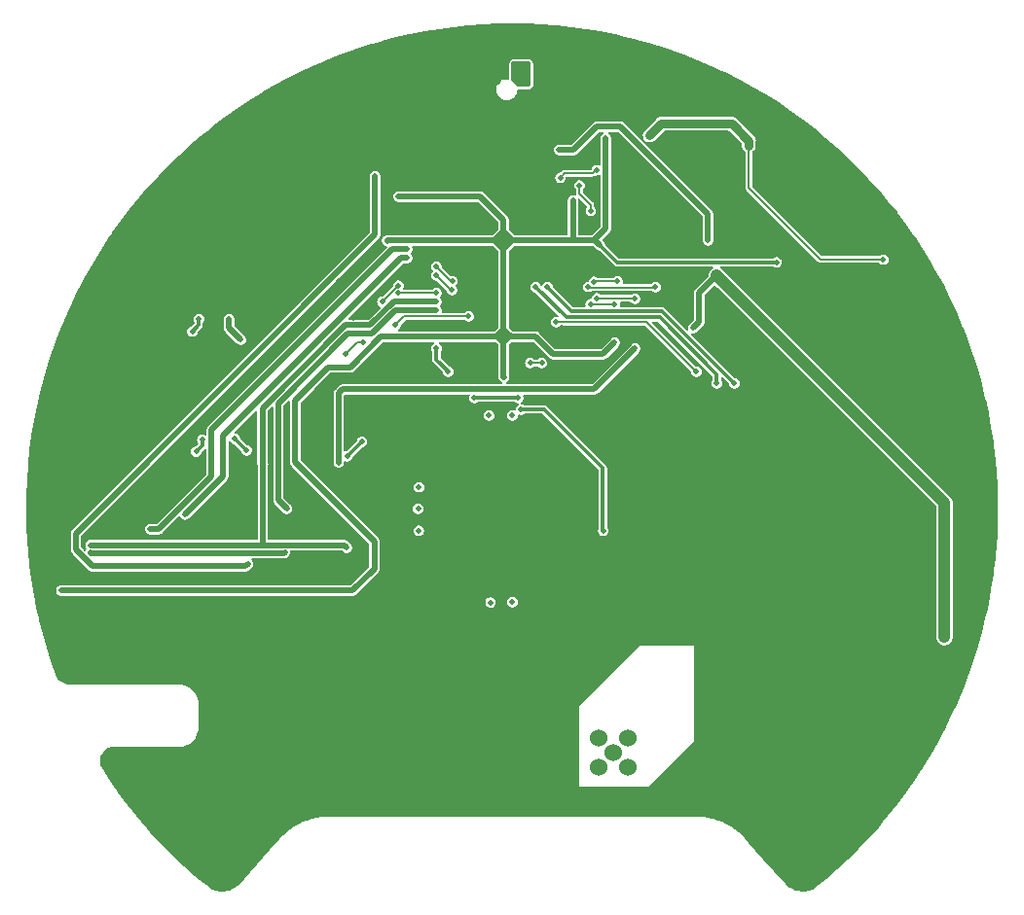
<source format=gbr>
%TF.GenerationSoftware,KiCad,Pcbnew,6.0.5-a6ca702e91~116~ubuntu20.04.1*%
%TF.CreationDate,2022-05-11T23:16:09+02:00*%
%TF.ProjectId,uHoubolt_PCB_GNSS,75486f75-626f-46c7-945f-5043425f474e,rev?*%
%TF.SameCoordinates,PX8f0d180PY5f5e100*%
%TF.FileFunction,Copper,L3,Inr*%
%TF.FilePolarity,Positive*%
%FSLAX46Y46*%
G04 Gerber Fmt 4.6, Leading zero omitted, Abs format (unit mm)*
G04 Created by KiCad (PCBNEW 6.0.5-a6ca702e91~116~ubuntu20.04.1) date 2022-05-11 23:16:09*
%MOMM*%
%LPD*%
G01*
G04 APERTURE LIST*
G04 Aperture macros list*
%AMFreePoly0*
4,1,22,0.945671,0.830970,1.026777,0.776777,1.080970,0.695671,1.100000,0.600000,1.100000,-0.600000,1.080970,-0.695671,1.026777,-0.776777,0.945671,-0.830970,0.850000,-0.850000,-0.850000,-0.850000,-0.945671,-0.830970,-1.026777,-0.776777,-1.080970,-0.695671,-1.100000,-0.600000,-1.100000,0.200000,-1.080970,0.295671,-1.026777,0.376777,-0.626777,0.776777,-0.545671,0.830970,-0.450000,0.850000,
0.850000,0.850000,0.945671,0.830970,0.945671,0.830970,$1*%
G04 Aperture macros list end*
%TA.AperFunction,ComponentPad*%
%ADD10C,0.800000*%
%TD*%
%TA.AperFunction,ComponentPad*%
%ADD11C,6.400000*%
%TD*%
%TA.AperFunction,ComponentPad*%
%ADD12C,0.500000*%
%TD*%
%TA.AperFunction,ComponentPad*%
%ADD13FreePoly0,90.000000*%
%TD*%
%TA.AperFunction,ComponentPad*%
%ADD14O,1.700000X2.200000*%
%TD*%
%TA.AperFunction,ComponentPad*%
%ADD15C,1.524000*%
%TD*%
%TA.AperFunction,ViaPad*%
%ADD16C,0.500000*%
%TD*%
%TA.AperFunction,ViaPad*%
%ADD17C,0.800000*%
%TD*%
%TA.AperFunction,Conductor*%
%ADD18C,0.500000*%
%TD*%
%TA.AperFunction,Conductor*%
%ADD19C,0.300000*%
%TD*%
%TA.AperFunction,Conductor*%
%ADD20C,1.000000*%
%TD*%
%TA.AperFunction,Conductor*%
%ADD21C,0.200000*%
%TD*%
%TA.AperFunction,Conductor*%
%ADD22C,0.800000*%
%TD*%
G04 APERTURE END LIST*
D10*
%TO.N,GND*%
%TO.C,H1*%
X23600000Y28000000D03*
X24302944Y29697056D03*
X26000000Y30400000D03*
D11*
X26000000Y28000000D03*
D10*
X28400000Y28000000D03*
X24302944Y26302944D03*
X27697056Y29697056D03*
X27697056Y26302944D03*
X26000000Y25600000D03*
%TD*%
%TO.N,GND*%
%TO.C,H2*%
X-24302944Y29697056D03*
X-23600000Y28000000D03*
X-26000000Y25600000D03*
X-28400000Y28000000D03*
X-27697056Y29697056D03*
D11*
X-26000000Y28000000D03*
D10*
X-26000000Y30400000D03*
X-27697056Y26302944D03*
X-24302944Y26302944D03*
%TD*%
%TO.N,GND*%
%TO.C,H3*%
X-27697056Y-26302944D03*
X-26000000Y-25600000D03*
X-27697056Y-29697056D03*
X-24302944Y-29697056D03*
X-28400000Y-28000000D03*
X-24302944Y-26302944D03*
X-26000000Y-30400000D03*
X-23600000Y-28000000D03*
D11*
X-26000000Y-28000000D03*
%TD*%
D10*
%TO.N,GND*%
%TO.C,H4*%
X27697056Y-26302944D03*
D11*
X26000000Y-28000000D03*
D10*
X27697056Y-29697056D03*
X23600000Y-28000000D03*
X24302944Y-29697056D03*
X26000000Y-25600000D03*
X28400000Y-28000000D03*
X26000000Y-30400000D03*
X24302944Y-26302944D03*
%TD*%
D12*
%TO.N,GND*%
%TO.C,U7*%
X18913000Y32567500D03*
X17663000Y32567500D03*
X17663000Y31317500D03*
X18913000Y31317500D03*
%TD*%
D13*
%TO.N,+12V*%
%TO.C,J1*%
X762000Y37846000D03*
D14*
%TO.N,GND*%
X-1738000Y37846000D03*
%TD*%
D15*
%TO.N,Net-(J12-Pad1)*%
%TO.C,J12*%
X8800000Y-21200000D03*
%TO.N,Net-(J12-PadS1)*%
X7530000Y-19930000D03*
X10070000Y-19930000D03*
X10070000Y-22470000D03*
X7530000Y-22470000D03*
%TD*%
D16*
%TO.N,GND*%
X-5080000Y-2540000D03*
D17*
X25400000Y19170250D03*
D16*
X-5334000Y3048000D03*
X5588000Y29718000D03*
X-26670000Y8128000D03*
X-3302000Y38862000D03*
X-18542000Y16256000D03*
X1270000Y3810000D03*
X-18034000Y7366000D03*
X-2540000Y36068000D03*
X6858000Y28194000D03*
X7112000Y28702000D03*
X-15240000Y21844000D03*
D17*
X-25146000Y19260283D03*
D16*
X-8382000Y29718000D03*
X-3302000Y38100000D03*
D17*
X0Y-15240000D03*
D16*
X2794000Y26162000D03*
X-16002000Y21082000D03*
D17*
X-5080000Y-5080000D03*
D16*
X10414000Y22606000D03*
X12446000Y22606000D03*
X35052000Y-15875000D03*
X14478000Y22606000D03*
D17*
X-35560000Y15240000D03*
D16*
X1524000Y35052000D03*
X-3683000Y-3683000D03*
X-29464000Y13418283D03*
X-8509000Y15875000D03*
X-6858000Y28194000D03*
X35052000Y-14351000D03*
X-12192000Y17526000D03*
X35052000Y-15113000D03*
D17*
X25400000Y-20320000D03*
X-10160000Y0D03*
D16*
X9652000Y14986000D03*
X-11938000Y12700000D03*
D17*
X-15240000Y35560000D03*
D16*
X-16002000Y21844000D03*
X4572000Y8636000D03*
D17*
X10160000Y-25400000D03*
X-20320000Y-10160000D03*
D16*
X-28702000Y13418283D03*
D17*
X20320000Y-5080000D03*
X20320000Y-25400000D03*
D16*
X-7874000Y15875000D03*
D17*
X30480000Y-20320000D03*
X-25400000Y-20320000D03*
D16*
X8890000Y27940000D03*
X-17272000Y7366000D03*
X-16510000Y7366000D03*
X-21844000Y18542000D03*
X20320000Y14986000D03*
X-7620000Y34290000D03*
X5080000Y2540000D03*
X-12700000Y2032000D03*
X-17780000Y17018000D03*
X5080000Y15240000D03*
D17*
X-35052000Y10160000D03*
D16*
X5080000Y-2540000D03*
X-15085534Y19809934D03*
D17*
X-35560000Y-10160000D03*
D16*
X1270000Y-5080000D03*
X-16002000Y3810000D03*
X-1905000Y29210000D03*
X1524000Y36068000D03*
D17*
X-15240000Y-20320000D03*
D16*
X10160000Y10160000D03*
D17*
X-15240000Y30480000D03*
D16*
X14478000Y27178000D03*
D17*
X-20320000Y-25400000D03*
X35560000Y-10160000D03*
X20320000Y-20320000D03*
D16*
X-28956000Y3048000D03*
D17*
X35560000Y10160000D03*
D16*
X-31242000Y11176000D03*
X12446000Y35052000D03*
D17*
X-5080000Y40640000D03*
D16*
X11938000Y33782000D03*
X-9906000Y12700000D03*
D17*
X15240000Y-10160000D03*
D16*
X5080000Y14224000D03*
X508000Y35052000D03*
X13462000Y22606000D03*
X-1524000Y16332500D03*
X-13843000Y16637000D03*
X0Y2540000D03*
X-4318000Y30988000D03*
X3302000Y15748000D03*
X2032000Y5080000D03*
X-9144000Y15875000D03*
D17*
X-10160000Y-15240000D03*
X20320000Y-10160000D03*
D16*
X-13970000Y8636000D03*
X-32258000Y11176000D03*
D17*
X20320000Y-15240000D03*
D16*
X-29464000Y12402283D03*
D17*
X40640000Y0D03*
D16*
X-3302000Y37338000D03*
X13462000Y27178000D03*
D17*
X10160000Y-5080000D03*
D16*
X17272000Y14986000D03*
X-12192000Y18288000D03*
X-15240000Y22606000D03*
X-2413000Y1524000D03*
D17*
X-5080000Y-15240000D03*
D16*
X19558000Y14986000D03*
X17272000Y15748000D03*
X2794000Y24130000D03*
X-5588000Y26162000D03*
X-7620000Y8382000D03*
X19558000Y16510000D03*
X-5334000Y8636000D03*
X-508000Y35052000D03*
X21082000Y24384000D03*
X-1270000Y5080000D03*
X-25908000Y8128000D03*
D17*
X-5080000Y-25400000D03*
D16*
X18796000Y15748000D03*
X-27686000Y3810000D03*
D17*
X25400000Y-5080000D03*
D16*
X-31242000Y762000D03*
X-6350000Y26162000D03*
X-1524000Y35052000D03*
D17*
X-20320000Y25400000D03*
D16*
X-5080000Y3810000D03*
D17*
X0Y-10160000D03*
D16*
X13970000Y32728500D03*
X12446000Y27178000D03*
D17*
X10160000Y-10160000D03*
D16*
X21844000Y22860000D03*
X-2286000Y15748000D03*
X2540000Y-2540000D03*
X19558000Y15748000D03*
X1524000Y26162000D03*
X-5080000Y1524000D03*
X762000Y15748000D03*
X-5588000Y30988000D03*
X-1016000Y31115000D03*
X18034000Y15748000D03*
X10414000Y14986000D03*
D17*
X-10160000Y35560000D03*
D16*
X4572000Y9398000D03*
X-32004000Y762000D03*
X4318000Y15748000D03*
X3048000Y-4191000D03*
X9652000Y14224000D03*
D17*
X-15240000Y-15240000D03*
X5080000Y-20320000D03*
X-5080000Y-20320000D03*
D16*
X254000Y26162000D03*
X-7874000Y4572000D03*
X-22606000Y7874000D03*
D17*
X15240000Y-5080000D03*
D16*
X-29718000Y3048000D03*
X-508000Y-1778000D03*
D17*
X35560000Y20320000D03*
D16*
X1524000Y25146000D03*
D17*
X25400000Y15240000D03*
X15240000Y5080000D03*
D16*
X4318000Y14224000D03*
D17*
X0Y-25400000D03*
X-5080000Y-10160000D03*
D16*
X-33274000Y10414000D03*
X4826000Y33274000D03*
X21082000Y23622000D03*
D17*
X-30480000Y-10160000D03*
D16*
X5080000Y3810000D03*
D17*
X-5080000Y5080000D03*
X25400000Y0D03*
D16*
X2794000Y25146000D03*
X5588000Y33274000D03*
X-22349502Y762000D03*
X11430000Y22606000D03*
X-6350000Y-6350000D03*
D17*
X30480000Y-5080000D03*
D16*
X20320000Y15748000D03*
D17*
X30480000Y-10160000D03*
X-20320000Y-20320000D03*
X-20320000Y30480000D03*
X-40640000Y5080000D03*
D16*
X-1016000Y29210000D03*
D17*
X10160000Y35560000D03*
X-15240000Y-25400000D03*
D16*
X21844000Y24384000D03*
D17*
X5080000Y-25400000D03*
D16*
X-31242000Y10414000D03*
X21844000Y23622000D03*
X-17272000Y3810000D03*
X-2540000Y35052000D03*
X6858000Y21082000D03*
X-5588000Y25400000D03*
D17*
X5080000Y-5080000D03*
X15240000Y0D03*
D16*
X10287000Y20066000D03*
X1397000Y1651000D03*
D17*
X-5080000Y35560000D03*
X-10160000Y-10160000D03*
X0Y0D03*
D16*
X9398000Y28956000D03*
X-28194000Y3048000D03*
D17*
X-30226000Y19260283D03*
X-10160000Y-5080000D03*
X30480000Y0D03*
D16*
X-18542000Y1270000D03*
X3048000Y4572000D03*
X21082000Y22860000D03*
X-8636000Y7112000D03*
X-22606000Y18542000D03*
X-13462000Y11176000D03*
X1016000Y11430000D03*
D17*
X30480000Y-15240000D03*
X-35052000Y5080000D03*
X-10160000Y-20320000D03*
X-20320000Y35560000D03*
X5080000Y40640000D03*
D16*
X0Y15748000D03*
D17*
X5080000Y-10160000D03*
D16*
X-7620000Y6350000D03*
D17*
X-20320000Y-15240000D03*
D16*
X6350000Y-6350000D03*
X35687000Y-16129000D03*
X-21082000Y18542000D03*
D17*
X-35560000Y20320000D03*
D16*
X35052000Y-12954000D03*
X-12192000Y5080000D03*
D17*
X5080000Y-15240000D03*
X0Y40640000D03*
D16*
X-8382000Y34290000D03*
X-25654000Y18542000D03*
X16002000Y32728500D03*
X-14478000Y19812000D03*
X-26416000Y19304000D03*
X-25908000Y8890000D03*
X254000Y11430000D03*
X2540000Y2540000D03*
D17*
X25400000Y-15240000D03*
D16*
X9144000Y13462000D03*
X-5588000Y32004000D03*
X20320000Y16510000D03*
D17*
X25400000Y10160000D03*
D16*
X19558000Y17272000D03*
D17*
X25400000Y5080000D03*
D16*
X-2540000Y-2540000D03*
X-8382000Y30480000D03*
X3810000Y3810000D03*
D17*
X-15240000Y-10160000D03*
X35560000Y15240000D03*
X-20320000Y20320000D03*
D16*
X-3302000Y36576000D03*
X-3810000Y5080000D03*
X10160000Y5080000D03*
D17*
X20320000Y0D03*
X10160000Y0D03*
D16*
X3810000Y9398000D03*
X-33274000Y11176000D03*
X-5588000Y29972000D03*
X-2540000Y3810000D03*
X-23400000Y3600000D03*
D17*
X-10160000Y-25400000D03*
D16*
X-10414000Y8636000D03*
X-26416000Y18542000D03*
X-13970000Y1016000D03*
D17*
X15240000Y-25400000D03*
D16*
X4064000Y33274000D03*
X-2540000Y-5080000D03*
X-6350000Y7620000D03*
X-17780000Y16256000D03*
D17*
X0Y-20320000D03*
D16*
X3810000Y26162000D03*
X35052000Y-13589000D03*
D17*
X30480000Y15240000D03*
X-25400000Y-15240000D03*
D16*
X18796000Y14986000D03*
D17*
X25400000Y-10160000D03*
X40640000Y5080000D03*
X20320000Y10160000D03*
D16*
X21844000Y22098000D03*
X6350000Y6350000D03*
D17*
X20320000Y5080000D03*
D16*
X-32258000Y10414000D03*
X4445000Y-3810000D03*
X18034000Y14986000D03*
D17*
X40640000Y-5080000D03*
D16*
X-6350000Y25400000D03*
X21082000Y22098000D03*
D17*
X-25400000Y-10160000D03*
D16*
%TO.N,+3V3*%
X-18898431Y4064000D03*
X7620000Y22949000D03*
X8128000Y32258000D03*
X-12000000Y-3400000D03*
X5256790Y26846790D03*
X22987000Y21463000D03*
X8890000Y14478000D03*
X-17526000Y10795000D03*
X-10909555Y23342097D03*
X-734336Y11457664D03*
X-11430000Y14986000D03*
X-9906000Y27178000D03*
X-39243000Y-7112000D03*
%TO.N,+5V*%
X4064000Y31242000D03*
X17018000Y23368000D03*
X37592000Y-11176000D03*
X-14986000Y10160000D03*
X15748000Y15748000D03*
X-15106500Y4038498D03*
X6350000Y10414000D03*
X17780000Y20320000D03*
X10668000Y13970000D03*
%TO.N,Net-(C15-Pad2)*%
X-8128000Y1900000D03*
X-1900000Y-8150000D03*
%TO.N,+12V*%
X11938000Y32512000D03*
X20567446Y31644002D03*
X32258000Y21710250D03*
%TO.N,/NRST*%
X-23000000Y-4800000D03*
X-11938000Y28956000D03*
X-37973000Y-3556000D03*
%TO.N,/SWCLK*%
X-36703000Y-3160497D03*
X-14400000Y-3400000D03*
X-6604000Y18034000D03*
%TO.N,/SWDIO*%
X-36703000Y-3810000D03*
X-19600000Y0D03*
X-6604000Y17272000D03*
X-19800000Y-3810000D03*
%TO.N,/UART_TX*%
X-9144000Y21844000D03*
X-28500000Y-500000D03*
%TO.N,/UART_RX*%
X-31496000Y-1778000D03*
X-9144000Y22606000D03*
%TO.N,/CAN1_L*%
X-23114000Y5080000D03*
X-26980204Y6015885D03*
X-27503316Y4984773D03*
X-24137556Y6103556D03*
%TO.N,/CAN2_L*%
X-24638000Y16510000D03*
X-23622000Y14732000D03*
X-27843000Y15450283D03*
X-27268944Y16532339D03*
%TO.N,/LED1*%
X-5207000Y19812000D03*
X-6604000Y13970000D03*
X-6604000Y21082000D03*
X-5588000Y11938000D03*
%TO.N,/LED2*%
X-6604000Y20320000D03*
X-5246980Y19050000D03*
%TO.N,/Speaker*%
X-10160000Y16002000D03*
X-3810000Y16764000D03*
%TO.N,Net-(R9-Pad2)*%
X0Y-8128000D03*
%TO.N,/GNSS_INT*%
X-8150000Y-1900000D03*
%TO.N,Net-(JP1-Pad2)*%
X-8200000Y0D03*
%TO.N,/GNSS_UART1_RX*%
X-2032000Y8128000D03*
%TO.N,/GNSS_UART1_TX*%
X0Y8128000D03*
%TO.N,/LoRa_DIO1*%
X17780000Y10922000D03*
X2032000Y19304000D03*
%TO.N,/LoRa_DIO3*%
X3048000Y19304000D03*
X19304000Y10922000D03*
%TO.N,/BARO_SPI1_SCK*%
X4179542Y28829000D03*
X7308046Y29486562D03*
%TO.N,/BARO_SPI1_MOSI*%
X6811867Y25931157D03*
X5842000Y28164500D03*
%TO.N,/QSPI1_CLK*%
X9144000Y19812000D03*
X7099555Y19786097D03*
%TO.N,/QSPI1_BK1_NCS*%
X12446000Y19304000D03*
X6604000Y19331500D03*
%TO.N,/QSPI1_BK1_IO1*%
X10668000Y18288000D03*
X7366000Y18331500D03*
%TO.N,/QSPI1_BK1_IO2*%
X8890000Y17780000D03*
X6806000Y17832000D03*
%TO.N,/LoRa_SPI2_MISO*%
X1555500Y12700000D03*
X2555500Y12700000D03*
%TO.N,/GNSS_NRST*%
X-3302000Y9652000D03*
X508000Y9652000D03*
%TO.N,/CAN1_RX*%
X-14345556Y4573056D03*
X-13081000Y5842000D03*
%TO.N,/IMU_SPI3_SCK*%
X-9906000Y18796000D03*
X-6604000Y18796000D03*
%TO.N,/IMU_INT*%
X-9906000Y19445503D03*
X-11311500Y18034000D03*
%TO.N,/CAN2_RX*%
X-14478000Y13462000D03*
X-12954000Y14478000D03*
%TO.N,/LoRa_NRST*%
X16002000Y11938000D03*
X3810000Y16256000D03*
%TO.N,/GNSS_TIMEPULSE*%
X7900000Y-1900000D03*
X762000Y8644500D03*
%TD*%
D18*
%TO.N,+3V3*%
X5334000Y23368000D02*
X7201000Y23368000D01*
X-762000Y14478000D02*
X-254000Y14986000D01*
X8128000Y24384000D02*
X7112000Y23368000D01*
X5080000Y23368000D02*
X7112000Y23368000D01*
X5334000Y23368000D02*
X5256790Y23445210D01*
X-39243000Y-7112000D02*
X-13912000Y-7112000D01*
X5256790Y23445210D02*
X5256790Y26846790D01*
X-254000Y14986000D02*
X0Y14986000D01*
X-1270000Y14986000D02*
X-762000Y14478000D01*
X-762000Y22606000D02*
X0Y23368000D01*
X-762000Y24130000D02*
X0Y23368000D01*
D19*
X22987000Y21463000D02*
X9106000Y21463000D01*
D18*
X-762000Y14478000D02*
X-762000Y14986000D01*
X-17526000Y10795000D02*
X-18898431Y9422569D01*
X-12000000Y-5200000D02*
X-12000000Y-3400000D01*
X-1524000Y23368000D02*
X-762000Y22606000D01*
X-14097000Y12319000D02*
X-11430000Y14986000D01*
X-1524000Y14986000D02*
X-11430000Y14986000D01*
X-762000Y14986000D02*
X-1524000Y14986000D01*
X-1367452Y14986000D02*
X-1270000Y14986000D01*
X8128000Y32258000D02*
X8128000Y24384000D01*
X0Y14986000D02*
X-762000Y14986000D01*
X-762000Y24130000D02*
X-762000Y22606000D01*
X-18898431Y9422569D02*
X-18898431Y4064000D01*
X-2794000Y27178000D02*
X-762000Y25146000D01*
X8890000Y14478000D02*
X7874000Y13462000D01*
X-762000Y15748000D02*
X-762000Y15591452D01*
X-12000000Y-2834431D02*
X-12000000Y-3400000D01*
X-762000Y24130000D02*
X-1524000Y23368000D01*
X-17526000Y10795000D02*
X-16002000Y12319000D01*
X-762000Y15591452D02*
X-156548Y14986000D01*
X2032000Y14986000D02*
X0Y14986000D01*
X-1367452Y14986000D02*
X-1524000Y14986000D01*
X-16002000Y12319000D02*
X-14097000Y12319000D01*
X-762000Y22606000D02*
X-762000Y15748000D01*
X3556000Y13462000D02*
X2032000Y14986000D01*
D19*
X9106000Y21463000D02*
X7620000Y22949000D01*
D18*
X-762000Y11485328D02*
X-762000Y14478000D01*
X0Y23368000D02*
X5080000Y23368000D01*
X-9906000Y27178000D02*
X-2794000Y27178000D01*
X-762000Y15748000D02*
X-762000Y14986000D01*
X-18898431Y4064000D02*
X-12000000Y-2834431D01*
X7201000Y23368000D02*
X7620000Y22949000D01*
X-734336Y11457664D02*
X-762000Y11485328D01*
X-10909555Y23342097D02*
X-10883652Y23368000D01*
X-13912000Y-7112000D02*
X-12000000Y-5200000D01*
X-156548Y14986000D02*
X0Y14986000D01*
X-1524000Y23368000D02*
X0Y23368000D01*
X7874000Y13462000D02*
X3556000Y13462000D01*
X-762000Y15591452D02*
X-1367452Y14986000D01*
X-762000Y25146000D02*
X-762000Y24130000D01*
X-10883652Y23368000D02*
X-1524000Y23368000D01*
%TO.N,+5V*%
X17018000Y25654000D02*
X9398000Y33274000D01*
X16256000Y18796000D02*
X16256000Y16256000D01*
D20*
X17780000Y20320000D02*
X17782102Y20320000D01*
X17782102Y20320000D02*
X37592000Y510102D01*
D18*
X7112000Y10414000D02*
X10668000Y13970000D01*
X-15106500Y10039500D02*
X-15106500Y4038498D01*
X7366000Y33274000D02*
X5334000Y31242000D01*
X9398000Y33274000D02*
X7366000Y33274000D01*
X-14732000Y10414000D02*
X7112000Y10414000D01*
X16256000Y16256000D02*
X15748000Y15748000D01*
X17018000Y23368000D02*
X17018000Y25654000D01*
X-14986000Y10160000D02*
X-14732000Y10414000D01*
X17780000Y20320000D02*
X16256000Y18796000D01*
D20*
X37592000Y510102D02*
X37592000Y-11176000D01*
D18*
X5334000Y31242000D02*
X4064000Y31242000D01*
X-14986000Y10160000D02*
X-15106500Y10039500D01*
D21*
%TO.N,+12V*%
X20574000Y27940000D02*
X26803750Y21710250D01*
D22*
X19083180Y33528000D02*
X12954000Y33528000D01*
D21*
X20574000Y31637448D02*
X20574000Y27940000D01*
D22*
X12954000Y33528000D02*
X11938000Y32512000D01*
D21*
X20567446Y31644002D02*
X20574000Y31637448D01*
X26803750Y21710250D02*
X32258000Y21710250D01*
D22*
X20567446Y32043734D02*
X19083180Y33528000D01*
X20567446Y31644002D02*
X20567446Y32043734D01*
D18*
%TO.N,/NRST*%
X-11938000Y23876001D02*
X-11938000Y28956000D01*
X-37973000Y-3556000D02*
X-37973000Y-2158999D01*
X-23200000Y-5000000D02*
X-23000000Y-4800000D01*
X-37973000Y-3556000D02*
X-36529000Y-5000000D01*
X-36529000Y-5000000D02*
X-23200000Y-5000000D01*
X-37973000Y-2158999D02*
X-11938000Y23876001D01*
%TO.N,/SWCLK*%
X-10316559Y18034000D02*
X-12363070Y15987489D01*
X-12363070Y15987489D02*
X-14492511Y15987489D01*
X-21700000Y3890960D02*
X-21700000Y-3160497D01*
X-36703000Y-3160497D02*
X-26303503Y-3160497D01*
X-14492511Y15987489D02*
X-21731520Y8748480D01*
X-21731520Y3922480D02*
X-21700000Y3890960D01*
X-10255542Y18034000D02*
X-6604000Y18034000D01*
X-10287000Y18034000D02*
X-10316559Y18034000D01*
X-26303503Y-3160497D02*
X-14639503Y-3160497D01*
X-14639503Y-3160497D02*
X-14400000Y-3400000D01*
X-21731520Y8748480D02*
X-21731520Y3922480D01*
%TO.N,/SWDIO*%
X-36663489Y-3849511D02*
X-19839511Y-3849511D01*
X-20350489Y9210951D02*
X-20350489Y750489D01*
X-12191999Y15240000D02*
X-14224000Y15240000D01*
X-20350489Y750489D02*
X-19600000Y0D01*
X-14321440Y15240000D02*
X-20350489Y9210951D01*
X-10159999Y17272000D02*
X-12191999Y15240000D01*
X-6604000Y17272000D02*
X-10159999Y17272000D01*
X-36703000Y-3810000D02*
X-36663489Y-3849511D01*
X-19839511Y-3849511D02*
X-19800000Y-3810000D01*
%TO.N,/UART_TX*%
X-9144000Y21844000D02*
X-9652000Y21844000D01*
X-25146000Y2854000D02*
X-28500000Y-500000D01*
X-25146000Y6350000D02*
X-25146000Y2854000D01*
X-9652000Y21844000D02*
X-25146000Y6350000D01*
%TO.N,/UART_RX*%
X-10414000Y22606000D02*
X-26162000Y6858000D01*
X-30778000Y-1778000D02*
X-31496000Y-1778000D01*
X-26162000Y6858000D02*
X-26162000Y2838000D01*
X-9144000Y22606000D02*
X-10414000Y22606000D01*
X-26162000Y2838000D02*
X-30778000Y-1778000D01*
D19*
%TO.N,/CAN1_L*%
X-26980204Y6015885D02*
X-26980204Y5507885D01*
X-26980204Y5507885D02*
X-27503316Y4984773D01*
X-23114000Y5080000D02*
X-24137556Y6103556D01*
%TO.N,/CAN2_L*%
X-27268944Y16024339D02*
X-27843000Y15450283D01*
D18*
X-24638000Y15748000D02*
X-23622000Y14732000D01*
D19*
X-27268944Y16532339D02*
X-27268944Y16024339D01*
D18*
X-24638000Y16510000D02*
X-24638000Y15748000D01*
D19*
%TO.N,/LED1*%
X-6604000Y12991500D02*
X-5543750Y11931250D01*
D21*
X-5334000Y19812000D02*
X-6604000Y21082000D01*
D19*
X-6604000Y13970000D02*
X-6604000Y12991500D01*
D21*
X-5207000Y19812000D02*
X-5334000Y19812000D01*
%TO.N,/LED2*%
X-5246980Y19050000D02*
X-5334000Y19050000D01*
X-5334000Y19050000D02*
X-6604000Y20320000D01*
%TO.N,/Speaker*%
X-3810000Y16764000D02*
X-9398000Y16764000D01*
X-9398000Y16764000D02*
X-10160000Y16002000D01*
D19*
%TO.N,/LoRa_DIO1*%
X12795520Y16668480D02*
X17780000Y11684000D01*
X17780000Y11684000D02*
X17780000Y10922000D01*
X4667520Y16668480D02*
X12795520Y16668480D01*
X2032000Y19304000D02*
X4667520Y16668480D01*
%TO.N,/LoRa_DIO3*%
X19304000Y10922000D02*
X12995511Y17230489D01*
X5121511Y17230489D02*
X3048000Y19304000D01*
X12995511Y17230489D02*
X5121511Y17230489D01*
D21*
%TO.N,/BARO_SPI1_SCK*%
X7308046Y29486562D02*
X7022995Y29201511D01*
X7022995Y29201511D02*
X4552053Y29201511D01*
X4552053Y29201511D02*
X4179542Y28829000D01*
%TO.N,/BARO_SPI1_MOSI*%
X6811867Y26462133D02*
X6811867Y25931157D01*
X5842000Y27432000D02*
X6811867Y26462133D01*
X5842000Y28164500D02*
X5842000Y27432000D01*
%TO.N,/QSPI1_CLK*%
X7099555Y19786097D02*
X7125458Y19812000D01*
X7125458Y19812000D02*
X9144000Y19812000D01*
%TO.N,/QSPI1_BK1_NCS*%
X12428586Y19286586D02*
X6648914Y19286586D01*
X12446000Y19304000D02*
X12428586Y19286586D01*
X6648914Y19286586D02*
X6604000Y19331500D01*
%TO.N,/QSPI1_BK1_IO1*%
X10668000Y18288000D02*
X10624500Y18331500D01*
X10624500Y18331500D02*
X7366000Y18331500D01*
%TO.N,/QSPI1_BK1_IO2*%
X8838000Y17832000D02*
X6806000Y17832000D01*
X8890000Y17780000D02*
X8838000Y17832000D01*
%TO.N,/LoRa_SPI2_MISO*%
X2555500Y12700000D02*
X1555500Y12700000D01*
D19*
%TO.N,/GNSS_NRST*%
X508000Y9652000D02*
X-3302000Y9652000D01*
%TO.N,/CAN1_RX*%
X-13081000Y5842000D02*
X-13081000Y5837612D01*
X-13081000Y5837612D02*
X-14345556Y4573056D01*
D21*
%TO.N,/IMU_SPI3_SCK*%
X-9906000Y18796000D02*
X-6604000Y18796000D01*
%TO.N,/IMU_INT*%
X-11311500Y18034000D02*
X-11311500Y18096916D01*
X-11311500Y18096916D02*
X-9962913Y19445503D01*
X-9962913Y19445503D02*
X-9906000Y19445503D01*
%TO.N,/CAN2_RX*%
X-13462000Y14478000D02*
X-12954000Y14478000D01*
X-14478000Y13462000D02*
X-13462000Y14478000D01*
%TO.N,/LoRa_NRST*%
X11684000Y16256000D02*
X3810000Y16256000D01*
X16002000Y11938000D02*
X11684000Y16256000D01*
D19*
%TO.N,/GNSS_TIMEPULSE*%
X7900000Y-1900000D02*
X7874000Y-1874000D01*
X2785500Y8644500D02*
X762000Y8644500D01*
X7874000Y3556000D02*
X2785500Y8644500D01*
X7874000Y-1874000D02*
X7874000Y3556000D01*
%TD*%
%TA.AperFunction,Conductor*%
%TO.N,GND*%
G36*
X-12918Y42273487D02*
G01*
X-11267Y42273485D01*
X-538Y42271005D01*
X-421Y42271031D01*
X-303Y42271004D01*
X10319Y42273408D01*
X11202Y42273404D01*
X32890Y42275660D01*
X1148715Y42258642D01*
X1286636Y42256538D01*
X1289653Y42256446D01*
X2573529Y42197671D01*
X2576543Y42197487D01*
X3612747Y42118329D01*
X3858010Y42099593D01*
X3861010Y42099318D01*
X5138970Y41962385D01*
X5141955Y41962019D01*
X5778511Y41874105D01*
X6415061Y41786193D01*
X6418045Y41785735D01*
X7685265Y41571159D01*
X7688234Y41570609D01*
X8948282Y41317500D01*
X8951170Y41316875D01*
X9775584Y41124947D01*
X10202984Y41025446D01*
X10205914Y41024716D01*
X11448166Y40695275D01*
X11451072Y40694457D01*
X12193177Y40473225D01*
X12682761Y40327272D01*
X12685616Y40326373D01*
X13268189Y40133170D01*
X13905504Y39921812D01*
X13908355Y39920818D01*
X15115329Y39479252D01*
X15118148Y39478172D01*
X16311132Y38999993D01*
X16313890Y38998838D01*
X17491743Y38484502D01*
X17494441Y38483275D01*
X18016273Y38236195D01*
X18656073Y37933257D01*
X18658782Y37931923D01*
X19803038Y37346773D01*
X19805705Y37345358D01*
X20931627Y36725565D01*
X20934249Y36724069D01*
X22040753Y36070231D01*
X22043309Y36068668D01*
X23129369Y35381387D01*
X23131849Y35379764D01*
X24196420Y34659705D01*
X24198895Y34657976D01*
X25241039Y33905772D01*
X25243459Y33903968D01*
X25641285Y33597949D01*
X26262165Y33120350D01*
X26264480Y33118513D01*
X27144945Y32397452D01*
X27258860Y32304161D01*
X27261166Y32302212D01*
X28230169Y31457990D01*
X28232415Y31455973D01*
X29175274Y30582550D01*
X29177458Y30580464D01*
X30093226Y29678716D01*
X30095344Y29676566D01*
X30983207Y28747296D01*
X30985259Y28745081D01*
X31133659Y28579961D01*
X31844362Y27789181D01*
X31846290Y27786970D01*
X32665823Y26817180D01*
X32675887Y26805271D01*
X32677794Y26802943D01*
X33467752Y25808139D01*
X33477027Y25796459D01*
X33478865Y25794071D01*
X33977662Y25125009D01*
X34247059Y24763652D01*
X34248822Y24761209D01*
X34962825Y23739907D01*
X34985208Y23707890D01*
X34986900Y23705390D01*
X35690839Y22630082D01*
X35692454Y22627531D01*
X36363280Y21531256D01*
X36364815Y21528659D01*
X36563148Y21181165D01*
X37001884Y20412466D01*
X37003341Y20409821D01*
X37053485Y20315387D01*
X37598439Y19289109D01*
X37606095Y19274690D01*
X37607452Y19272038D01*
X38175348Y18118984D01*
X38176606Y18116326D01*
X38702641Y16960633D01*
X38709044Y16946566D01*
X38710248Y16943811D01*
X38911265Y16463880D01*
X39206767Y15758365D01*
X39207891Y15755563D01*
X39383258Y15298212D01*
X39661092Y14573629D01*
X39668041Y14555505D01*
X39669073Y14552683D01*
X40049560Y13462000D01*
X40092399Y13339199D01*
X40093345Y13336348D01*
X40227818Y12909443D01*
X40479488Y12110471D01*
X40480351Y12107577D01*
X40828916Y10870556D01*
X40829691Y10867638D01*
X41140387Y9620517D01*
X41141072Y9617577D01*
X41166426Y9500724D01*
X41411440Y8371496D01*
X41413592Y8361576D01*
X41414185Y8358627D01*
X41633542Y7174453D01*
X41648277Y7094909D01*
X41648781Y7091940D01*
X41832104Y5900482D01*
X41844236Y5821632D01*
X41844648Y5818649D01*
X41997472Y4573977D01*
X42001274Y4543009D01*
X42001595Y4540019D01*
X42039860Y4123778D01*
X42119248Y3260205D01*
X42119479Y3257195D01*
X42198056Y1974341D01*
X42198194Y1971330D01*
X42200383Y1900000D01*
X42237615Y686743D01*
X42237662Y683724D01*
X42237742Y243496D01*
X42237868Y-450629D01*
X42237895Y-601495D01*
X42237850Y-604496D01*
X42227280Y-953059D01*
X42198890Y-1889177D01*
X42198752Y-1892193D01*
X42178032Y-2232494D01*
X42120640Y-3175045D01*
X42120417Y-3177987D01*
X42030482Y-4160179D01*
X42003218Y-4457929D01*
X42002896Y-4460931D01*
X41990621Y-4561207D01*
X41870604Y-5541619D01*
X41846737Y-5736583D01*
X41846329Y-5739548D01*
X41662390Y-6937888D01*
X41651329Y-7009950D01*
X41650828Y-7012908D01*
X41419283Y-8265403D01*
X41417191Y-8276718D01*
X41416603Y-8279648D01*
X41258501Y-9009589D01*
X41144532Y-9535770D01*
X41143848Y-9538711D01*
X40833609Y-10785922D01*
X40832836Y-10788840D01*
X40674514Y-11351487D01*
X40519327Y-11902995D01*
X40484707Y-12026027D01*
X40483856Y-12028886D01*
X40098155Y-13254905D01*
X40097205Y-13257770D01*
X39674312Y-14471421D01*
X39673275Y-14474257D01*
X39499388Y-14928241D01*
X39213564Y-15674469D01*
X39212468Y-15677206D01*
X39044645Y-16078292D01*
X38716357Y-16862879D01*
X38715149Y-16865646D01*
X38183137Y-18035590D01*
X38181845Y-18038319D01*
X37614421Y-19191467D01*
X37613047Y-19194156D01*
X37585506Y-19246068D01*
X37026623Y-20299500D01*
X37010710Y-20329494D01*
X37009269Y-20332114D01*
X36372561Y-21448610D01*
X36371035Y-21451192D01*
X35780438Y-22417140D01*
X35700619Y-22547688D01*
X35699012Y-22550229D01*
X35461589Y-22913192D01*
X34995454Y-23625801D01*
X34993763Y-23628302D01*
X34257751Y-24681897D01*
X34255985Y-24684345D01*
X33488194Y-25715001D01*
X33486361Y-25717386D01*
X32687440Y-26724225D01*
X32685567Y-26726513D01*
X32251691Y-27240314D01*
X31856358Y-27708472D01*
X31854375Y-27710749D01*
X30995599Y-28666978D01*
X30993592Y-28669146D01*
X30385317Y-29306250D01*
X30106042Y-29598761D01*
X30103924Y-29600912D01*
X29188481Y-30502991D01*
X29186298Y-30505077D01*
X28243791Y-31378808D01*
X28241561Y-31380814D01*
X27740351Y-31817800D01*
X27272811Y-32225431D01*
X27270506Y-32227380D01*
X26304339Y-33019210D01*
X26301654Y-33021095D01*
X26294698Y-33023348D01*
X26286633Y-33031042D01*
X26284426Y-33032357D01*
X26284169Y-33032561D01*
X26280912Y-33034665D01*
X26272361Y-33038746D01*
X26269953Y-33041743D01*
X26268213Y-33042867D01*
X26077623Y-33141452D01*
X26066429Y-33146389D01*
X25999701Y-33171013D01*
X25840444Y-33229781D01*
X25828706Y-33233304D01*
X25594145Y-33288141D01*
X25582070Y-33290186D01*
X25509143Y-33297931D01*
X25342545Y-33315625D01*
X25330304Y-33316163D01*
X25203731Y-33313881D01*
X25089455Y-33311820D01*
X25077251Y-33310841D01*
X24918092Y-33288106D01*
X24838792Y-33276778D01*
X24826793Y-33274298D01*
X24594371Y-33211039D01*
X24582769Y-33207095D01*
X24359933Y-33115604D01*
X24348908Y-33110258D01*
X24139094Y-32991948D01*
X24128813Y-32985280D01*
X24037811Y-32917908D01*
X23935215Y-32841952D01*
X23925845Y-32834073D01*
X23770483Y-32686072D01*
X23764276Y-32678166D01*
X23764159Y-32678274D01*
X23756595Y-32670089D01*
X23751038Y-32660422D01*
X23741838Y-32654121D01*
X23740184Y-32652331D01*
X23725483Y-32639375D01*
X21827410Y-30504043D01*
X20580351Y-29101103D01*
X20569140Y-29085738D01*
X20566565Y-29081386D01*
X20564275Y-29076274D01*
X20563842Y-29075701D01*
X20559554Y-29072107D01*
X20554685Y-29066587D01*
X20296268Y-28750553D01*
X20295007Y-28749221D01*
X20188816Y-28637108D01*
X20006731Y-28444868D01*
X20005385Y-28443639D01*
X19697039Y-28162271D01*
X19697035Y-28162268D01*
X19695716Y-28161064D01*
X19364872Y-27900647D01*
X19015952Y-27664998D01*
X18650809Y-27455367D01*
X18271377Y-27272866D01*
X18269693Y-27272202D01*
X18269688Y-27272200D01*
X17881340Y-27119120D01*
X17881333Y-27119118D01*
X17879670Y-27118462D01*
X17877969Y-27117931D01*
X17877958Y-27117927D01*
X17646689Y-27045718D01*
X17477765Y-26992974D01*
X17475919Y-26992542D01*
X17341258Y-26961041D01*
X17067792Y-26897068D01*
X16651928Y-26831252D01*
X16245639Y-26796995D01*
X16238416Y-26796101D01*
X16233155Y-26794613D01*
X16232438Y-26794578D01*
X16213476Y-26797961D01*
X16196089Y-26799500D01*
X-16195566Y-26799500D01*
X-16213297Y-26797899D01*
X-16226205Y-26795549D01*
X-16226206Y-26795549D01*
X-16231721Y-26794545D01*
X-16232438Y-26794578D01*
X-16237687Y-26796042D01*
X-16244583Y-26796884D01*
X-16460483Y-26815089D01*
X-16651930Y-26831231D01*
X-16940439Y-26876891D01*
X-17066021Y-26896766D01*
X-17066023Y-26896766D01*
X-17067796Y-26897047D01*
X-17477770Y-26992953D01*
X-17678723Y-27055697D01*
X-17877965Y-27117907D01*
X-17877976Y-27117911D01*
X-17879677Y-27118442D01*
X-17881340Y-27119098D01*
X-17881347Y-27119100D01*
X-18269696Y-27272180D01*
X-18269701Y-27272182D01*
X-18271385Y-27272846D01*
X-18650818Y-27455348D01*
X-18814624Y-27549390D01*
X-19014405Y-27664085D01*
X-19014416Y-27664092D01*
X-19015963Y-27664980D01*
X-19364884Y-27900630D01*
X-19695730Y-28161048D01*
X-19697049Y-28162252D01*
X-19697053Y-28162255D01*
X-19972518Y-28413620D01*
X-20006746Y-28444853D01*
X-20296284Y-28750539D01*
X-20554362Y-29066159D01*
X-20559223Y-29071648D01*
X-20563407Y-29075130D01*
X-20563842Y-29075701D01*
X-20566152Y-29080809D01*
X-20569023Y-29085622D01*
X-20569923Y-29085085D01*
X-20580129Y-29100852D01*
X-23359264Y-32227380D01*
X-23725127Y-32638976D01*
X-23739175Y-32651312D01*
X-23741329Y-32653627D01*
X-23750550Y-32659895D01*
X-23756140Y-32669542D01*
X-23763734Y-32677702D01*
X-23763782Y-32677657D01*
X-23770048Y-32685608D01*
X-23925860Y-32834037D01*
X-23935238Y-32841923D01*
X-24128838Y-32985253D01*
X-24139118Y-32991920D01*
X-24212831Y-33033486D01*
X-24348924Y-33110226D01*
X-24359949Y-33115573D01*
X-24582783Y-33207062D01*
X-24594384Y-33211005D01*
X-24663240Y-33229746D01*
X-24826802Y-33274263D01*
X-24838796Y-33276742D01*
X-25077254Y-33310805D01*
X-25089458Y-33311784D01*
X-25203233Y-33313836D01*
X-25330302Y-33316128D01*
X-25342543Y-33315590D01*
X-25582059Y-33290151D01*
X-25594140Y-33288106D01*
X-25828698Y-33233269D01*
X-25840434Y-33229746D01*
X-25912581Y-33203123D01*
X-26066414Y-33146356D01*
X-26077608Y-33141419D01*
X-26268417Y-33042720D01*
X-26270910Y-33040935D01*
X-26273271Y-33038030D01*
X-26280710Y-33034531D01*
X-26282229Y-33033486D01*
X-26285875Y-33031540D01*
X-26286040Y-33031441D01*
X-26294082Y-33023716D01*
X-26302093Y-33021091D01*
X-26305829Y-33018485D01*
X-27209611Y-32292156D01*
X-27211864Y-32290290D01*
X-28121098Y-31514259D01*
X-28123295Y-31512326D01*
X-28270677Y-31378808D01*
X-28566216Y-31111072D01*
X-29009137Y-30709817D01*
X-29011277Y-30707821D01*
X-29225966Y-30501453D01*
X-29873098Y-29879403D01*
X-29875161Y-29877360D01*
X-30712074Y-29023885D01*
X-30714076Y-29021783D01*
X-31039971Y-28669170D01*
X-31508478Y-28162255D01*
X-31525417Y-28143927D01*
X-31527371Y-28141749D01*
X-31804310Y-27823746D01*
X-32312422Y-27240292D01*
X-32314273Y-27238101D01*
X-33072352Y-26313820D01*
X-33074132Y-26311584D01*
X-33804585Y-25365278D01*
X-33806332Y-25362943D01*
X-34300613Y-24681897D01*
X-34508431Y-24395554D01*
X-34510109Y-24393170D01*
X-34641769Y-24200000D01*
X5800000Y-24200000D01*
X11800000Y-24200000D01*
X15800000Y-20200000D01*
X15800000Y-11900000D01*
X11100000Y-11900000D01*
X5800000Y-17200000D01*
X5800000Y-24200000D01*
X-34641769Y-24200000D01*
X-35183342Y-23405411D01*
X-35184954Y-23402969D01*
X-35806551Y-22430403D01*
X-35818973Y-22401901D01*
X-35861935Y-22235961D01*
X-35864692Y-22220074D01*
X-35882416Y-22024284D01*
X-35882557Y-22008159D01*
X-35868261Y-21812086D01*
X-35865782Y-21796152D01*
X-35819847Y-21605007D01*
X-35814815Y-21589688D01*
X-35738459Y-21408535D01*
X-35731007Y-21394235D01*
X-35626252Y-21227876D01*
X-35616577Y-21214976D01*
X-35486210Y-21067833D01*
X-35474572Y-21056677D01*
X-35322038Y-20932642D01*
X-35308739Y-20923522D01*
X-35138104Y-20825902D01*
X-35123505Y-20819063D01*
X-35057723Y-20794557D01*
X-34939280Y-20750436D01*
X-34923761Y-20746056D01*
X-34730838Y-20708246D01*
X-34714815Y-20706444D01*
X-34542531Y-20701192D01*
X-34532747Y-20702403D01*
X-34532712Y-20701732D01*
X-34521577Y-20702321D01*
X-34510855Y-20705370D01*
X-34499872Y-20703468D01*
X-34499870Y-20703468D01*
X-34491119Y-20701952D01*
X-34474225Y-20700500D01*
X-29034281Y-20700500D01*
X-29011926Y-20703057D01*
X-29000718Y-20705655D01*
X-29000000Y-20705656D01*
X-28994993Y-20704514D01*
X-28993604Y-20704386D01*
X-28757375Y-20687491D01*
X-28519690Y-20635786D01*
X-28291782Y-20550781D01*
X-28288685Y-20549090D01*
X-28081390Y-20435898D01*
X-28081386Y-20435896D01*
X-28078292Y-20434206D01*
X-27883565Y-20288435D01*
X-27711565Y-20116435D01*
X-27565794Y-19921708D01*
X-27449219Y-19708218D01*
X-27364214Y-19480310D01*
X-27312509Y-19242625D01*
X-27295728Y-19008003D01*
X-27295522Y-19005797D01*
X-27294345Y-19000718D01*
X-27294344Y-19000000D01*
X-27295588Y-18994545D01*
X-27297020Y-18988266D01*
X-27299500Y-18966248D01*
X-27299500Y-17034281D01*
X-27296943Y-17011926D01*
X-27295612Y-17006183D01*
X-27294345Y-17000718D01*
X-27294344Y-17000000D01*
X-27295486Y-16994993D01*
X-27295614Y-16993599D01*
X-27296370Y-16983028D01*
X-27312509Y-16757375D01*
X-27364214Y-16519690D01*
X-27449219Y-16291782D01*
X-27565794Y-16078292D01*
X-27711565Y-15883565D01*
X-27883565Y-15711565D01*
X-28078292Y-15565794D01*
X-28081386Y-15564104D01*
X-28081390Y-15564102D01*
X-28288685Y-15450910D01*
X-28288686Y-15450909D01*
X-28291782Y-15449219D01*
X-28519690Y-15364214D01*
X-28757375Y-15312509D01*
X-28920762Y-15300823D01*
X-28991997Y-15295728D01*
X-28994203Y-15295522D01*
X-28999282Y-15294345D01*
X-29000000Y-15294344D01*
X-29005452Y-15295588D01*
X-29005455Y-15295588D01*
X-29011734Y-15297020D01*
X-29033752Y-15299500D01*
X-38465983Y-15299500D01*
X-38488169Y-15296982D01*
X-38488187Y-15296978D01*
X-38499641Y-15294344D01*
X-38510516Y-15296805D01*
X-38521662Y-15296785D01*
X-38521661Y-15296307D01*
X-38531611Y-15297027D01*
X-38694350Y-15284297D01*
X-38709600Y-15281896D01*
X-38767049Y-15268191D01*
X-38891683Y-15238456D01*
X-38906377Y-15233713D01*
X-39079500Y-15162484D01*
X-39093279Y-15155513D01*
X-39253218Y-15058231D01*
X-39265744Y-15049202D01*
X-39408603Y-14928241D01*
X-39419573Y-14917375D01*
X-39541891Y-14775664D01*
X-39551035Y-14763228D01*
X-39649835Y-14604212D01*
X-39656932Y-14590508D01*
X-39720273Y-14440615D01*
X-39722671Y-14431134D01*
X-39723238Y-14431322D01*
X-39725172Y-14425485D01*
X-39726123Y-14421277D01*
X-39726897Y-14419151D01*
X-39727809Y-14409648D01*
X-39729378Y-14407055D01*
X-39729755Y-14404048D01*
X-39734933Y-14396025D01*
X-39734934Y-14396021D01*
X-39735278Y-14395489D01*
X-39745557Y-14374455D01*
X-40138366Y-13249887D01*
X-40139276Y-13247157D01*
X-40508752Y-12081633D01*
X-40509581Y-12078878D01*
X-40845016Y-10903159D01*
X-40845765Y-10900381D01*
X-41146895Y-9715396D01*
X-41147563Y-9712597D01*
X-41186408Y-9538711D01*
X-41395977Y-8600612D01*
X-41414123Y-8519385D01*
X-41414710Y-8516569D01*
X-41484746Y-8153825D01*
X-41486558Y-8144440D01*
X-2355099Y-8144440D01*
X-2354184Y-8151437D01*
X-2354184Y-8151438D01*
X-2352918Y-8161120D01*
X-2338367Y-8272394D01*
X-2335529Y-8278845D01*
X-2335528Y-8278847D01*
X-2289236Y-8384054D01*
X-2286395Y-8390510D01*
X-2244878Y-8439900D01*
X-2207900Y-8483892D01*
X-2207897Y-8483894D01*
X-2203361Y-8489291D01*
X-2095940Y-8560796D01*
X-2089212Y-8562898D01*
X-2089210Y-8562899D01*
X-2042772Y-8577407D01*
X-1972767Y-8599278D01*
X-1908256Y-8600461D01*
X-1850798Y-8601514D01*
X-1850796Y-8601514D01*
X-1843745Y-8601643D01*
X-1836942Y-8599788D01*
X-1836940Y-8599788D01*
X-1795172Y-8588400D01*
X-1719245Y-8567700D01*
X-1609276Y-8500179D01*
X-1592704Y-8481871D01*
X-1527410Y-8409735D01*
X-1527410Y-8409734D01*
X-1522678Y-8404507D01*
X-1466412Y-8288375D01*
X-1445003Y-8161120D01*
X-1444867Y-8150000D01*
X-1448814Y-8122440D01*
X-455099Y-8122440D01*
X-454184Y-8129437D01*
X-454184Y-8129438D01*
X-453134Y-8137466D01*
X-438367Y-8250394D01*
X-435529Y-8256845D01*
X-435528Y-8256847D01*
X-389236Y-8362054D01*
X-386395Y-8368510D01*
X-361470Y-8398162D01*
X-307900Y-8461892D01*
X-307897Y-8461894D01*
X-303361Y-8467291D01*
X-195940Y-8538796D01*
X-189212Y-8540898D01*
X-189210Y-8540899D01*
X-138031Y-8556888D01*
X-72767Y-8577278D01*
X-8256Y-8578461D01*
X49202Y-8579514D01*
X49204Y-8579514D01*
X56255Y-8579643D01*
X63058Y-8577788D01*
X63060Y-8577788D01*
X113592Y-8564011D01*
X180755Y-8545700D01*
X290724Y-8478179D01*
X305466Y-8461892D01*
X372590Y-8387735D01*
X372590Y-8387734D01*
X377322Y-8382507D01*
X433588Y-8266375D01*
X444596Y-8200941D01*
X454363Y-8142891D01*
X454363Y-8142886D01*
X454997Y-8139120D01*
X455133Y-8128000D01*
X436839Y-8000259D01*
X383428Y-7882788D01*
X318149Y-7807028D01*
X303798Y-7790372D01*
X303797Y-7790371D01*
X299193Y-7785028D01*
X293276Y-7781193D01*
X293274Y-7781191D01*
X196824Y-7718677D01*
X190906Y-7714841D01*
X184150Y-7712821D01*
X184149Y-7712820D01*
X138199Y-7699078D01*
X67273Y-7677866D01*
X-9356Y-7677398D01*
X-54718Y-7677121D01*
X-61769Y-7677078D01*
X-68546Y-7679015D01*
X-68547Y-7679015D01*
X-179065Y-7710601D01*
X-179067Y-7710602D01*
X-185845Y-7712539D01*
X-294981Y-7781399D01*
X-380404Y-7878122D01*
X-435246Y-7994932D01*
X-455099Y-8122440D01*
X-1448814Y-8122440D01*
X-1463161Y-8022259D01*
X-1516572Y-7904788D01*
X-1600807Y-7807028D01*
X-1606724Y-7803193D01*
X-1606726Y-7803191D01*
X-1703176Y-7740677D01*
X-1709094Y-7736841D01*
X-1715850Y-7734821D01*
X-1715851Y-7734820D01*
X-1777770Y-7716302D01*
X-1832727Y-7699866D01*
X-1909356Y-7699398D01*
X-1954718Y-7699121D01*
X-1961769Y-7699078D01*
X-1968546Y-7701015D01*
X-1968547Y-7701015D01*
X-2079065Y-7732601D01*
X-2079067Y-7732602D01*
X-2085845Y-7734539D01*
X-2194981Y-7803399D01*
X-2280404Y-7900122D01*
X-2335246Y-8016932D01*
X-2355099Y-8144440D01*
X-41486558Y-8144440D01*
X-41646501Y-7316026D01*
X-41646997Y-7313236D01*
X-41651372Y-7286406D01*
X-41680721Y-7106440D01*
X-39698099Y-7106440D01*
X-39697184Y-7113436D01*
X-39691826Y-7154408D01*
X-39691237Y-7160253D01*
X-39687617Y-7211384D01*
X-39684945Y-7218290D01*
X-39684568Y-7219977D01*
X-39683221Y-7224033D01*
X-39682282Y-7227396D01*
X-39681367Y-7234394D01*
X-39678526Y-7240850D01*
X-39660308Y-7282254D01*
X-39658597Y-7286397D01*
X-39638739Y-7337726D01*
X-39634159Y-7343535D01*
X-39633349Y-7344956D01*
X-39631661Y-7347360D01*
X-39629395Y-7352510D01*
X-39593197Y-7395572D01*
X-39591285Y-7397921D01*
X-39554872Y-7444110D01*
X-39548966Y-7448192D01*
X-39546361Y-7451291D01*
X-39496077Y-7484762D01*
X-39494707Y-7485692D01*
X-39492393Y-7487291D01*
X-39451141Y-7515802D01*
X-39443431Y-7521131D01*
X-39439640Y-7522330D01*
X-39438940Y-7522796D01*
X-39435056Y-7524009D01*
X-39435057Y-7524009D01*
X-39375353Y-7542662D01*
X-39375028Y-7542764D01*
X-39314270Y-7561980D01*
X-39307663Y-7562500D01*
X-39249988Y-7562500D01*
X-39248174Y-7562517D01*
X-39193802Y-7563514D01*
X-39193800Y-7563514D01*
X-39186745Y-7563643D01*
X-39183446Y-7562743D01*
X-39179520Y-7562500D01*
X-13944627Y-7562500D01*
X-13932991Y-7563186D01*
X-13897690Y-7567364D01*
X-13890414Y-7566035D01*
X-13890411Y-7566035D01*
X-13858891Y-7560278D01*
X-13839570Y-7556749D01*
X-13836524Y-7556242D01*
X-13778038Y-7547449D01*
X-13771525Y-7544321D01*
X-13764427Y-7543025D01*
X-13712018Y-7515801D01*
X-13709238Y-7514412D01*
X-13662592Y-7492013D01*
X-13662589Y-7492011D01*
X-13655921Y-7488809D01*
X-13651479Y-7484703D01*
X-13649219Y-7483180D01*
X-13644212Y-7480579D01*
X-13639172Y-7476275D01*
X-13601540Y-7438643D01*
X-13598737Y-7435949D01*
X-13561876Y-7401876D01*
X-13561874Y-7401873D01*
X-13556444Y-7396854D01*
X-13552922Y-7390790D01*
X-13546362Y-7383465D01*
X-11704516Y-5541619D01*
X-11695803Y-5533877D01*
X-11673701Y-5516453D01*
X-11667890Y-5511872D01*
X-11634286Y-5463251D01*
X-11632483Y-5460728D01*
X-11601764Y-5419139D01*
X-11601763Y-5419137D01*
X-11597366Y-5413184D01*
X-11594973Y-5406368D01*
X-11590869Y-5400431D01*
X-11584411Y-5380013D01*
X-11580795Y-5368579D01*
X-11573044Y-5344071D01*
X-11572082Y-5341186D01*
X-11552481Y-5285369D01*
X-11552244Y-5279327D01*
X-11551723Y-5276653D01*
X-11550020Y-5271270D01*
X-11549500Y-5264663D01*
X-11549500Y-5211459D01*
X-11549424Y-5207572D01*
X-11549404Y-5207056D01*
X-11547162Y-5150006D01*
X-11548959Y-5143227D01*
X-11549500Y-5133407D01*
X-11549500Y-3446120D01*
X-11548128Y-3429695D01*
X-11545637Y-3414891D01*
X-11545637Y-3414886D01*
X-11545003Y-3411120D01*
X-11544867Y-3400000D01*
X-11548500Y-3374631D01*
X-11549500Y-3360597D01*
X-11549500Y-2867058D01*
X-11548814Y-2855422D01*
X-11546302Y-2834198D01*
X-11544636Y-2820121D01*
X-11555251Y-2761998D01*
X-11555760Y-2758941D01*
X-11557234Y-2749133D01*
X-11561981Y-2717561D01*
X-11563451Y-2707784D01*
X-11563451Y-2707783D01*
X-11564551Y-2700469D01*
X-11567677Y-2693959D01*
X-11568974Y-2686858D01*
X-11596204Y-2634436D01*
X-11597592Y-2631658D01*
X-11619983Y-2585031D01*
X-11619985Y-2585027D01*
X-11623191Y-2578352D01*
X-11627294Y-2573914D01*
X-11628819Y-2571651D01*
X-11631420Y-2566643D01*
X-11635725Y-2561603D01*
X-11673357Y-2523971D01*
X-11676051Y-2521168D01*
X-11710124Y-2484307D01*
X-11710127Y-2484305D01*
X-11715146Y-2478875D01*
X-11721210Y-2475353D01*
X-11728535Y-2468793D01*
X-12302888Y-1894440D01*
X-8605099Y-1894440D01*
X-8604184Y-1901437D01*
X-8604184Y-1901438D01*
X-8602918Y-1911120D01*
X-8588367Y-2022394D01*
X-8585529Y-2028845D01*
X-8585528Y-2028847D01*
X-8539236Y-2134054D01*
X-8536395Y-2140510D01*
X-8497206Y-2187131D01*
X-8457900Y-2233892D01*
X-8457897Y-2233894D01*
X-8453361Y-2239291D01*
X-8345940Y-2310796D01*
X-8339212Y-2312898D01*
X-8339210Y-2312899D01*
X-8284353Y-2330037D01*
X-8222767Y-2349278D01*
X-8158256Y-2350461D01*
X-8100798Y-2351514D01*
X-8100796Y-2351514D01*
X-8093745Y-2351643D01*
X-8086942Y-2349788D01*
X-8086940Y-2349788D01*
X-8045172Y-2338400D01*
X-7969245Y-2317700D01*
X-7859276Y-2250179D01*
X-7840274Y-2229186D01*
X-7777410Y-2159735D01*
X-7777410Y-2159734D01*
X-7772678Y-2154507D01*
X-7716412Y-2038375D01*
X-7704173Y-1965628D01*
X-7695637Y-1914891D01*
X-7695637Y-1914886D01*
X-7695003Y-1911120D01*
X-7694867Y-1900000D01*
X-7713161Y-1772259D01*
X-7751055Y-1688916D01*
X-7763651Y-1661212D01*
X-7763652Y-1661211D01*
X-7766572Y-1654788D01*
X-7850807Y-1557028D01*
X-7856724Y-1553193D01*
X-7856726Y-1553191D01*
X-7939489Y-1499548D01*
X-7959094Y-1486841D01*
X-7965850Y-1484821D01*
X-7965851Y-1484820D01*
X-8008665Y-1472016D01*
X-8082727Y-1449866D01*
X-8159356Y-1449398D01*
X-8204718Y-1449121D01*
X-8211769Y-1449078D01*
X-8218546Y-1451015D01*
X-8218547Y-1451015D01*
X-8329065Y-1482601D01*
X-8329067Y-1482602D01*
X-8335845Y-1484539D01*
X-8444981Y-1553399D01*
X-8530404Y-1650122D01*
X-8585246Y-1766932D01*
X-8605099Y-1894440D01*
X-12302888Y-1894440D01*
X-14202888Y5560D01*
X-8655099Y5560D01*
X-8654184Y-1437D01*
X-8654184Y-1438D01*
X-8652918Y-11120D01*
X-8638367Y-122394D01*
X-8635529Y-128845D01*
X-8635528Y-128847D01*
X-8589236Y-234054D01*
X-8586395Y-240510D01*
X-8544878Y-289900D01*
X-8507900Y-333892D01*
X-8507897Y-333894D01*
X-8503361Y-339291D01*
X-8395940Y-410796D01*
X-8389212Y-412898D01*
X-8389210Y-412899D01*
X-8341603Y-427772D01*
X-8272767Y-449278D01*
X-8210356Y-450422D01*
X-8150798Y-451514D01*
X-8150796Y-451514D01*
X-8143745Y-451643D01*
X-8136942Y-449788D01*
X-8136940Y-449788D01*
X-8081640Y-434711D01*
X-8019245Y-417700D01*
X-7909276Y-350179D01*
X-7822678Y-254507D01*
X-7766412Y-138375D01*
X-7748724Y-33239D01*
X-7745637Y-14891D01*
X-7745637Y-14886D01*
X-7745003Y-11120D01*
X-7744867Y0D01*
X-7763161Y127741D01*
X-7816572Y245212D01*
X-7900807Y342972D01*
X-7906724Y346807D01*
X-7906726Y346809D01*
X-8003176Y409323D01*
X-8009094Y413159D01*
X-8015850Y415179D01*
X-8015851Y415180D01*
X-8094385Y438667D01*
X-8132727Y450134D01*
X-8209356Y450602D01*
X-8254718Y450879D01*
X-8261769Y450922D01*
X-8268546Y448985D01*
X-8268547Y448985D01*
X-8379065Y417399D01*
X-8379067Y417398D01*
X-8385845Y415461D01*
X-8494981Y346601D01*
X-8580404Y249878D01*
X-8635246Y133068D01*
X-8655099Y5560D01*
X-14202888Y5560D01*
X-16102888Y1905560D01*
X-8583099Y1905560D01*
X-8582184Y1898563D01*
X-8582184Y1898562D01*
X-8580918Y1888880D01*
X-8566367Y1777606D01*
X-8563529Y1771155D01*
X-8563528Y1771153D01*
X-8556542Y1755276D01*
X-8514395Y1659490D01*
X-8472878Y1610099D01*
X-8435900Y1566108D01*
X-8435897Y1566106D01*
X-8431361Y1560709D01*
X-8323940Y1489204D01*
X-8317212Y1487102D01*
X-8317210Y1487101D01*
X-8262354Y1469963D01*
X-8200767Y1450722D01*
X-8136256Y1449539D01*
X-8078798Y1448486D01*
X-8078796Y1448486D01*
X-8071745Y1448357D01*
X-8064942Y1450212D01*
X-8064940Y1450212D01*
X-8023172Y1461600D01*
X-7947245Y1482300D01*
X-7837276Y1549821D01*
X-7750678Y1645493D01*
X-7694412Y1761625D01*
X-7673003Y1888880D01*
X-7672867Y1900000D01*
X-7691161Y2027741D01*
X-7744572Y2145212D01*
X-7828807Y2242972D01*
X-7834724Y2246807D01*
X-7834726Y2246809D01*
X-7931176Y2309323D01*
X-7937094Y2313159D01*
X-7943850Y2315179D01*
X-7943851Y2315180D01*
X-7986665Y2327984D01*
X-8060727Y2350134D01*
X-8137356Y2350602D01*
X-8182718Y2350879D01*
X-8189769Y2350922D01*
X-8196546Y2348985D01*
X-8196547Y2348985D01*
X-8307065Y2317399D01*
X-8307067Y2317398D01*
X-8313845Y2315461D01*
X-8422981Y2246601D01*
X-8508404Y2149878D01*
X-8563246Y2033068D01*
X-8583099Y1905560D01*
X-16102888Y1905560D01*
X-18418935Y4221607D01*
X-18446712Y4276124D01*
X-18447931Y4291611D01*
X-18447931Y9194958D01*
X-18429024Y9253149D01*
X-18418935Y9264962D01*
X-17253242Y10430655D01*
X-17246477Y10436821D01*
X-17241286Y10441131D01*
X-17235276Y10444821D01*
X-17200671Y10483052D01*
X-17197278Y10486619D01*
X-15844393Y11839504D01*
X-15789876Y11867281D01*
X-15774389Y11868500D01*
X-14129627Y11868500D01*
X-14117991Y11867814D01*
X-14082690Y11863636D01*
X-14075414Y11864965D01*
X-14075411Y11864965D01*
X-14044712Y11870572D01*
X-14024570Y11874251D01*
X-14021524Y11874758D01*
X-13963038Y11883551D01*
X-13956525Y11886679D01*
X-13949427Y11887975D01*
X-13897018Y11915199D01*
X-13894238Y11916588D01*
X-13847592Y11938987D01*
X-13847589Y11938989D01*
X-13840921Y11942191D01*
X-13836479Y11946297D01*
X-13834219Y11947820D01*
X-13829212Y11950421D01*
X-13824172Y11954725D01*
X-13786540Y11992357D01*
X-13783737Y11995051D01*
X-13746876Y12029124D01*
X-13746874Y12029127D01*
X-13741444Y12034146D01*
X-13737922Y12040210D01*
X-13731362Y12047535D01*
X-11272393Y14506504D01*
X-11217876Y14534281D01*
X-11202389Y14535500D01*
X-6894480Y14535500D01*
X-6836289Y14516593D01*
X-6800325Y14467093D01*
X-6800325Y14405907D01*
X-6836289Y14356407D01*
X-6841651Y14352774D01*
X-6898981Y14316601D01*
X-6984404Y14219878D01*
X-7039246Y14103068D01*
X-7059099Y13975560D01*
X-7058184Y13968563D01*
X-7058184Y13968562D01*
X-7056998Y13959495D01*
X-7042367Y13847606D01*
X-7039529Y13841155D01*
X-7039528Y13841153D01*
X-6993236Y13735946D01*
X-6990395Y13729490D01*
X-6985857Y13724091D01*
X-6985856Y13724090D01*
X-6977718Y13714409D01*
X-6954747Y13657699D01*
X-6954500Y13650706D01*
X-6954500Y13039448D01*
X-6956718Y13018612D01*
X-6958951Y13008239D01*
X-6957989Y13000114D01*
X-6955186Y12976429D01*
X-6954839Y12970537D01*
X-6954836Y12970537D01*
X-6954500Y12966470D01*
X-6954500Y12962385D01*
X-6953830Y12958359D01*
X-6953829Y12958348D01*
X-6951504Y12944381D01*
X-6950848Y12939774D01*
X-6945236Y12892362D01*
X-6941882Y12885378D01*
X-6941461Y12884046D01*
X-6940188Y12876397D01*
X-6917495Y12834340D01*
X-6915395Y12830217D01*
X-6897420Y12792783D01*
X-6897418Y12792779D01*
X-6894726Y12787174D01*
X-6891408Y12783226D01*
X-6889900Y12781718D01*
X-6888718Y12780429D01*
X-6887852Y12779403D01*
X-6884778Y12773706D01*
X-6878771Y12768153D01*
X-6847980Y12739690D01*
X-6845178Y12736996D01*
X-6454310Y12346129D01*
X-6065595Y11957414D01*
X-6037435Y11900246D01*
X-6026367Y11815606D01*
X-6023529Y11809155D01*
X-6023528Y11809153D01*
X-6016542Y11793276D01*
X-5974395Y11697490D01*
X-5932878Y11648100D01*
X-5895900Y11604108D01*
X-5895897Y11604106D01*
X-5891361Y11598709D01*
X-5783940Y11527204D01*
X-5777212Y11525102D01*
X-5777210Y11525101D01*
X-5722353Y11507963D01*
X-5660767Y11488722D01*
X-5596256Y11487540D01*
X-5538798Y11486486D01*
X-5538796Y11486486D01*
X-5531745Y11486357D01*
X-5524942Y11488212D01*
X-5524940Y11488212D01*
X-5483172Y11499600D01*
X-5407245Y11520300D01*
X-5297276Y11587821D01*
X-5210678Y11683493D01*
X-5154412Y11799625D01*
X-5141772Y11874759D01*
X-5133637Y11923109D01*
X-5133637Y11923114D01*
X-5133003Y11926880D01*
X-5132867Y11938000D01*
X-5151161Y12065741D01*
X-5204572Y12183212D01*
X-5288807Y12280972D01*
X-5294724Y12284807D01*
X-5294726Y12284809D01*
X-5391172Y12347321D01*
X-5391176Y12347323D01*
X-5397094Y12351159D01*
X-5403852Y12353180D01*
X-5403854Y12353181D01*
X-5449851Y12366937D01*
X-5474265Y12374238D01*
X-5515901Y12399083D01*
X-6224504Y13107686D01*
X-6252281Y13162203D01*
X-6253500Y13177690D01*
X-6253500Y13647709D01*
X-6235125Y13704262D01*
X-6235355Y13704417D01*
X-6234814Y13705218D01*
X-6234593Y13705900D01*
X-6233185Y13707634D01*
X-6231410Y13710265D01*
X-6226678Y13715493D01*
X-6222512Y13724090D01*
X-6173488Y13825276D01*
X-6173488Y13825277D01*
X-6170412Y13831625D01*
X-6153625Y13931407D01*
X-6149637Y13955109D01*
X-6149637Y13955114D01*
X-6149003Y13958880D01*
X-6148867Y13970000D01*
X-6167161Y14097741D01*
X-6220572Y14215212D01*
X-6286217Y14291397D01*
X-6300202Y14307628D01*
X-6300203Y14307629D01*
X-6304807Y14312972D01*
X-6367218Y14353424D01*
X-6405765Y14400940D01*
X-6409021Y14462039D01*
X-6375743Y14513382D01*
X-6313372Y14535500D01*
X-1497611Y14535500D01*
X-1439420Y14516593D01*
X-1427607Y14506504D01*
X-1241496Y14320393D01*
X-1213719Y14265876D01*
X-1212500Y14250389D01*
X-1212500Y11517955D01*
X-1213186Y11506319D01*
X-1217364Y11471018D01*
X-1216035Y11463742D01*
X-1216035Y11463739D01*
X-1206752Y11412914D01*
X-1206242Y11409852D01*
X-1197449Y11351366D01*
X-1194321Y11344853D01*
X-1193025Y11337755D01*
X-1185548Y11323361D01*
X-1165802Y11285348D01*
X-1164412Y11282566D01*
X-1142013Y11235920D01*
X-1142011Y11235917D01*
X-1138809Y11229249D01*
X-1134703Y11224807D01*
X-1133180Y11222547D01*
X-1130579Y11217540D01*
X-1126275Y11212500D01*
X-1088656Y11174881D01*
X-1085962Y11172078D01*
X-1053115Y11136544D01*
X-1050039Y11133055D01*
X-1037697Y11118373D01*
X-994984Y11089941D01*
X-991033Y11087169D01*
X-953473Y11059426D01*
X-953469Y11059424D01*
X-947519Y11055029D01*
X-940539Y11052578D01*
X-937546Y11050993D01*
X-894966Y11007055D01*
X-886344Y10946480D01*
X-914974Y10892406D01*
X-969920Y10865488D01*
X-983870Y10864500D01*
X-14699374Y10864500D01*
X-14711010Y10865186D01*
X-14715514Y10865719D01*
X-14746311Y10869364D01*
X-14753587Y10868035D01*
X-14753591Y10868035D01*
X-14804427Y10858750D01*
X-14807495Y10858239D01*
X-14854506Y10851171D01*
X-14865962Y10849449D01*
X-14872475Y10846321D01*
X-14879573Y10845025D01*
X-14887123Y10841103D01*
X-14931998Y10817793D01*
X-14934764Y10816410D01*
X-14988079Y10790809D01*
X-14992519Y10786705D01*
X-14994782Y10785180D01*
X-14999789Y10782579D01*
X-15004828Y10778275D01*
X-15042460Y10740643D01*
X-15045263Y10737949D01*
X-15082124Y10703876D01*
X-15082126Y10703873D01*
X-15087556Y10698854D01*
X-15091078Y10692790D01*
X-15097638Y10685465D01*
X-15261025Y10522078D01*
X-15269775Y10515087D01*
X-15269646Y10514935D01*
X-15275016Y10510365D01*
X-15280981Y10506601D01*
X-15309045Y10474825D01*
X-15312806Y10470566D01*
X-15317006Y10466097D01*
X-15401984Y10381119D01*
X-15410696Y10373378D01*
X-15438610Y10351372D01*
X-15442817Y10345285D01*
X-15472208Y10302759D01*
X-15474012Y10300236D01*
X-15509134Y10252684D01*
X-15511527Y10245868D01*
X-15515631Y10239931D01*
X-15517864Y10232872D01*
X-15517864Y10232871D01*
X-15533451Y10183585D01*
X-15534418Y10180686D01*
X-15554019Y10124869D01*
X-15554256Y10118827D01*
X-15554777Y10116153D01*
X-15556480Y10110770D01*
X-15557000Y10104163D01*
X-15557000Y10050959D01*
X-15557076Y10047072D01*
X-15558470Y10011588D01*
X-15559338Y9989506D01*
X-15557541Y9982728D01*
X-15557000Y9972903D01*
X-15557000Y4081255D01*
X-15558179Y4066025D01*
X-15561599Y4044058D01*
X-15560684Y4037060D01*
X-15560684Y4037058D01*
X-15557452Y4012341D01*
X-15557000Y4007940D01*
X-15557000Y4004648D01*
X-15556451Y4000996D01*
X-15552882Y3977249D01*
X-15552618Y3975372D01*
X-15549968Y3955107D01*
X-15544867Y3916104D01*
X-15543169Y3912245D01*
X-15543049Y3911856D01*
X-15541949Y3904536D01*
X-15522752Y3864559D01*
X-15516716Y3851988D01*
X-15515346Y3849008D01*
X-15495737Y3804445D01*
X-15495734Y3804441D01*
X-15492895Y3797988D01*
X-15489085Y3793455D01*
X-15487424Y3790431D01*
X-15486512Y3789088D01*
X-15483309Y3782419D01*
X-15462139Y3759518D01*
X-15446274Y3742355D01*
X-15443194Y3738862D01*
X-15409861Y3699207D01*
X-15403988Y3695297D01*
X-15400505Y3692183D01*
X-15397764Y3689487D01*
X-15396378Y3688377D01*
X-15391354Y3682942D01*
X-15347440Y3657435D01*
X-15342315Y3654245D01*
X-15325060Y3642759D01*
X-15302440Y3627702D01*
X-15295707Y3625598D01*
X-15289343Y3622563D01*
X-15289448Y3622343D01*
X-15284334Y3620092D01*
X-15280611Y3618618D01*
X-15274213Y3614902D01*
X-15231160Y3604923D01*
X-15228461Y3604297D01*
X-15221305Y3602354D01*
X-15179267Y3589220D01*
X-15172214Y3589091D01*
X-15171538Y3588981D01*
X-15151923Y3586556D01*
X-15149452Y3585983D01*
X-15149450Y3585983D01*
X-15142245Y3584313D01*
X-15099200Y3587361D01*
X-15090392Y3587591D01*
X-15057297Y3586984D01*
X-15057295Y3586984D01*
X-15050245Y3586855D01*
X-15039930Y3589667D01*
X-15020877Y3592907D01*
X-15018097Y3593104D01*
X-15014501Y3593358D01*
X-15014500Y3593358D01*
X-15007116Y3593881D01*
X-14977349Y3605397D01*
X-14970450Y3608066D01*
X-14960770Y3611249D01*
X-14932549Y3618943D01*
X-14925745Y3620798D01*
X-14913331Y3628420D01*
X-14897252Y3636384D01*
X-14887678Y3640088D01*
X-14880774Y3642759D01*
X-14852901Y3664732D01*
X-14843430Y3671339D01*
X-14815776Y3688319D01*
X-14803399Y3701993D01*
X-14791296Y3713298D01*
X-14780201Y3722045D01*
X-14774390Y3726626D01*
X-14757047Y3751719D01*
X-14756402Y3752652D01*
X-14748359Y3762800D01*
X-14733911Y3778762D01*
X-14729178Y3783991D01*
X-14726104Y3790335D01*
X-14726101Y3790340D01*
X-14719450Y3804068D01*
X-14711799Y3817188D01*
X-14701575Y3831981D01*
X-14701574Y3831982D01*
X-14697369Y3838067D01*
X-14694544Y3846997D01*
X-14688990Y3864559D01*
X-14683694Y3877869D01*
X-14672912Y3900123D01*
X-14668571Y3925926D01*
X-14665335Y3939354D01*
X-14658222Y3961843D01*
X-14658220Y3961852D01*
X-14656520Y3967228D01*
X-14656000Y3973835D01*
X-14656000Y3992378D01*
X-14654628Y4008803D01*
X-14652137Y4023607D01*
X-14652137Y4023612D01*
X-14651503Y4027378D01*
X-14651367Y4038498D01*
X-14652824Y4048669D01*
X-14642359Y4108949D01*
X-14598459Y4151569D01*
X-14537892Y4160245D01*
X-14525302Y4157200D01*
X-14425056Y4125881D01*
X-14425052Y4125880D01*
X-14418323Y4123778D01*
X-14353812Y4122595D01*
X-14296354Y4121542D01*
X-14296352Y4121542D01*
X-14289301Y4121413D01*
X-14282498Y4123268D01*
X-14282496Y4123268D01*
X-14240728Y4134656D01*
X-14164801Y4155356D01*
X-14054832Y4222877D01*
X-13968234Y4318549D01*
X-13911968Y4434681D01*
X-13901789Y4495185D01*
X-13874165Y4548765D01*
X-13054100Y5368830D01*
X-13010136Y5394340D01*
X-12900245Y5424300D01*
X-12790276Y5491821D01*
X-12703678Y5587493D01*
X-12647412Y5703625D01*
X-12627807Y5820156D01*
X-12626637Y5827109D01*
X-12626637Y5827114D01*
X-12626003Y5830880D01*
X-12625867Y5842000D01*
X-12644161Y5969741D01*
X-12697572Y6087212D01*
X-12781807Y6184972D01*
X-12787724Y6188807D01*
X-12787726Y6188809D01*
X-12884176Y6251323D01*
X-12890094Y6255159D01*
X-12896850Y6257179D01*
X-12896851Y6257180D01*
X-12970968Y6279346D01*
X-13013727Y6292134D01*
X-13090356Y6292602D01*
X-13135718Y6292879D01*
X-13142769Y6292922D01*
X-13149546Y6290985D01*
X-13149547Y6290985D01*
X-13260065Y6259399D01*
X-13260067Y6259398D01*
X-13266845Y6257461D01*
X-13272809Y6253698D01*
X-13308312Y6231297D01*
X-13375981Y6188601D01*
X-13461404Y6091878D01*
X-13516246Y5975068D01*
X-13517331Y5968099D01*
X-13525479Y5915770D01*
X-13553296Y5860998D01*
X-14365373Y5048921D01*
X-14408172Y5023736D01*
X-14529795Y4988976D01*
X-14590941Y4991165D01*
X-14639123Y5028877D01*
X-14656000Y5084165D01*
X-14656000Y8133560D01*
X-2487099Y8133560D01*
X-2486184Y8126563D01*
X-2486184Y8126562D01*
X-2484918Y8116880D01*
X-2470367Y8005606D01*
X-2467529Y7999155D01*
X-2467528Y7999153D01*
X-2460542Y7983276D01*
X-2418395Y7887490D01*
X-2376878Y7838099D01*
X-2339900Y7794108D01*
X-2339897Y7794106D01*
X-2335361Y7788709D01*
X-2227940Y7717204D01*
X-2221212Y7715102D01*
X-2221210Y7715101D01*
X-2166354Y7697963D01*
X-2104767Y7678722D01*
X-2040256Y7677540D01*
X-1982798Y7676486D01*
X-1982796Y7676486D01*
X-1975745Y7676357D01*
X-1968942Y7678212D01*
X-1968940Y7678212D01*
X-1927172Y7689600D01*
X-1851245Y7710300D01*
X-1741276Y7777821D01*
X-1654678Y7873493D01*
X-1598412Y7989625D01*
X-1577003Y8116880D01*
X-1576867Y8128000D01*
X-1595161Y8255741D01*
X-1617653Y8305209D01*
X-1645651Y8366788D01*
X-1645652Y8366789D01*
X-1648572Y8373212D01*
X-1732807Y8470972D01*
X-1738724Y8474807D01*
X-1738726Y8474809D01*
X-1835176Y8537323D01*
X-1841094Y8541159D01*
X-1847850Y8543179D01*
X-1847851Y8543180D01*
X-1910369Y8561877D01*
X-1964727Y8578134D01*
X-2041356Y8578602D01*
X-2086718Y8578879D01*
X-2093769Y8578922D01*
X-2100546Y8576985D01*
X-2100547Y8576985D01*
X-2211065Y8545399D01*
X-2211067Y8545398D01*
X-2217845Y8543461D01*
X-2326981Y8474601D01*
X-2412404Y8377878D01*
X-2467246Y8261068D01*
X-2487099Y8133560D01*
X-14656000Y8133560D01*
X-14656000Y9811889D01*
X-14637093Y9870080D01*
X-14627004Y9881893D01*
X-14574393Y9934504D01*
X-14519876Y9962281D01*
X-14504389Y9963500D01*
X-3809322Y9963500D01*
X-3751131Y9944593D01*
X-3715167Y9895093D01*
X-3715167Y9833907D01*
X-3719707Y9822427D01*
X-3724654Y9811889D01*
X-3737246Y9785068D01*
X-3757099Y9657560D01*
X-3756184Y9650563D01*
X-3756184Y9650562D01*
X-3754918Y9640880D01*
X-3740367Y9529606D01*
X-3737529Y9523155D01*
X-3737528Y9523153D01*
X-3697453Y9432075D01*
X-3688395Y9411490D01*
X-3648271Y9363757D01*
X-3609900Y9318108D01*
X-3609897Y9318106D01*
X-3605361Y9312709D01*
X-3497940Y9241204D01*
X-3491212Y9239102D01*
X-3491210Y9239101D01*
X-3445786Y9224910D01*
X-3374767Y9202722D01*
X-3310256Y9201540D01*
X-3252798Y9200486D01*
X-3252796Y9200486D01*
X-3245745Y9200357D01*
X-3238942Y9202212D01*
X-3238940Y9202212D01*
X-3197172Y9213600D01*
X-3121245Y9234300D01*
X-3035633Y9286866D01*
X-2983832Y9301500D01*
X191541Y9301500D01*
X246398Y9284912D01*
X312060Y9241204D01*
X318788Y9239102D01*
X318790Y9239101D01*
X364214Y9224910D01*
X435233Y9202722D01*
X451830Y9202418D01*
X461077Y9202248D01*
X518911Y9182277D01*
X553961Y9132126D01*
X552839Y9070951D01*
X512089Y9019538D01*
X467019Y8991101D01*
X381596Y8894378D01*
X326754Y8777568D01*
X306901Y8650060D01*
X307816Y8643059D01*
X307754Y8637944D01*
X288138Y8579988D01*
X238202Y8544631D01*
X180395Y8544303D01*
X74035Y8576112D01*
X74033Y8576112D01*
X67273Y8578134D01*
X-9356Y8578602D01*
X-54718Y8578879D01*
X-61769Y8578922D01*
X-68546Y8576985D01*
X-68547Y8576985D01*
X-179065Y8545399D01*
X-179067Y8545398D01*
X-185845Y8543461D01*
X-294981Y8474601D01*
X-380404Y8377878D01*
X-435246Y8261068D01*
X-455099Y8133560D01*
X-454184Y8126563D01*
X-454184Y8126562D01*
X-452918Y8116880D01*
X-438367Y8005606D01*
X-435529Y7999155D01*
X-435528Y7999153D01*
X-428542Y7983276D01*
X-386395Y7887490D01*
X-344878Y7838099D01*
X-307900Y7794108D01*
X-307897Y7794106D01*
X-303361Y7788709D01*
X-195940Y7717204D01*
X-189212Y7715102D01*
X-189210Y7715101D01*
X-134354Y7697963D01*
X-72767Y7678722D01*
X-8256Y7677540D01*
X49202Y7676486D01*
X49204Y7676486D01*
X56255Y7676357D01*
X63058Y7678212D01*
X63060Y7678212D01*
X104828Y7689600D01*
X180755Y7710300D01*
X290724Y7777821D01*
X377322Y7873493D01*
X433588Y7989625D01*
X454997Y8116880D01*
X455133Y8128000D01*
X455093Y8128282D01*
X469963Y8186723D01*
X517023Y8225826D01*
X583189Y8228352D01*
X682496Y8197326D01*
X682501Y8197325D01*
X689233Y8195222D01*
X753744Y8194040D01*
X811202Y8192986D01*
X811204Y8192986D01*
X818255Y8192857D01*
X825058Y8194712D01*
X825060Y8194712D01*
X866828Y8206100D01*
X942755Y8226800D01*
X1028367Y8279366D01*
X1080168Y8294000D01*
X2599310Y8294000D01*
X2657501Y8275093D01*
X2669314Y8265004D01*
X7494504Y3439814D01*
X7522281Y3385297D01*
X7523500Y3369810D01*
X7523500Y-1619722D01*
X7514115Y-1661796D01*
X7464754Y-1766932D01*
X7444901Y-1894440D01*
X7445816Y-1901437D01*
X7445816Y-1901438D01*
X7447082Y-1911120D01*
X7461633Y-2022394D01*
X7464471Y-2028845D01*
X7464472Y-2028847D01*
X7510764Y-2134054D01*
X7513605Y-2140510D01*
X7552794Y-2187131D01*
X7592100Y-2233892D01*
X7592103Y-2233894D01*
X7596639Y-2239291D01*
X7704060Y-2310796D01*
X7710788Y-2312898D01*
X7710790Y-2312899D01*
X7765647Y-2330037D01*
X7827233Y-2349278D01*
X7891744Y-2350461D01*
X7949202Y-2351514D01*
X7949204Y-2351514D01*
X7956255Y-2351643D01*
X7963058Y-2349788D01*
X7963060Y-2349788D01*
X8004828Y-2338400D01*
X8080755Y-2317700D01*
X8190724Y-2250179D01*
X8209726Y-2229186D01*
X8272590Y-2159735D01*
X8272590Y-2159734D01*
X8277322Y-2154507D01*
X8333588Y-2038375D01*
X8345827Y-1965628D01*
X8354363Y-1914891D01*
X8354363Y-1914886D01*
X8354997Y-1911120D01*
X8355133Y-1900000D01*
X8336839Y-1772259D01*
X8298945Y-1688916D01*
X8286349Y-1661212D01*
X8286348Y-1661211D01*
X8283428Y-1654788D01*
X8248501Y-1614253D01*
X8224840Y-1557828D01*
X8224500Y-1549630D01*
X8224500Y3508047D01*
X8226718Y3528885D01*
X8227230Y3531261D01*
X8227230Y3531262D01*
X8228952Y3539260D01*
X8225186Y3571079D01*
X8224839Y3576957D01*
X8224837Y3576957D01*
X8224500Y3581035D01*
X8224500Y3585115D01*
X8223743Y3589667D01*
X8221509Y3603082D01*
X8220851Y3607703D01*
X8218979Y3623517D01*
X8215237Y3655138D01*
X8211883Y3662122D01*
X8211460Y3663460D01*
X8210188Y3671103D01*
X8206299Y3678311D01*
X8187508Y3713137D01*
X8185390Y3717293D01*
X8177984Y3732715D01*
X8164726Y3760326D01*
X8161408Y3764274D01*
X8159898Y3765784D01*
X8158718Y3767071D01*
X8157852Y3768097D01*
X8154778Y3773794D01*
X8148773Y3779345D01*
X8148769Y3779350D01*
X8117982Y3807809D01*
X8115179Y3810503D01*
X3067245Y8858437D01*
X3054080Y8874740D01*
X3052767Y8876774D01*
X3052764Y8876778D01*
X3048325Y8883652D01*
X3023168Y8903485D01*
X3018763Y8907399D01*
X3018762Y8907398D01*
X3015631Y8910051D01*
X3012754Y8912928D01*
X2997899Y8923544D01*
X2994181Y8926335D01*
X2963114Y8950827D01*
X2963113Y8950827D01*
X2956689Y8955892D01*
X2949382Y8958458D01*
X2948137Y8959105D01*
X2941831Y8963611D01*
X2910042Y8973118D01*
X2896085Y8977292D01*
X2891649Y8978733D01*
X2852467Y8992493D01*
X2852464Y8992494D01*
X2846594Y8994555D01*
X2841456Y8995000D01*
X2839318Y8995000D01*
X2837599Y8995074D01*
X2836238Y8995189D01*
X2830036Y8997044D01*
X2821865Y8996723D01*
X2779946Y8995076D01*
X2776059Y8995000D01*
X1078857Y8995000D01*
X1025011Y9010924D01*
X958824Y9053823D01*
X952906Y9057659D01*
X946150Y9059679D01*
X946149Y9059680D01*
X903335Y9072484D01*
X829273Y9094634D01*
X819100Y9094696D01*
X811298Y9094744D01*
X753224Y9114007D01*
X717564Y9163726D01*
X717938Y9224910D01*
X754205Y9274189D01*
X760090Y9278100D01*
X798724Y9301821D01*
X885322Y9397493D01*
X932002Y9493839D01*
X938512Y9507276D01*
X938512Y9507277D01*
X941588Y9513625D01*
X952596Y9579059D01*
X962363Y9637109D01*
X962363Y9637114D01*
X962997Y9640880D01*
X963133Y9652000D01*
X944839Y9779741D01*
X924932Y9823524D01*
X918059Y9884322D01*
X948234Y9937549D01*
X1003933Y9962873D01*
X1015054Y9963500D01*
X6343012Y9963500D01*
X6344826Y9963483D01*
X6399198Y9962486D01*
X6399200Y9962486D01*
X6406255Y9962357D01*
X6409554Y9963257D01*
X6413480Y9963500D01*
X7079373Y9963500D01*
X7091009Y9962814D01*
X7126310Y9958636D01*
X7133586Y9959965D01*
X7133589Y9959965D01*
X7164288Y9965572D01*
X7184430Y9969251D01*
X7187476Y9969758D01*
X7245962Y9978551D01*
X7252475Y9981679D01*
X7259573Y9982975D01*
X7311982Y10010199D01*
X7314762Y10011588D01*
X7361408Y10033987D01*
X7361411Y10033989D01*
X7368079Y10037191D01*
X7372521Y10041297D01*
X7374781Y10042820D01*
X7379788Y10045421D01*
X7384828Y10049725D01*
X7422460Y10087357D01*
X7425263Y10090051D01*
X7462124Y10124124D01*
X7462126Y10124127D01*
X7467556Y10129146D01*
X7471078Y10135210D01*
X7477638Y10142535D01*
X10940758Y13605655D01*
X10947523Y13611821D01*
X10952714Y13616131D01*
X10958724Y13619821D01*
X10993329Y13658052D01*
X10996722Y13661619D01*
X11010487Y13675384D01*
X11014080Y13680248D01*
X11020312Y13687862D01*
X11040587Y13710261D01*
X11040589Y13710264D01*
X11045322Y13715493D01*
X11048398Y13721842D01*
X11048400Y13721845D01*
X11051250Y13727728D01*
X11060710Y13743379D01*
X11066238Y13750863D01*
X11066241Y13750868D01*
X11070634Y13756816D01*
X11082707Y13791195D01*
X11087021Y13801559D01*
X11098512Y13825276D01*
X11101588Y13831625D01*
X11104487Y13848856D01*
X11108707Y13865231D01*
X11113067Y13877649D01*
X11115519Y13884631D01*
X11116799Y13917209D01*
X11118095Y13929744D01*
X11122363Y13955110D01*
X11122363Y13955113D01*
X11122997Y13958880D01*
X11123133Y13970000D01*
X11121068Y13984424D01*
X11120144Y14002333D01*
X11120838Y14019994D01*
X11111744Y14054289D01*
X11109438Y14065626D01*
X11109011Y14068612D01*
X11104839Y14097741D01*
X11101920Y14104163D01*
X11097204Y14114534D01*
X11091634Y14130134D01*
X11088014Y14143786D01*
X11086118Y14150936D01*
X11074466Y14169619D01*
X11069380Y14177775D01*
X11063260Y14189189D01*
X11054348Y14208790D01*
X11054348Y14208791D01*
X11051428Y14215212D01*
X11036858Y14232122D01*
X11027862Y14244348D01*
X11014433Y14265881D01*
X10993443Y14284095D01*
X10983334Y14294240D01*
X10971799Y14307627D01*
X10971797Y14307629D01*
X10967193Y14312972D01*
X10945225Y14327211D01*
X10934188Y14335513D01*
X10921433Y14346581D01*
X10912116Y14354666D01*
X10890225Y14364344D01*
X10876416Y14371811D01*
X10864824Y14379324D01*
X10864821Y14379326D01*
X10858906Y14383159D01*
X10852151Y14385179D01*
X10852149Y14385180D01*
X10830133Y14391764D01*
X10818473Y14396066D01*
X10788217Y14409442D01*
X10780872Y14410311D01*
X10780870Y14410312D01*
X10770579Y14411530D01*
X10768278Y14411802D01*
X10751551Y14415267D01*
X10742035Y14418113D01*
X10742027Y14418114D01*
X10735273Y14420134D01*
X10701377Y14420341D01*
X10690355Y14421025D01*
X10653689Y14425364D01*
X10646407Y14424034D01*
X10637737Y14422451D01*
X10619347Y14420842D01*
X10613284Y14420879D01*
X10613283Y14420879D01*
X10606231Y14420922D01*
X10586444Y14415267D01*
X10569924Y14410546D01*
X10560509Y14408346D01*
X10550129Y14406450D01*
X10520427Y14401025D01*
X10510884Y14396068D01*
X10509475Y14395336D01*
X10491051Y14388004D01*
X10488935Y14387399D01*
X10488934Y14387398D01*
X10482155Y14385461D01*
X10476194Y14381700D01*
X10476190Y14381698D01*
X10446952Y14363250D01*
X10439760Y14359123D01*
X10415616Y14346581D01*
X10400211Y14338579D01*
X10395172Y14334275D01*
X10392975Y14332078D01*
X10392474Y14331677D01*
X10392365Y14331577D01*
X10392358Y14331585D01*
X10384225Y14325087D01*
X10384354Y14324935D01*
X10378984Y14320365D01*
X10373019Y14316601D01*
X10350760Y14291397D01*
X10341194Y14280566D01*
X10336994Y14276097D01*
X6954393Y10893496D01*
X6899876Y10865719D01*
X6884389Y10864500D01*
X6357614Y10864500D01*
X6357009Y10864502D01*
X6288231Y10864922D01*
X6287062Y10864588D01*
X6285769Y10864500D01*
X-488251Y10864500D01*
X-546442Y10883407D01*
X-582406Y10932907D01*
X-582406Y10994093D01*
X-546442Y11043593D01*
X-540639Y11047503D01*
X-534510Y11051325D01*
X-498731Y11073639D01*
X-498144Y11074002D01*
X-470438Y11091014D01*
X-443612Y11107485D01*
X-442512Y11108700D01*
X-438454Y11111231D01*
X-398130Y11157700D01*
X-396768Y11159237D01*
X-361747Y11197928D01*
X-357014Y11203157D01*
X-355234Y11206833D01*
X-354519Y11207958D01*
X-349669Y11213547D01*
X-346676Y11220316D01*
X-346674Y11220320D01*
X-326281Y11266450D01*
X-324840Y11269563D01*
X-300748Y11319289D01*
X-299717Y11325421D01*
X-298313Y11329122D01*
X-297888Y11330675D01*
X-294894Y11337447D01*
X-288535Y11391170D01*
X-287849Y11395957D01*
X-279974Y11442771D01*
X-279339Y11446544D01*
X-279203Y11457664D01*
X-279700Y11461136D01*
X-279791Y11463018D01*
X-279842Y11464628D01*
X-278972Y11471974D01*
X-281937Y11488212D01*
X-287370Y11517955D01*
X-289199Y11527970D01*
X-289807Y11531706D01*
X-296497Y11578423D01*
X-296497Y11578424D01*
X-297497Y11585405D01*
X-300313Y11591598D01*
X-301456Y11596426D01*
X-301981Y11597959D01*
X-303310Y11605237D01*
X-306299Y11610991D01*
X-311500Y11642240D01*
X-311500Y12705560D01*
X1100401Y12705560D01*
X1101316Y12698563D01*
X1101316Y12698562D01*
X1102582Y12688880D01*
X1117133Y12577606D01*
X1119971Y12571155D01*
X1119972Y12571153D01*
X1126958Y12555276D01*
X1169105Y12459490D01*
X1204445Y12417448D01*
X1247600Y12366108D01*
X1247603Y12366106D01*
X1252139Y12360709D01*
X1359560Y12289204D01*
X1366288Y12287102D01*
X1366290Y12287101D01*
X1403014Y12275628D01*
X1482733Y12250722D01*
X1547244Y12249540D01*
X1604702Y12248486D01*
X1604704Y12248486D01*
X1611755Y12248357D01*
X1618558Y12250212D01*
X1618560Y12250212D01*
X1660328Y12261600D01*
X1736255Y12282300D01*
X1846224Y12349821D01*
X1852542Y12356801D01*
X1861717Y12366937D01*
X1914785Y12397390D01*
X1935114Y12399500D01*
X2173420Y12399500D01*
X2231611Y12380593D01*
X2242238Y12370691D01*
X2242343Y12370809D01*
X2247600Y12366109D01*
X2252139Y12360709D01*
X2359560Y12289204D01*
X2366288Y12287102D01*
X2366290Y12287101D01*
X2403014Y12275628D01*
X2482733Y12250722D01*
X2547244Y12249540D01*
X2604702Y12248486D01*
X2604704Y12248486D01*
X2611755Y12248357D01*
X2618558Y12250212D01*
X2618560Y12250212D01*
X2660328Y12261600D01*
X2736255Y12282300D01*
X2846224Y12349821D01*
X2865115Y12370691D01*
X2928090Y12440265D01*
X2928090Y12440266D01*
X2932822Y12445493D01*
X2989088Y12561625D01*
X3010497Y12688880D01*
X3010633Y12700000D01*
X2992339Y12827741D01*
X2966422Y12884742D01*
X2941849Y12938788D01*
X2941848Y12938789D01*
X2938928Y12945212D01*
X2867663Y13027920D01*
X2859298Y13037628D01*
X2859297Y13037629D01*
X2854693Y13042972D01*
X2848776Y13046807D01*
X2848774Y13046809D01*
X2770218Y13097725D01*
X2746406Y13113159D01*
X2739650Y13115179D01*
X2739649Y13115180D01*
X2690463Y13129890D01*
X2622773Y13150134D01*
X2546144Y13150602D01*
X2500782Y13150879D01*
X2493731Y13150922D01*
X2486954Y13148985D01*
X2486953Y13148985D01*
X2376435Y13117399D01*
X2376433Y13117398D01*
X2369655Y13115461D01*
X2260519Y13046601D01*
X2255851Y13041315D01*
X2255847Y13041312D01*
X2249358Y13033965D01*
X2196666Y13002865D01*
X2175155Y13000500D01*
X1936667Y13000500D01*
X1878476Y13019407D01*
X1861668Y13034877D01*
X1861520Y13035049D01*
X1854693Y13042972D01*
X1848776Y13046807D01*
X1848774Y13046809D01*
X1770218Y13097725D01*
X1746406Y13113159D01*
X1739650Y13115179D01*
X1739649Y13115180D01*
X1690463Y13129890D01*
X1622773Y13150134D01*
X1546144Y13150602D01*
X1500782Y13150879D01*
X1493731Y13150922D01*
X1486954Y13148985D01*
X1486953Y13148985D01*
X1376435Y13117399D01*
X1376433Y13117398D01*
X1369655Y13115461D01*
X1260519Y13046601D01*
X1175096Y12949878D01*
X1120254Y12833068D01*
X1100401Y12705560D01*
X-311500Y12705560D01*
X-311500Y14250389D01*
X-292593Y14308580D01*
X-282504Y14320393D01*
X-96393Y14506504D01*
X-41876Y14534281D01*
X-26389Y14535500D01*
X1804389Y14535500D01*
X1862580Y14516593D01*
X1874393Y14506504D01*
X3214381Y13166516D01*
X3222122Y13157804D01*
X3244128Y13129890D01*
X3290668Y13097725D01*
X3292741Y13096292D01*
X3295272Y13094483D01*
X3336861Y13063764D01*
X3336863Y13063763D01*
X3342816Y13059366D01*
X3349632Y13056973D01*
X3355569Y13052869D01*
X3362628Y13050636D01*
X3362629Y13050636D01*
X3367483Y13049101D01*
X3411929Y13035044D01*
X3414814Y13034082D01*
X3470631Y13014481D01*
X3476673Y13014244D01*
X3479347Y13013723D01*
X3484730Y13012020D01*
X3491337Y13011500D01*
X3544541Y13011500D01*
X3548428Y13011424D01*
X3605994Y13009162D01*
X3612773Y13010959D01*
X3622593Y13011500D01*
X7841373Y13011500D01*
X7853009Y13010814D01*
X7888310Y13006636D01*
X7895586Y13007965D01*
X7895589Y13007965D01*
X7931265Y13014481D01*
X7946430Y13017251D01*
X7949476Y13017758D01*
X8007962Y13026551D01*
X8014475Y13029679D01*
X8021573Y13030975D01*
X8073982Y13058199D01*
X8076762Y13059588D01*
X8123408Y13081987D01*
X8123411Y13081989D01*
X8130079Y13085191D01*
X8134521Y13089297D01*
X8136781Y13090820D01*
X8141788Y13093421D01*
X8146828Y13097725D01*
X8184460Y13135357D01*
X8187263Y13138051D01*
X8224124Y13172124D01*
X8224126Y13172127D01*
X8229556Y13177146D01*
X8233078Y13183210D01*
X8239638Y13190535D01*
X9162758Y14113655D01*
X9169523Y14119821D01*
X9174714Y14124131D01*
X9180724Y14127821D01*
X9215329Y14166052D01*
X9218722Y14169619D01*
X9232487Y14183384D01*
X9234677Y14186349D01*
X9234685Y14186358D01*
X9236080Y14188247D01*
X9242309Y14195858D01*
X9262590Y14218265D01*
X9267322Y14223493D01*
X9273254Y14235736D01*
X9282708Y14251378D01*
X9292634Y14264817D01*
X9295085Y14271796D01*
X9295087Y14271800D01*
X9304707Y14299195D01*
X9309021Y14309559D01*
X9320512Y14333276D01*
X9320512Y14333277D01*
X9323588Y14339625D01*
X9326487Y14356856D01*
X9330707Y14373230D01*
X9335068Y14385648D01*
X9335070Y14385656D01*
X9337519Y14392631D01*
X9338799Y14425209D01*
X9340095Y14437744D01*
X9344363Y14463110D01*
X9344363Y14463113D01*
X9344997Y14466880D01*
X9345133Y14478000D01*
X9343068Y14492424D01*
X9342144Y14510333D01*
X9342838Y14527994D01*
X9340942Y14535143D01*
X9340942Y14535147D01*
X9333745Y14562291D01*
X9331438Y14573629D01*
X9327839Y14598760D01*
X9327839Y14598761D01*
X9326839Y14605741D01*
X9320750Y14619134D01*
X9319207Y14622528D01*
X9313637Y14638126D01*
X9308119Y14658937D01*
X9291372Y14685790D01*
X9285260Y14697189D01*
X9273428Y14723212D01*
X9258869Y14740109D01*
X9249867Y14752341D01*
X9243089Y14763209D01*
X9236433Y14773882D01*
X9230842Y14778734D01*
X9230840Y14778736D01*
X9215442Y14792098D01*
X9205331Y14802244D01*
X9193799Y14815627D01*
X9193798Y14815628D01*
X9189193Y14820972D01*
X9183273Y14824809D01*
X9183271Y14824811D01*
X9167234Y14835206D01*
X9156199Y14843506D01*
X9139709Y14857815D01*
X9139707Y14857816D01*
X9134117Y14862667D01*
X9112217Y14872349D01*
X9098406Y14879816D01*
X9080906Y14891159D01*
X9074151Y14893179D01*
X9074143Y14893183D01*
X9052135Y14899765D01*
X9040476Y14904066D01*
X9016984Y14914451D01*
X9016981Y14914452D01*
X9010217Y14917442D01*
X9002873Y14918311D01*
X9002867Y14918313D01*
X8990272Y14919804D01*
X8973550Y14923267D01*
X8965539Y14925662D01*
X8957273Y14928134D01*
X8923378Y14928341D01*
X8912356Y14929025D01*
X8875690Y14933364D01*
X8868408Y14932034D01*
X8859738Y14930451D01*
X8841348Y14928842D01*
X8835284Y14928879D01*
X8835283Y14928879D01*
X8828231Y14928922D01*
X8808444Y14923267D01*
X8791924Y14918546D01*
X8782509Y14916346D01*
X8772135Y14914451D01*
X8742427Y14909025D01*
X8731475Y14903336D01*
X8713051Y14896004D01*
X8711172Y14895467D01*
X8704155Y14893461D01*
X8675740Y14875533D01*
X8668960Y14871255D01*
X8661770Y14867128D01*
X8622212Y14846579D01*
X8617172Y14842275D01*
X8614975Y14840078D01*
X8614471Y14839676D01*
X8614356Y14839569D01*
X8614348Y14839577D01*
X8606225Y14833087D01*
X8606354Y14832935D01*
X8600984Y14828365D01*
X8595019Y14824601D01*
X8566313Y14792098D01*
X8563194Y14788566D01*
X8558994Y14784097D01*
X7716393Y13941496D01*
X7661876Y13913719D01*
X7646389Y13912500D01*
X3783611Y13912500D01*
X3725420Y13931407D01*
X3713607Y13941496D01*
X2373619Y15281484D01*
X2365877Y15290197D01*
X2360881Y15296535D01*
X2343872Y15318110D01*
X2295251Y15351714D01*
X2292728Y15353517D01*
X2251139Y15384236D01*
X2251137Y15384237D01*
X2245184Y15388634D01*
X2238368Y15391027D01*
X2232431Y15395131D01*
X2225372Y15397364D01*
X2225371Y15397364D01*
X2205027Y15403798D01*
X2176071Y15412956D01*
X2173186Y15413918D01*
X2117369Y15433519D01*
X2111327Y15433756D01*
X2108653Y15434277D01*
X2103270Y15435980D01*
X2096663Y15436500D01*
X2043459Y15436500D01*
X2039572Y15436576D01*
X1989397Y15438548D01*
X1989394Y15438548D01*
X1982006Y15438838D01*
X1975228Y15437041D01*
X1965403Y15436500D01*
X71063Y15436500D01*
X12872Y15455407D01*
X1059Y15465496D01*
X-282504Y15749059D01*
X-310281Y15803576D01*
X-311500Y15819063D01*
X-311500Y22378389D01*
X-292593Y22436580D01*
X-282504Y22448393D01*
X157607Y22888504D01*
X212124Y22916281D01*
X227611Y22917500D01*
X5322541Y22917500D01*
X5326428Y22917424D01*
X5383994Y22915162D01*
X5390773Y22916959D01*
X5400593Y22917500D01*
X6973389Y22917500D01*
X7031580Y22898593D01*
X7043393Y22888504D01*
X7284358Y22647539D01*
X7290137Y22641237D01*
X7312100Y22615108D01*
X7312103Y22615106D01*
X7316639Y22609709D01*
X7354977Y22584189D01*
X7359352Y22581277D01*
X7363312Y22578499D01*
X7406816Y22546366D01*
X7413794Y22543916D01*
X7415216Y22543163D01*
X7418886Y22541648D01*
X7424060Y22538204D01*
X7476780Y22521733D01*
X7480044Y22520650D01*
X7527644Y22503934D01*
X7527648Y22503933D01*
X7534631Y22501481D01*
X7542026Y22501191D01*
X7543328Y22500942D01*
X7547233Y22499722D01*
X7549273Y22499685D01*
X7548529Y22495781D01*
X7588944Y22482650D01*
X7600757Y22472561D01*
X8824255Y21249063D01*
X8837420Y21232760D01*
X8838733Y21230726D01*
X8838736Y21230722D01*
X8843175Y21223848D01*
X8868332Y21204015D01*
X8872737Y21200101D01*
X8872738Y21200102D01*
X8875869Y21197449D01*
X8878746Y21194572D01*
X8893601Y21183956D01*
X8897312Y21181170D01*
X8934811Y21151608D01*
X8942118Y21149042D01*
X8943364Y21148395D01*
X8949669Y21143889D01*
X8995403Y21130212D01*
X8999839Y21128771D01*
X9039033Y21115007D01*
X9039036Y21115006D01*
X9044906Y21112945D01*
X9050044Y21112500D01*
X9052180Y21112500D01*
X9053919Y21112425D01*
X9055262Y21112311D01*
X9061463Y21110457D01*
X9069638Y21110778D01*
X9069639Y21110778D01*
X9111538Y21112424D01*
X9115424Y21112500D01*
X17377458Y21112500D01*
X17435649Y21093593D01*
X17471613Y21044093D01*
X17471613Y20982907D01*
X17433534Y20931913D01*
X17389745Y20901818D01*
X17384526Y20898468D01*
X17357993Y20882588D01*
X17349607Y20877569D01*
X17345367Y20873373D01*
X17345363Y20873370D01*
X17344845Y20872857D01*
X17331288Y20861642D01*
X17320276Y20854073D01*
X17313349Y20849312D01*
X17309382Y20844859D01*
X17309378Y20844856D01*
X17258019Y20787211D01*
X17253738Y20782699D01*
X17234996Y20764152D01*
X17229092Y20758310D01*
X17225974Y20753221D01*
X17223477Y20750071D01*
X17216218Y20740295D01*
X17200560Y20722721D01*
X17197770Y20717451D01*
X17197769Y20717450D01*
X17159290Y20644776D01*
X17156211Y20639378D01*
X17140504Y20613746D01*
X17138688Y20608057D01*
X17136206Y20602635D01*
X17136130Y20602670D01*
X17132795Y20594735D01*
X17121224Y20572881D01*
X17119770Y20567091D01*
X17098926Y20484109D01*
X17097222Y20478127D01*
X17090770Y20457911D01*
X17090769Y20457906D01*
X17088956Y20452225D01*
X17088550Y20446273D01*
X17087432Y20440408D01*
X17087261Y20440441D01*
X17086073Y20432940D01*
X17079919Y20408441D01*
X17079888Y20402476D01*
X17079431Y20315387D01*
X17079203Y20309175D01*
X17077860Y20289469D01*
X17055040Y20232698D01*
X17049093Y20226196D01*
X15960516Y19137619D01*
X15951804Y19129878D01*
X15923890Y19107872D01*
X15919683Y19101785D01*
X15890292Y19059259D01*
X15888488Y19056736D01*
X15886313Y19053790D01*
X15872278Y19034788D01*
X15853366Y19009184D01*
X15850973Y19002368D01*
X15846869Y18996431D01*
X15832293Y18950341D01*
X15829049Y18940085D01*
X15828082Y18937186D01*
X15808481Y18881369D01*
X15808244Y18875327D01*
X15807723Y18872653D01*
X15806020Y18867270D01*
X15805500Y18860663D01*
X15805500Y18807459D01*
X15805424Y18803572D01*
X15804483Y18779612D01*
X15803162Y18746006D01*
X15804959Y18739228D01*
X15805500Y18729403D01*
X15805500Y16483611D01*
X15786593Y16425420D01*
X15776504Y16413607D01*
X15472975Y16110078D01*
X15464225Y16103087D01*
X15464354Y16102935D01*
X15458984Y16098365D01*
X15453019Y16094601D01*
X15424782Y16062629D01*
X15421194Y16058566D01*
X15416994Y16054097D01*
X15405513Y16042616D01*
X15399933Y16035061D01*
X15394514Y16028356D01*
X15367596Y15997878D01*
X15363255Y15988632D01*
X15353280Y15971900D01*
X15350873Y15968640D01*
X15345366Y15961184D01*
X15342915Y15954204D01*
X15332180Y15923636D01*
X15328394Y15914381D01*
X15312754Y15881068D01*
X15310587Y15867152D01*
X15306174Y15849583D01*
X15302933Y15840353D01*
X15300481Y15833369D01*
X15299517Y15808825D01*
X15299069Y15797434D01*
X15297966Y15786091D01*
X15292901Y15753560D01*
X15295229Y15735759D01*
X15295988Y15719040D01*
X15295452Y15705402D01*
X15295452Y15705398D01*
X15295162Y15698006D01*
X15298919Y15683839D01*
X15295558Y15622746D01*
X15256930Y15575296D01*
X15197789Y15559613D01*
X15140724Y15581688D01*
X15133222Y15588460D01*
X13277256Y17444426D01*
X13264091Y17460729D01*
X13262778Y17462763D01*
X13262775Y17462767D01*
X13258336Y17469641D01*
X13233179Y17489474D01*
X13228774Y17493388D01*
X13228773Y17493387D01*
X13225642Y17496040D01*
X13222765Y17498917D01*
X13207910Y17509533D01*
X13204192Y17512324D01*
X13173125Y17536816D01*
X13173124Y17536816D01*
X13166700Y17541881D01*
X13159393Y17544447D01*
X13158148Y17545094D01*
X13151842Y17549600D01*
X13115331Y17560519D01*
X13106096Y17563281D01*
X13101660Y17564722D01*
X13062478Y17578482D01*
X13062475Y17578483D01*
X13056605Y17580544D01*
X13051467Y17580989D01*
X13049329Y17580989D01*
X13047610Y17581063D01*
X13046249Y17581178D01*
X13040047Y17583033D01*
X13031876Y17582712D01*
X12989957Y17581065D01*
X12986070Y17580989D01*
X9430434Y17580989D01*
X9372243Y17599896D01*
X9336279Y17649396D01*
X9332806Y17696413D01*
X9344362Y17765106D01*
X9344997Y17768880D01*
X9345133Y17780000D01*
X9326839Y17907741D01*
X9326934Y17907755D01*
X9328643Y17965370D01*
X9366058Y18013782D01*
X9421849Y18031000D01*
X10249354Y18031000D01*
X10307545Y18012093D01*
X10325137Y17995702D01*
X10364639Y17948709D01*
X10472060Y17877204D01*
X10478788Y17875102D01*
X10478790Y17875101D01*
X10527488Y17859887D01*
X10595233Y17838722D01*
X10658626Y17837560D01*
X10717202Y17836486D01*
X10717204Y17836486D01*
X10724255Y17836357D01*
X10731058Y17838212D01*
X10731060Y17838212D01*
X10772828Y17849600D01*
X10848755Y17870300D01*
X10958724Y17937821D01*
X10983660Y17965370D01*
X11040590Y18028265D01*
X11040590Y18028266D01*
X11045322Y18033493D01*
X11079718Y18104485D01*
X11098512Y18143276D01*
X11098512Y18143277D01*
X11101588Y18149625D01*
X11121535Y18268187D01*
X11122363Y18273109D01*
X11122363Y18273114D01*
X11122997Y18276880D01*
X11123133Y18288000D01*
X11104839Y18415741D01*
X11074154Y18483228D01*
X11054349Y18526788D01*
X11054348Y18526789D01*
X11051428Y18533212D01*
X10967193Y18630972D01*
X10961276Y18634807D01*
X10961274Y18634809D01*
X10864824Y18697323D01*
X10858906Y18701159D01*
X10852150Y18703179D01*
X10852149Y18703180D01*
X10808921Y18716108D01*
X10735273Y18738134D01*
X10658644Y18738602D01*
X10613282Y18738879D01*
X10606231Y18738922D01*
X10599454Y18736985D01*
X10599453Y18736985D01*
X10488935Y18705399D01*
X10488933Y18705398D01*
X10482155Y18703461D01*
X10398863Y18650907D01*
X10393103Y18647273D01*
X10340275Y18632000D01*
X7747167Y18632000D01*
X7688976Y18650907D01*
X7672168Y18666377D01*
X7665193Y18674472D01*
X7659276Y18678307D01*
X7659274Y18678309D01*
X7580443Y18729403D01*
X7556906Y18744659D01*
X7550150Y18746679D01*
X7550149Y18746680D01*
X7507335Y18759484D01*
X7433273Y18781634D01*
X7356644Y18782102D01*
X7311282Y18782379D01*
X7304231Y18782422D01*
X7297454Y18780485D01*
X7297453Y18780485D01*
X7186935Y18748899D01*
X7186933Y18748898D01*
X7180155Y18746961D01*
X7071019Y18678101D01*
X6985596Y18581378D01*
X6930754Y18464568D01*
X6929669Y18457598D01*
X6915445Y18366245D01*
X6887811Y18311656D01*
X6833367Y18283736D01*
X6817020Y18282478D01*
X6751283Y18282879D01*
X6744231Y18282922D01*
X6737454Y18280985D01*
X6737453Y18280985D01*
X6626935Y18249399D01*
X6626933Y18249398D01*
X6620155Y18247461D01*
X6511019Y18178601D01*
X6425596Y18081878D01*
X6370754Y17965068D01*
X6350901Y17837560D01*
X6367633Y17709606D01*
X6369459Y17705457D01*
X6366945Y17645480D01*
X6328939Y17597530D01*
X6274154Y17580989D01*
X5307701Y17580989D01*
X5249510Y17599896D01*
X5237697Y17609985D01*
X3519675Y19328007D01*
X3515147Y19337060D01*
X6148901Y19337060D01*
X6149816Y19330063D01*
X6149816Y19330062D01*
X6152815Y19307128D01*
X6165633Y19209106D01*
X6168471Y19202655D01*
X6168472Y19202653D01*
X6212855Y19101785D01*
X6217605Y19090990D01*
X6248875Y19053790D01*
X6296100Y18997608D01*
X6296103Y18997606D01*
X6300639Y18992209D01*
X6408060Y18920704D01*
X6414788Y18918602D01*
X6414790Y18918601D01*
X6457442Y18905276D01*
X6531233Y18882222D01*
X6595744Y18881040D01*
X6653202Y18879986D01*
X6653204Y18879986D01*
X6660255Y18879857D01*
X6667058Y18881712D01*
X6667060Y18881712D01*
X6709211Y18893204D01*
X6784755Y18913800D01*
X6867669Y18964709D01*
X6878651Y18971452D01*
X6930452Y18986086D01*
X12082426Y18986086D01*
X12140542Y18967203D01*
X12142639Y18964709D01*
X12148510Y18960801D01*
X12148511Y18960800D01*
X12219119Y18913800D01*
X12250060Y18893204D01*
X12256788Y18891102D01*
X12256790Y18891101D01*
X12287941Y18881369D01*
X12373233Y18854722D01*
X12437744Y18853540D01*
X12495202Y18852486D01*
X12495204Y18852486D01*
X12502255Y18852357D01*
X12509058Y18854212D01*
X12509060Y18854212D01*
X12550828Y18865600D01*
X12626755Y18886300D01*
X12736724Y18953821D01*
X12777485Y18998853D01*
X12818590Y19044265D01*
X12818590Y19044266D01*
X12823322Y19049493D01*
X12879588Y19165625D01*
X12891876Y19238666D01*
X12900363Y19289109D01*
X12900363Y19289114D01*
X12900997Y19292880D01*
X12901133Y19304000D01*
X12882839Y19431741D01*
X12829428Y19549212D01*
X12745193Y19646972D01*
X12739276Y19650807D01*
X12739274Y19650809D01*
X12668813Y19696478D01*
X12636906Y19717159D01*
X12630150Y19719179D01*
X12630149Y19719180D01*
X12587335Y19731984D01*
X12513273Y19754134D01*
X12436644Y19754602D01*
X12391282Y19754879D01*
X12384231Y19754922D01*
X12377454Y19752985D01*
X12377453Y19752985D01*
X12266935Y19721399D01*
X12266933Y19721398D01*
X12260155Y19719461D01*
X12151019Y19650601D01*
X12146351Y19645316D01*
X12146348Y19645313D01*
X12124480Y19620552D01*
X12071788Y19589452D01*
X12050276Y19587086D01*
X9680076Y19587086D01*
X9621885Y19605993D01*
X9585921Y19655493D01*
X9582448Y19702510D01*
X9596011Y19783131D01*
X9598997Y19800880D01*
X9599133Y19812000D01*
X9580839Y19939741D01*
X9537084Y20035975D01*
X9530349Y20050788D01*
X9530348Y20050789D01*
X9527428Y20057212D01*
X9464683Y20130032D01*
X9447798Y20149628D01*
X9447797Y20149629D01*
X9443193Y20154972D01*
X9437276Y20158807D01*
X9437274Y20158809D01*
X9340824Y20221323D01*
X9334906Y20225159D01*
X9328150Y20227179D01*
X9328149Y20227180D01*
X9276405Y20242655D01*
X9211273Y20262134D01*
X9134644Y20262602D01*
X9089282Y20262879D01*
X9082231Y20262922D01*
X9075454Y20260985D01*
X9075453Y20260985D01*
X8964935Y20229399D01*
X8964933Y20229398D01*
X8958155Y20227461D01*
X8849019Y20158601D01*
X8844351Y20153315D01*
X8844347Y20153312D01*
X8837858Y20145965D01*
X8785166Y20114865D01*
X8763655Y20112500D01*
X7453333Y20112500D01*
X7399372Y20130032D01*
X7398748Y20129069D01*
X7347379Y20162364D01*
X7290461Y20199256D01*
X7283705Y20201276D01*
X7283704Y20201277D01*
X7240890Y20214081D01*
X7166828Y20236231D01*
X7090199Y20236699D01*
X7044837Y20236976D01*
X7037786Y20237019D01*
X7031009Y20235082D01*
X7031008Y20235082D01*
X6920490Y20203496D01*
X6920488Y20203495D01*
X6913710Y20201558D01*
X6804574Y20132698D01*
X6719151Y20035975D01*
X6664309Y19919165D01*
X6660646Y19895637D01*
X6656046Y19866095D01*
X6628412Y19811506D01*
X6573968Y19783586D01*
X6557621Y19782328D01*
X6553921Y19782351D01*
X6549283Y19782379D01*
X6542231Y19782422D01*
X6535455Y19780485D01*
X6535452Y19780485D01*
X6424935Y19748899D01*
X6424933Y19748898D01*
X6418155Y19746961D01*
X6309019Y19678101D01*
X6223596Y19581378D01*
X6168754Y19464568D01*
X6148901Y19337060D01*
X3515147Y19337060D01*
X3491679Y19383977D01*
X3485839Y19424758D01*
X3484839Y19431741D01*
X3481920Y19438163D01*
X3434349Y19542788D01*
X3434348Y19542789D01*
X3431428Y19549212D01*
X3347193Y19646972D01*
X3341276Y19650807D01*
X3341274Y19650809D01*
X3270813Y19696478D01*
X3238906Y19717159D01*
X3232150Y19719179D01*
X3232149Y19719180D01*
X3189335Y19731984D01*
X3115273Y19754134D01*
X3038644Y19754602D01*
X2993282Y19754879D01*
X2986231Y19754922D01*
X2979454Y19752985D01*
X2979453Y19752985D01*
X2868935Y19721399D01*
X2868933Y19721398D01*
X2862155Y19719461D01*
X2753019Y19650601D01*
X2667596Y19553878D01*
X2646117Y19508129D01*
X2629468Y19472668D01*
X2587622Y19428029D01*
X2527531Y19416512D01*
X2472146Y19442515D01*
X2449731Y19473766D01*
X2448624Y19476202D01*
X2415428Y19549212D01*
X2331193Y19646972D01*
X2325276Y19650807D01*
X2325274Y19650809D01*
X2254813Y19696478D01*
X2222906Y19717159D01*
X2216150Y19719179D01*
X2216149Y19719180D01*
X2173335Y19731984D01*
X2099273Y19754134D01*
X2022644Y19754602D01*
X1977282Y19754879D01*
X1970231Y19754922D01*
X1963454Y19752985D01*
X1963453Y19752985D01*
X1852935Y19721399D01*
X1852933Y19721398D01*
X1846155Y19719461D01*
X1737019Y19650601D01*
X1651596Y19553878D01*
X1596754Y19437068D01*
X1576901Y19309560D01*
X1577816Y19302563D01*
X1577816Y19302562D01*
X1578777Y19295212D01*
X1593633Y19181606D01*
X1596471Y19175155D01*
X1596472Y19175153D01*
X1635880Y19085591D01*
X1645605Y19063490D01*
X1663080Y19042701D01*
X1724100Y18970108D01*
X1724103Y18970106D01*
X1728639Y18964709D01*
X1836060Y18893204D01*
X1842788Y18891102D01*
X1842790Y18891101D01*
X1952504Y18856824D01*
X1952506Y18856824D01*
X1959233Y18854722D01*
X1960348Y18854702D01*
X2012092Y18828226D01*
X3968222Y16872096D01*
X3995999Y16817579D01*
X3986428Y16757147D01*
X3943163Y16713882D01*
X3883728Y16704203D01*
X3877273Y16706134D01*
X3812752Y16706528D01*
X3755282Y16706879D01*
X3748231Y16706922D01*
X3741454Y16704985D01*
X3741453Y16704985D01*
X3630935Y16673399D01*
X3630933Y16673398D01*
X3624155Y16671461D01*
X3515019Y16602601D01*
X3429596Y16505878D01*
X3374754Y16389068D01*
X3354901Y16261560D01*
X3355816Y16254563D01*
X3355816Y16254562D01*
X3360331Y16220038D01*
X3371633Y16133606D01*
X3374471Y16127155D01*
X3374472Y16127153D01*
X3417947Y16028348D01*
X3423605Y16015490D01*
X3463203Y15968383D01*
X3502100Y15922108D01*
X3502103Y15922106D01*
X3506639Y15916709D01*
X3614060Y15845204D01*
X3620788Y15843102D01*
X3620790Y15843101D01*
X3651941Y15833369D01*
X3737233Y15806722D01*
X3801744Y15805539D01*
X3859202Y15804486D01*
X3859204Y15804486D01*
X3866255Y15804357D01*
X3873058Y15806212D01*
X3873060Y15806212D01*
X3920195Y15819063D01*
X3990755Y15838300D01*
X4100724Y15905821D01*
X4109933Y15915995D01*
X4116217Y15922937D01*
X4169285Y15953390D01*
X4189614Y15955500D01*
X11518521Y15955500D01*
X11576712Y15936593D01*
X11588525Y15926504D01*
X15519409Y11995620D01*
X15547569Y11938452D01*
X15563633Y11815606D01*
X15566471Y11809155D01*
X15566472Y11809153D01*
X15573458Y11793276D01*
X15615605Y11697490D01*
X15657122Y11648100D01*
X15694100Y11604108D01*
X15694103Y11604106D01*
X15698639Y11598709D01*
X15806060Y11527204D01*
X15812788Y11525102D01*
X15812790Y11525101D01*
X15867647Y11507963D01*
X15929233Y11488722D01*
X15993744Y11487540D01*
X16051202Y11486486D01*
X16051204Y11486486D01*
X16058255Y11486357D01*
X16065058Y11488212D01*
X16065060Y11488212D01*
X16106828Y11499600D01*
X16182755Y11520300D01*
X16292724Y11587821D01*
X16379322Y11683493D01*
X16435588Y11799625D01*
X16448228Y11874759D01*
X16456363Y11923109D01*
X16456363Y11923114D01*
X16456997Y11926880D01*
X16457133Y11938000D01*
X16438839Y12065741D01*
X16385428Y12183212D01*
X16301193Y12280972D01*
X16295276Y12284807D01*
X16295274Y12284809D01*
X16198824Y12347323D01*
X16192906Y12351159D01*
X16186150Y12353179D01*
X16186149Y12353180D01*
X16115737Y12374238D01*
X16069273Y12388134D01*
X16050344Y12388250D01*
X16016922Y12388454D01*
X15958848Y12407717D01*
X15947523Y12417448D01*
X12215995Y16148976D01*
X12188218Y16203493D01*
X12197789Y16263925D01*
X12241054Y16307190D01*
X12285999Y16317980D01*
X12609330Y16317980D01*
X12667521Y16299073D01*
X12679334Y16288984D01*
X17400504Y11567814D01*
X17428281Y11513297D01*
X17429500Y11497810D01*
X17429500Y11243196D01*
X17410593Y11185005D01*
X17404705Y11177663D01*
X17399596Y11171878D01*
X17344754Y11055068D01*
X17324901Y10927560D01*
X17325816Y10920563D01*
X17325816Y10920562D01*
X17327082Y10910880D01*
X17341633Y10799606D01*
X17344471Y10793155D01*
X17344472Y10793153D01*
X17389436Y10690964D01*
X17393605Y10681490D01*
X17435122Y10632100D01*
X17472100Y10588108D01*
X17472103Y10588106D01*
X17476639Y10582709D01*
X17584060Y10511204D01*
X17590788Y10509102D01*
X17590790Y10509101D01*
X17615709Y10501316D01*
X17707233Y10472722D01*
X17771744Y10471540D01*
X17829202Y10470486D01*
X17829204Y10470486D01*
X17836255Y10470357D01*
X17843058Y10472212D01*
X17843060Y10472212D01*
X17889546Y10484886D01*
X17960755Y10504300D01*
X18070724Y10571821D01*
X18157322Y10667493D01*
X18213588Y10783625D01*
X18227310Y10865186D01*
X18234363Y10907109D01*
X18234363Y10907114D01*
X18234997Y10910880D01*
X18235133Y10922000D01*
X18216839Y11049741D01*
X18163428Y11167212D01*
X18154502Y11177571D01*
X18130840Y11233996D01*
X18130500Y11242195D01*
X18130500Y11360810D01*
X18149407Y11419001D01*
X18198907Y11454965D01*
X18260093Y11454965D01*
X18299504Y11430814D01*
X18832047Y10898271D01*
X18860207Y10841104D01*
X18865633Y10799606D01*
X18868473Y10793152D01*
X18868474Y10793148D01*
X18913436Y10690964D01*
X18917605Y10681490D01*
X18959122Y10632100D01*
X18996100Y10588108D01*
X18996103Y10588106D01*
X19000639Y10582709D01*
X19108060Y10511204D01*
X19114788Y10509102D01*
X19114790Y10509101D01*
X19139709Y10501316D01*
X19231233Y10472722D01*
X19295744Y10471540D01*
X19353202Y10470486D01*
X19353204Y10470486D01*
X19360255Y10470357D01*
X19367058Y10472212D01*
X19367060Y10472212D01*
X19413546Y10484886D01*
X19484755Y10504300D01*
X19594724Y10571821D01*
X19681322Y10667493D01*
X19737588Y10783625D01*
X19751310Y10865186D01*
X19758363Y10907109D01*
X19758363Y10907114D01*
X19758997Y10910880D01*
X19759133Y10922000D01*
X19740839Y11049741D01*
X19687428Y11167212D01*
X19603193Y11264972D01*
X19597276Y11268807D01*
X19597274Y11268809D01*
X19500824Y11331323D01*
X19494906Y11335159D01*
X19488150Y11337179D01*
X19488149Y11337180D01*
X19371273Y11372134D01*
X19371741Y11373700D01*
X19323836Y11397846D01*
X15589731Y15131951D01*
X15561954Y15186468D01*
X15571525Y15246900D01*
X15614790Y15290165D01*
X15673296Y15299327D01*
X15675233Y15298722D01*
X15694206Y15298374D01*
X15712489Y15298039D01*
X15722310Y15297370D01*
X15748250Y15294300D01*
X15762310Y15292636D01*
X15771394Y15294295D01*
X15774933Y15294941D01*
X15794530Y15296535D01*
X15797200Y15296486D01*
X15797201Y15296486D01*
X15804255Y15296357D01*
X15811058Y15298212D01*
X15811060Y15298212D01*
X15843946Y15307178D01*
X15852195Y15309052D01*
X15895573Y15316975D01*
X15902137Y15320385D01*
X15902144Y15320387D01*
X15903528Y15321106D01*
X15918652Y15327018D01*
X15921947Y15328444D01*
X15928755Y15330300D01*
X15934767Y15333991D01*
X15934771Y15333993D01*
X15967107Y15353847D01*
X15973268Y15357333D01*
X16010777Y15376818D01*
X16015788Y15379421D01*
X16020828Y15383725D01*
X16022193Y15385090D01*
X16023522Y15386318D01*
X16027464Y15389771D01*
X16032719Y15394134D01*
X16038724Y15397821D01*
X16043453Y15403045D01*
X16043456Y15403048D01*
X16073328Y15436051D01*
X16076722Y15439619D01*
X16551484Y15914381D01*
X16560197Y15922123D01*
X16582299Y15939547D01*
X16588110Y15944128D01*
X16621714Y15992749D01*
X16623517Y15995272D01*
X16654236Y16036861D01*
X16654237Y16036863D01*
X16658634Y16042816D01*
X16661027Y16049632D01*
X16665131Y16055569D01*
X16682956Y16111929D01*
X16683918Y16114814D01*
X16703519Y16170631D01*
X16703756Y16176673D01*
X16704277Y16179347D01*
X16705980Y16184730D01*
X16706500Y16191337D01*
X16706500Y16244541D01*
X16706576Y16248428D01*
X16707296Y16266756D01*
X16708838Y16305994D01*
X16707041Y16312773D01*
X16706500Y16322593D01*
X16706500Y18568389D01*
X16725407Y18626580D01*
X16735496Y18638393D01*
X17534271Y19437167D01*
X17588788Y19464944D01*
X17649220Y19455373D01*
X17674279Y19437167D01*
X36862504Y248942D01*
X36890281Y194425D01*
X36891500Y178938D01*
X36891500Y-11218516D01*
X36906724Y-11344320D01*
X36966655Y-11502923D01*
X37062688Y-11642651D01*
X37189279Y-11755440D01*
X37339119Y-11834776D01*
X37421339Y-11855428D01*
X37497769Y-11874627D01*
X37497772Y-11874627D01*
X37503559Y-11876081D01*
X37589159Y-11876529D01*
X37667139Y-11876938D01*
X37667141Y-11876938D01*
X37673105Y-11876969D01*
X37678901Y-11875577D01*
X37678905Y-11875577D01*
X37786297Y-11849793D01*
X37837968Y-11837388D01*
X37913299Y-11798507D01*
X37983325Y-11762364D01*
X37983327Y-11762362D01*
X37988631Y-11759625D01*
X38116396Y-11648169D01*
X38213887Y-11509453D01*
X38275476Y-11351487D01*
X38292500Y-11222174D01*
X38292500Y482378D01*
X38292729Y489112D01*
X38296272Y541082D01*
X38296678Y547032D01*
X38295653Y552903D01*
X38295653Y552908D01*
X38285702Y609922D01*
X38284945Y615049D01*
X38277993Y672498D01*
X38277993Y672499D01*
X38277276Y678422D01*
X38274022Y687034D01*
X38269108Y704998D01*
X38268553Y708178D01*
X38267527Y714056D01*
X38241868Y772510D01*
X38239910Y777308D01*
X38219455Y831441D01*
X38217345Y837025D01*
X38212136Y844604D01*
X38203075Y860882D01*
X38199378Y869305D01*
X38160518Y919949D01*
X38157472Y924141D01*
X38124693Y971834D01*
X38124692Y971835D01*
X38121312Y976753D01*
X38116859Y980720D01*
X38116856Y980724D01*
X38074783Y1018209D01*
X38070637Y1022122D01*
X18297024Y20795735D01*
X18292425Y20800659D01*
X18258194Y20839899D01*
X18254271Y20844396D01*
X18202041Y20881103D01*
X18197888Y20884188D01*
X18179677Y20898468D01*
X18147645Y20923584D01*
X18142207Y20926039D01*
X18137617Y20928819D01*
X18097637Y20975136D01*
X18092517Y21036106D01*
X18124212Y21088442D01*
X18180617Y21112153D01*
X18188901Y21112500D01*
X22670541Y21112500D01*
X22725398Y21095912D01*
X22791060Y21052204D01*
X22797788Y21050102D01*
X22797790Y21050101D01*
X22842586Y21036106D01*
X22914233Y21013722D01*
X22978744Y21012539D01*
X23036202Y21011486D01*
X23036204Y21011486D01*
X23043255Y21011357D01*
X23050058Y21013212D01*
X23050060Y21013212D01*
X23091828Y21024600D01*
X23167755Y21045300D01*
X23277724Y21112821D01*
X23356727Y21200102D01*
X23359590Y21203265D01*
X23359590Y21203266D01*
X23364322Y21208493D01*
X23420588Y21324625D01*
X23434522Y21407450D01*
X23441363Y21448109D01*
X23441363Y21448114D01*
X23441997Y21451880D01*
X23442045Y21455743D01*
X23442086Y21459175D01*
X23442133Y21463000D01*
X23423839Y21590741D01*
X23387853Y21669887D01*
X23373349Y21701788D01*
X23373348Y21701789D01*
X23370428Y21708212D01*
X23286193Y21805972D01*
X23280276Y21809807D01*
X23280274Y21809809D01*
X23183824Y21872323D01*
X23177906Y21876159D01*
X23171150Y21878179D01*
X23171149Y21878180D01*
X23112978Y21895577D01*
X23054273Y21913134D01*
X22977644Y21913602D01*
X22932282Y21913879D01*
X22925231Y21913922D01*
X22918454Y21911985D01*
X22918453Y21911985D01*
X22807935Y21880399D01*
X22807933Y21880398D01*
X22801155Y21878461D01*
X22795191Y21874698D01*
X22722405Y21828773D01*
X22669577Y21813500D01*
X9292190Y21813500D01*
X9233999Y21832407D01*
X9222186Y21842496D01*
X8091676Y22973006D01*
X8063680Y23028975D01*
X8057839Y23069759D01*
X8057839Y23069760D01*
X8056839Y23076741D01*
X8054023Y23082935D01*
X8052880Y23087762D01*
X8052354Y23089298D01*
X8051025Y23096574D01*
X8042237Y23113493D01*
X8026533Y23143724D01*
X8024265Y23148384D01*
X8006347Y23187792D01*
X8003428Y23194212D01*
X7998825Y23199555D01*
X7995025Y23205496D01*
X7995512Y23205808D01*
X7994540Y23207242D01*
X7994333Y23207102D01*
X7991182Y23211779D01*
X7988579Y23216789D01*
X7984275Y23221828D01*
X7953311Y23252792D01*
X7948316Y23258173D01*
X7923798Y23286628D01*
X7923797Y23286629D01*
X7919193Y23291972D01*
X7913273Y23295809D01*
X7912505Y23296479D01*
X7897419Y23308684D01*
X7863607Y23342496D01*
X7835830Y23397013D01*
X7845401Y23457445D01*
X7863607Y23482504D01*
X8423484Y24042381D01*
X8432197Y24050123D01*
X8454299Y24067547D01*
X8460110Y24072128D01*
X8493713Y24120747D01*
X8495513Y24123264D01*
X8526235Y24164860D01*
X8526237Y24164864D01*
X8530634Y24170817D01*
X8533027Y24177631D01*
X8537131Y24183569D01*
X8554951Y24239914D01*
X8555930Y24242850D01*
X8561840Y24259680D01*
X8575519Y24298631D01*
X8575756Y24304668D01*
X8576279Y24307352D01*
X8577980Y24312730D01*
X8578500Y24319337D01*
X8578500Y24372541D01*
X8578576Y24376428D01*
X8580548Y24426603D01*
X8580548Y24426606D01*
X8580838Y24433994D01*
X8579041Y24440772D01*
X8578500Y24450597D01*
X8578500Y32211880D01*
X8579872Y32228305D01*
X8582363Y32243109D01*
X8582363Y32243114D01*
X8582997Y32246880D01*
X8583133Y32258000D01*
X8578632Y32289432D01*
X8578500Y32290644D01*
X8578500Y32291850D01*
X8574010Y32321715D01*
X8573922Y32322319D01*
X8571307Y32340582D01*
X8564839Y32385741D01*
X8564160Y32387235D01*
X8563449Y32391962D01*
X8536822Y32447412D01*
X8535949Y32449281D01*
X8514350Y32496787D01*
X8514347Y32496791D01*
X8511428Y32503212D01*
X8508757Y32506312D01*
X8508013Y32507406D01*
X8504809Y32514079D01*
X8465542Y32556558D01*
X8463241Y32559136D01*
X8431797Y32595629D01*
X8431796Y32595630D01*
X8427193Y32600972D01*
X8421976Y32604353D01*
X8419138Y32607111D01*
X8417879Y32608119D01*
X8412854Y32613556D01*
X8369232Y32638893D01*
X8328409Y32684469D01*
X8322172Y32745336D01*
X8352903Y32798244D01*
X8408863Y32822984D01*
X8418955Y32823500D01*
X9170389Y32823500D01*
X9228580Y32804593D01*
X9240393Y32794504D01*
X16538504Y25496393D01*
X16566281Y25441876D01*
X16567500Y25426389D01*
X16567500Y23410757D01*
X16566321Y23395527D01*
X16562901Y23373560D01*
X16563816Y23366562D01*
X16563816Y23366560D01*
X16567048Y23341843D01*
X16567500Y23337442D01*
X16567500Y23334150D01*
X16568049Y23330498D01*
X16571618Y23306751D01*
X16571882Y23304874D01*
X16574268Y23286628D01*
X16579633Y23245606D01*
X16581331Y23241747D01*
X16581451Y23241358D01*
X16582551Y23234038D01*
X16605990Y23185227D01*
X16607784Y23181490D01*
X16609154Y23178510D01*
X16628763Y23133947D01*
X16628766Y23133943D01*
X16631605Y23127490D01*
X16635415Y23122957D01*
X16637076Y23119933D01*
X16637988Y23118590D01*
X16641191Y23111921D01*
X16673878Y23076561D01*
X16678226Y23071857D01*
X16681306Y23068364D01*
X16714639Y23028709D01*
X16720512Y23024799D01*
X16723995Y23021685D01*
X16726736Y23018989D01*
X16728122Y23017879D01*
X16733146Y23012444D01*
X16777060Y22986937D01*
X16782185Y22983747D01*
X16792557Y22976843D01*
X16822060Y22957204D01*
X16828793Y22955100D01*
X16835157Y22952065D01*
X16835052Y22951845D01*
X16840166Y22949594D01*
X16843889Y22948120D01*
X16850287Y22944404D01*
X16879779Y22937568D01*
X16896039Y22933799D01*
X16903195Y22931856D01*
X16945233Y22918722D01*
X16952286Y22918593D01*
X16952962Y22918483D01*
X16972577Y22916058D01*
X16975048Y22915485D01*
X16975050Y22915485D01*
X16982255Y22913815D01*
X17025300Y22916863D01*
X17034108Y22917093D01*
X17067203Y22916486D01*
X17067205Y22916486D01*
X17074255Y22916357D01*
X17084570Y22919169D01*
X17103623Y22922409D01*
X17106403Y22922606D01*
X17109999Y22922860D01*
X17110000Y22922860D01*
X17117384Y22923383D01*
X17154050Y22937568D01*
X17163730Y22940751D01*
X17191951Y22948445D01*
X17198755Y22950300D01*
X17211169Y22957922D01*
X17227248Y22965886D01*
X17236822Y22969590D01*
X17243726Y22972261D01*
X17271599Y22994234D01*
X17281070Y23000841D01*
X17308724Y23017821D01*
X17321101Y23031495D01*
X17333204Y23042800D01*
X17344299Y23051547D01*
X17350110Y23056128D01*
X17364232Y23076561D01*
X17368098Y23082154D01*
X17376141Y23092302D01*
X17390589Y23108264D01*
X17395322Y23113493D01*
X17398396Y23119837D01*
X17398399Y23119842D01*
X17405050Y23133570D01*
X17412701Y23146690D01*
X17422925Y23161483D01*
X17422926Y23161484D01*
X17427131Y23167569D01*
X17430592Y23178510D01*
X17435510Y23194061D01*
X17440806Y23207371D01*
X17451588Y23229625D01*
X17455929Y23255428D01*
X17459165Y23268856D01*
X17466278Y23291345D01*
X17466280Y23291354D01*
X17467980Y23296730D01*
X17468500Y23303337D01*
X17468500Y23321880D01*
X17469872Y23338305D01*
X17472363Y23353109D01*
X17472363Y23353114D01*
X17472997Y23356880D01*
X17473133Y23368000D01*
X17469500Y23393369D01*
X17468500Y23407403D01*
X17468500Y25621374D01*
X17469186Y25633010D01*
X17472494Y25660963D01*
X17473364Y25668311D01*
X17472035Y25675587D01*
X17472035Y25675591D01*
X17462750Y25726427D01*
X17462239Y25729495D01*
X17454549Y25780645D01*
X17453449Y25787962D01*
X17450321Y25794475D01*
X17449025Y25801573D01*
X17421793Y25853998D01*
X17420403Y25856779D01*
X17398012Y25903408D01*
X17394809Y25910079D01*
X17390705Y25914519D01*
X17389180Y25916782D01*
X17386579Y25921789D01*
X17382275Y25926828D01*
X17344643Y25964460D01*
X17341949Y25967263D01*
X17307876Y26004124D01*
X17307873Y26004126D01*
X17302854Y26009556D01*
X17296790Y26013078D01*
X17289465Y26019638D01*
X10797103Y32512000D01*
X11332318Y32512000D01*
X11352956Y32355238D01*
X11413464Y32209159D01*
X11509718Y32083718D01*
X11635159Y31987464D01*
X11781238Y31926956D01*
X11938000Y31906318D01*
X12094762Y31926956D01*
X12240841Y31987464D01*
X12245983Y31991410D01*
X12245987Y31991412D01*
X12322558Y32050168D01*
X12334785Y32059550D01*
X13173739Y32898504D01*
X13228256Y32926281D01*
X13243743Y32927500D01*
X18793437Y32927500D01*
X18851628Y32908593D01*
X18863441Y32898504D01*
X19937950Y31823995D01*
X19965727Y31769478D01*
X19966946Y31753991D01*
X19966946Y31604641D01*
X19982402Y31487240D01*
X20042910Y31341161D01*
X20139164Y31215720D01*
X20234768Y31142361D01*
X20269423Y31091936D01*
X20273500Y31063819D01*
X20273500Y27993508D01*
X20273197Y27989383D01*
X20271575Y27984658D01*
X20271918Y27975524D01*
X20273430Y27935239D01*
X20273500Y27931526D01*
X20273500Y27912052D01*
X20274325Y27907622D01*
X20274661Y27902429D01*
X20275774Y27872792D01*
X20279380Y27864398D01*
X20279381Y27864395D01*
X20280317Y27862217D01*
X20286683Y27841266D01*
X20288791Y27829947D01*
X20293588Y27822165D01*
X20302768Y27807272D01*
X20309451Y27794405D01*
X20319964Y27769937D01*
X20323978Y27765051D01*
X20328342Y27760687D01*
X20342613Y27742632D01*
X20347532Y27734652D01*
X20370769Y27716982D01*
X20380839Y27708190D01*
X26553430Y21535599D01*
X26556130Y21532470D01*
X26558325Y21527981D01*
X26565028Y21521763D01*
X26594572Y21494357D01*
X26597248Y21491781D01*
X26611027Y21478002D01*
X26614737Y21475457D01*
X26618650Y21472021D01*
X26640396Y21451849D01*
X26648884Y21448462D01*
X26648885Y21448462D01*
X26651086Y21447584D01*
X26670402Y21437270D01*
X26672357Y21435929D01*
X26672360Y21435928D01*
X26679896Y21430758D01*
X26688986Y21428601D01*
X26705808Y21424609D01*
X26719634Y21420236D01*
X26737882Y21412956D01*
X26737884Y21412956D01*
X26744372Y21410367D01*
X26750665Y21409750D01*
X26756834Y21409750D01*
X26779693Y21407075D01*
X26779923Y21407020D01*
X26779925Y21407020D01*
X26788816Y21404910D01*
X26817738Y21408846D01*
X26831087Y21409750D01*
X31875920Y21409750D01*
X31934111Y21390843D01*
X31944738Y21380941D01*
X31944843Y21381059D01*
X31950100Y21376359D01*
X31954639Y21370959D01*
X32062060Y21299454D01*
X32068788Y21297352D01*
X32068790Y21297351D01*
X32123647Y21280213D01*
X32185233Y21260972D01*
X32249744Y21259790D01*
X32307202Y21258736D01*
X32307204Y21258736D01*
X32314255Y21258607D01*
X32321058Y21260462D01*
X32321060Y21260462D01*
X32362828Y21271850D01*
X32438755Y21292550D01*
X32548724Y21360071D01*
X32567615Y21380941D01*
X32630590Y21450515D01*
X32630590Y21450516D01*
X32635322Y21455743D01*
X32691588Y21571875D01*
X32709154Y21676287D01*
X32712363Y21695359D01*
X32712363Y21695364D01*
X32712997Y21699130D01*
X32713133Y21710250D01*
X32694839Y21837991D01*
X32661196Y21911985D01*
X32644349Y21949038D01*
X32644348Y21949039D01*
X32641428Y21955462D01*
X32557193Y22053222D01*
X32551276Y22057057D01*
X32551274Y22057059D01*
X32454824Y22119573D01*
X32448906Y22123409D01*
X32442150Y22125429D01*
X32442149Y22125430D01*
X32399335Y22138234D01*
X32325273Y22160384D01*
X32248644Y22160852D01*
X32203282Y22161129D01*
X32196231Y22161172D01*
X32189454Y22159235D01*
X32189453Y22159235D01*
X32078935Y22127649D01*
X32078933Y22127648D01*
X32072155Y22125711D01*
X31963019Y22056851D01*
X31958351Y22051565D01*
X31958347Y22051562D01*
X31951858Y22044215D01*
X31899166Y22013115D01*
X31877655Y22010750D01*
X26969229Y22010750D01*
X26911038Y22029657D01*
X26899225Y22039746D01*
X20903496Y28035475D01*
X20875719Y28089992D01*
X20874500Y28105479D01*
X20874500Y31073878D01*
X20893407Y31132069D01*
X20913233Y31152420D01*
X20990575Y31211766D01*
X20995728Y31215720D01*
X21091982Y31341161D01*
X21152490Y31487240D01*
X21167946Y31604641D01*
X21167946Y31997885D01*
X21168793Y32010807D01*
X21172281Y32037301D01*
X21173128Y32043734D01*
X21152490Y32200496D01*
X21091982Y32346575D01*
X21088036Y32351717D01*
X21088034Y32351721D01*
X21019896Y32440519D01*
X21019895Y32440521D01*
X20999679Y32466868D01*
X20999675Y32466872D01*
X20995728Y32472016D01*
X20969382Y32492232D01*
X20959645Y32500770D01*
X19540216Y33920199D01*
X19531678Y33929936D01*
X19515416Y33951129D01*
X19511462Y33956282D01*
X19386021Y34052536D01*
X19239942Y34113044D01*
X19122541Y34128500D01*
X19089614Y34132835D01*
X19083180Y34133682D01*
X19050253Y34129347D01*
X19037331Y34128500D01*
X12999849Y34128500D01*
X12986927Y34129347D01*
X12954000Y34133682D01*
X12947566Y34132835D01*
X12914639Y34128500D01*
X12797238Y34113044D01*
X12651159Y34052536D01*
X12525718Y33956282D01*
X12521764Y33951129D01*
X12505502Y33929936D01*
X12496964Y33920199D01*
X11485550Y32908785D01*
X11483583Y32906221D01*
X11417412Y32819987D01*
X11417410Y32819983D01*
X11413464Y32814841D01*
X11352956Y32668762D01*
X11332318Y32512000D01*
X10797103Y32512000D01*
X9739619Y33569484D01*
X9731877Y33578197D01*
X9714453Y33600299D01*
X9709872Y33606110D01*
X9661251Y33639714D01*
X9658728Y33641517D01*
X9617139Y33672236D01*
X9617137Y33672237D01*
X9611184Y33676634D01*
X9604368Y33679027D01*
X9598431Y33683131D01*
X9591372Y33685364D01*
X9591371Y33685364D01*
X9571027Y33691798D01*
X9542071Y33700956D01*
X9539186Y33701918D01*
X9483369Y33721519D01*
X9477327Y33721756D01*
X9474653Y33722277D01*
X9469270Y33723980D01*
X9462663Y33724500D01*
X9409459Y33724500D01*
X9405572Y33724576D01*
X9355397Y33726548D01*
X9355394Y33726548D01*
X9348006Y33726838D01*
X9341228Y33725041D01*
X9331403Y33724500D01*
X7398627Y33724500D01*
X7386991Y33725186D01*
X7385454Y33725368D01*
X7351690Y33729364D01*
X7344414Y33728035D01*
X7344411Y33728035D01*
X7322210Y33723980D01*
X7293570Y33718749D01*
X7290524Y33718242D01*
X7232038Y33709449D01*
X7225525Y33706321D01*
X7218427Y33705025D01*
X7180578Y33685364D01*
X7166020Y33677802D01*
X7163238Y33676412D01*
X7116592Y33654013D01*
X7116589Y33654011D01*
X7109921Y33650809D01*
X7105479Y33646703D01*
X7103219Y33645180D01*
X7098212Y33642579D01*
X7093172Y33638275D01*
X7055540Y33600643D01*
X7052737Y33597949D01*
X7015876Y33563876D01*
X7015874Y33563873D01*
X7010444Y33558854D01*
X7006922Y33552790D01*
X7000362Y33545465D01*
X5176393Y31721496D01*
X5121876Y31693719D01*
X5106389Y31692500D01*
X4071614Y31692500D01*
X4071009Y31692502D01*
X4009284Y31692879D01*
X4002231Y31692922D01*
X3995451Y31690984D01*
X3995448Y31690984D01*
X3974285Y31684936D01*
X3961803Y31682226D01*
X3937358Y31678550D01*
X3937355Y31678549D01*
X3930038Y31677449D01*
X3923370Y31674247D01*
X3911067Y31668339D01*
X3895417Y31662394D01*
X3878155Y31657461D01*
X3850307Y31639890D01*
X3840333Y31634373D01*
X3807921Y31618809D01*
X3802490Y31613789D01*
X3802486Y31613786D01*
X3795296Y31607140D01*
X3780927Y31596115D01*
X3774988Y31592368D01*
X3774984Y31592365D01*
X3769019Y31588601D01*
X3764353Y31583317D01*
X3764350Y31583315D01*
X3744667Y31561027D01*
X3737662Y31553862D01*
X3708444Y31526854D01*
X3704726Y31520452D01*
X3701759Y31515344D01*
X3690351Y31499526D01*
X3683596Y31491878D01*
X3666309Y31455058D01*
X3662323Y31447450D01*
X3640404Y31409713D01*
X3638733Y31402503D01*
X3638274Y31400522D01*
X3632361Y31383445D01*
X3631752Y31381454D01*
X3628754Y31375068D01*
X3627669Y31368101D01*
X3627668Y31368097D01*
X3621905Y31331084D01*
X3620527Y31323963D01*
X3609815Y31277745D01*
X3610338Y31270360D01*
X3609896Y31264749D01*
X3609763Y31261586D01*
X3610072Y31261582D01*
X3609986Y31254531D01*
X3608901Y31247560D01*
X3609816Y31240564D01*
X3615174Y31199592D01*
X3615763Y31193747D01*
X3619383Y31142616D01*
X3622055Y31135710D01*
X3622432Y31134023D01*
X3623779Y31129967D01*
X3624718Y31126604D01*
X3625633Y31119606D01*
X3628474Y31113150D01*
X3646692Y31071746D01*
X3648403Y31067603D01*
X3668261Y31016274D01*
X3672841Y31010465D01*
X3673651Y31009044D01*
X3675339Y31006640D01*
X3677605Y31001490D01*
X3713803Y30958428D01*
X3715715Y30956079D01*
X3752128Y30909890D01*
X3758034Y30905808D01*
X3760639Y30902709D01*
X3810923Y30869238D01*
X3812293Y30868308D01*
X3814607Y30866709D01*
X3855859Y30838198D01*
X3863569Y30832869D01*
X3867360Y30831670D01*
X3868060Y30831204D01*
X3871944Y30829991D01*
X3871943Y30829991D01*
X3931647Y30811338D01*
X3931972Y30811236D01*
X3992730Y30792020D01*
X3999337Y30791500D01*
X4057012Y30791500D01*
X4058826Y30791483D01*
X4113198Y30790486D01*
X4113200Y30790486D01*
X4120255Y30790357D01*
X4123554Y30791257D01*
X4127480Y30791500D01*
X5301373Y30791500D01*
X5313009Y30790814D01*
X5348310Y30786636D01*
X5355586Y30787965D01*
X5355589Y30787965D01*
X5387109Y30793722D01*
X5406430Y30797251D01*
X5409476Y30797758D01*
X5467962Y30806551D01*
X5474475Y30809679D01*
X5481573Y30810975D01*
X5533982Y30838199D01*
X5536762Y30839588D01*
X5583408Y30861987D01*
X5583411Y30861989D01*
X5590079Y30865191D01*
X5594521Y30869297D01*
X5596781Y30870820D01*
X5601788Y30873421D01*
X5606828Y30877725D01*
X5644460Y30915357D01*
X5647263Y30918051D01*
X5684124Y30952124D01*
X5684126Y30952127D01*
X5689556Y30957146D01*
X5693078Y30963210D01*
X5699638Y30970535D01*
X7523607Y32794504D01*
X7578124Y32822281D01*
X7593611Y32823500D01*
X7832123Y32823500D01*
X7890314Y32804593D01*
X7926278Y32755093D01*
X7926278Y32693907D01*
X7893414Y32646754D01*
X7878739Y32635185D01*
X7871771Y32629692D01*
X7863313Y32623714D01*
X7833019Y32604601D01*
X7828353Y32599318D01*
X7828345Y32599311D01*
X7823051Y32593316D01*
X7810141Y32581107D01*
X7795890Y32569872D01*
X7791683Y32563785D01*
X7775996Y32541087D01*
X7768757Y32531839D01*
X7752263Y32513164D01*
X7752259Y32513157D01*
X7747596Y32507878D01*
X7744259Y32500770D01*
X7739552Y32490745D01*
X7731381Y32476536D01*
X7723078Y32464522D01*
X7723076Y32464519D01*
X7718869Y32458431D01*
X7715674Y32448328D01*
X7709476Y32428731D01*
X7704699Y32416510D01*
X7692754Y32391068D01*
X7689246Y32368537D01*
X7685822Y32353940D01*
X7678020Y32329270D01*
X7677500Y32322663D01*
X7677500Y32300757D01*
X7676321Y32285527D01*
X7672901Y32263560D01*
X7673816Y32256563D01*
X7673816Y32256562D01*
X7676664Y32234783D01*
X7677500Y32221947D01*
X7677500Y29966138D01*
X7658593Y29907947D01*
X7609093Y29871983D01*
X7547907Y29871983D01*
X7524654Y29883062D01*
X7504870Y29895885D01*
X7498952Y29899721D01*
X7492196Y29901741D01*
X7492195Y29901742D01*
X7449381Y29914546D01*
X7375319Y29936696D01*
X7298690Y29937164D01*
X7253328Y29937441D01*
X7246277Y29937484D01*
X7239500Y29935547D01*
X7239499Y29935547D01*
X7128981Y29903961D01*
X7128979Y29903960D01*
X7122201Y29902023D01*
X7013065Y29833163D01*
X6927642Y29736440D01*
X6872800Y29619630D01*
X6867529Y29585778D01*
X6839897Y29531192D01*
X6785453Y29503271D01*
X6769709Y29502011D01*
X4605561Y29502011D01*
X4601436Y29502314D01*
X4596711Y29503936D01*
X4547292Y29502081D01*
X4543579Y29502011D01*
X4524105Y29502011D01*
X4519675Y29501186D01*
X4514482Y29500850D01*
X4498451Y29500248D01*
X4493978Y29500080D01*
X4484845Y29499737D01*
X4476451Y29496131D01*
X4476448Y29496130D01*
X4474270Y29495194D01*
X4453319Y29488828D01*
X4442000Y29486720D01*
X4434217Y29481923D01*
X4434218Y29481923D01*
X4419325Y29472743D01*
X4406457Y29466059D01*
X4388411Y29458306D01*
X4388410Y29458305D01*
X4381990Y29455547D01*
X4377104Y29451533D01*
X4372740Y29447169D01*
X4354685Y29432898D01*
X4346705Y29427979D01*
X4329035Y29404742D01*
X4320243Y29394672D01*
X4234207Y29308636D01*
X4179690Y29280859D01*
X4163603Y29279642D01*
X4127043Y29279865D01*
X4124824Y29279879D01*
X4117773Y29279922D01*
X4110997Y29277985D01*
X4110994Y29277985D01*
X4000477Y29246399D01*
X4000475Y29246398D01*
X3993697Y29244461D01*
X3884561Y29175601D01*
X3799138Y29078878D01*
X3744296Y28962068D01*
X3724443Y28834560D01*
X3741175Y28706606D01*
X3744013Y28700155D01*
X3744014Y28700153D01*
X3781643Y28614634D01*
X3793147Y28588490D01*
X3834664Y28539100D01*
X3871642Y28495108D01*
X3871645Y28495106D01*
X3876181Y28489709D01*
X3983602Y28418204D01*
X3990330Y28416102D01*
X3990332Y28416101D01*
X4031345Y28403288D01*
X4106775Y28379722D01*
X4171286Y28378539D01*
X4228744Y28377486D01*
X4228746Y28377486D01*
X4235797Y28377357D01*
X4242600Y28379212D01*
X4242602Y28379212D01*
X4284370Y28390600D01*
X4360297Y28411300D01*
X4470266Y28478821D01*
X4485008Y28495108D01*
X4552132Y28569265D01*
X4552132Y28569266D01*
X4556864Y28574493D01*
X4613130Y28690625D01*
X4634539Y28817880D01*
X4636468Y28817555D01*
X4657658Y28867141D01*
X4710180Y28898527D01*
X4732217Y28901011D01*
X6969487Y28901011D01*
X6973612Y28900708D01*
X6978337Y28899086D01*
X7027756Y28900941D01*
X7031469Y28901011D01*
X7050943Y28901011D01*
X7055373Y28901836D01*
X7060566Y28902172D01*
X7076597Y28902774D01*
X7081070Y28902942D01*
X7090203Y28903285D01*
X7098597Y28906891D01*
X7098600Y28906892D01*
X7100778Y28907828D01*
X7121729Y28914194D01*
X7133048Y28916302D01*
X7155724Y28930279D01*
X7168591Y28936963D01*
X7186637Y28944716D01*
X7186638Y28944717D01*
X7193058Y28947475D01*
X7197944Y28951489D01*
X7202308Y28955853D01*
X7220363Y28970124D01*
X7228343Y28975043D01*
X7233877Y28982320D01*
X7244717Y28996575D01*
X7294990Y29031450D01*
X7325334Y29035633D01*
X7357247Y29035048D01*
X7357249Y29035048D01*
X7364301Y29034919D01*
X7371104Y29036774D01*
X7371106Y29036774D01*
X7426685Y29051927D01*
X7488801Y29068862D01*
X7526700Y29092132D01*
X7586182Y29106466D01*
X7642730Y29083101D01*
X7674745Y29030959D01*
X7677500Y29007765D01*
X7677500Y24611611D01*
X7658593Y24553420D01*
X7648504Y24541607D01*
X6954393Y23847496D01*
X6899876Y23819719D01*
X6884389Y23818500D01*
X5806290Y23818500D01*
X5748099Y23837407D01*
X5712135Y23886907D01*
X5707290Y23917500D01*
X5707290Y26800670D01*
X5708662Y26817095D01*
X5711153Y26831899D01*
X5711153Y26831904D01*
X5711787Y26835670D01*
X5711923Y26846790D01*
X5707422Y26878222D01*
X5707290Y26879433D01*
X5707290Y26880640D01*
X5705951Y26889547D01*
X5705791Y26890615D01*
X5715839Y26950970D01*
X5759443Y26993892D01*
X5819949Y27002986D01*
X5873695Y26975334D01*
X6476596Y26372433D01*
X6504373Y26317916D01*
X6494802Y26257484D01*
X6480796Y26236894D01*
X6431463Y26181035D01*
X6376621Y26064225D01*
X6356768Y25936717D01*
X6357683Y25929720D01*
X6357683Y25929719D01*
X6358720Y25921789D01*
X6373500Y25808763D01*
X6376338Y25802312D01*
X6376339Y25802310D01*
X6422631Y25697103D01*
X6425472Y25690647D01*
X6450424Y25660963D01*
X6503967Y25597265D01*
X6503970Y25597263D01*
X6508506Y25591866D01*
X6615927Y25520361D01*
X6622655Y25518259D01*
X6622657Y25518258D01*
X6667079Y25504380D01*
X6739100Y25481879D01*
X6803611Y25480697D01*
X6861069Y25479643D01*
X6861071Y25479643D01*
X6868122Y25479514D01*
X6874925Y25481369D01*
X6874927Y25481369D01*
X6929046Y25496124D01*
X6992622Y25513457D01*
X7102591Y25580978D01*
X7189189Y25676650D01*
X7245455Y25792782D01*
X7256463Y25858216D01*
X7266230Y25916266D01*
X7266230Y25916271D01*
X7266864Y25920037D01*
X7267000Y25931157D01*
X7248706Y26058898D01*
X7195295Y26176369D01*
X7136368Y26244758D01*
X7112707Y26301182D01*
X7112367Y26309380D01*
X7112367Y26408625D01*
X7112670Y26412750D01*
X7114292Y26417475D01*
X7112437Y26466894D01*
X7112367Y26470607D01*
X7112367Y26490081D01*
X7111542Y26494511D01*
X7111205Y26499716D01*
X7110436Y26520208D01*
X7110093Y26529341D01*
X7106487Y26537735D01*
X7106486Y26537738D01*
X7105550Y26539916D01*
X7099184Y26560867D01*
X7097076Y26572186D01*
X7083099Y26594862D01*
X7076415Y26607729D01*
X7068662Y26625775D01*
X7068661Y26625776D01*
X7065903Y26632196D01*
X7061889Y26637082D01*
X7057525Y26641446D01*
X7043254Y26659501D01*
X7043131Y26659700D01*
X7038335Y26667481D01*
X7015098Y26685151D01*
X7005028Y26693943D01*
X6171496Y27527475D01*
X6143719Y27581992D01*
X6142500Y27597479D01*
X6142500Y27786970D01*
X6161407Y27845161D01*
X6168102Y27853406D01*
X6214590Y27904765D01*
X6214590Y27904766D01*
X6219322Y27909993D01*
X6275588Y28026125D01*
X6296997Y28153380D01*
X6297133Y28164500D01*
X6278839Y28292241D01*
X6239064Y28379722D01*
X6228349Y28403288D01*
X6228348Y28403289D01*
X6225428Y28409712D01*
X6156499Y28489709D01*
X6145798Y28502128D01*
X6145797Y28502129D01*
X6141193Y28507472D01*
X6135276Y28511307D01*
X6135274Y28511309D01*
X6064813Y28556978D01*
X6032906Y28577659D01*
X6026150Y28579679D01*
X6026149Y28579680D01*
X5983335Y28592484D01*
X5909273Y28614634D01*
X5832644Y28615102D01*
X5787282Y28615379D01*
X5780231Y28615422D01*
X5773454Y28613485D01*
X5773453Y28613485D01*
X5662935Y28581899D01*
X5662933Y28581898D01*
X5656155Y28579961D01*
X5547019Y28511101D01*
X5461596Y28414378D01*
X5406754Y28297568D01*
X5386901Y28170060D01*
X5387816Y28163063D01*
X5387816Y28163062D01*
X5389082Y28153380D01*
X5403633Y28042106D01*
X5406471Y28035655D01*
X5406472Y28035653D01*
X5450655Y27935239D01*
X5455605Y27923990D01*
X5473739Y27902417D01*
X5518283Y27849425D01*
X5541253Y27792715D01*
X5541500Y27785723D01*
X5541500Y27485508D01*
X5541197Y27481383D01*
X5539575Y27476658D01*
X5540525Y27451344D01*
X5541430Y27427239D01*
X5541500Y27423526D01*
X5541500Y27404052D01*
X5542325Y27399622D01*
X5542661Y27394433D01*
X5543539Y27371063D01*
X5526829Y27312206D01*
X5478713Y27274410D01*
X5422255Y27270907D01*
X5375507Y27281743D01*
X5369496Y27283336D01*
X5330822Y27294903D01*
X5330819Y27294903D01*
X5324063Y27296924D01*
X5317008Y27296967D01*
X5310035Y27298009D01*
X5310062Y27298189D01*
X5302252Y27299106D01*
X5299748Y27299303D01*
X5292535Y27300975D01*
X5246149Y27297691D01*
X5238566Y27297446D01*
X5206343Y27297643D01*
X5202071Y27297669D01*
X5195021Y27297712D01*
X5188245Y27295775D01*
X5188242Y27295775D01*
X5188005Y27295707D01*
X5167789Y27292142D01*
X5166895Y27292079D01*
X5164790Y27291930D01*
X5164789Y27291930D01*
X5157406Y27291407D01*
X5150502Y27288736D01*
X5117616Y27276013D01*
X5109103Y27273156D01*
X5070945Y27262251D01*
X5061488Y27256284D01*
X5044384Y27247682D01*
X5031064Y27242529D01*
X5010925Y27226652D01*
X5000562Y27218483D01*
X4992103Y27212504D01*
X4961809Y27193391D01*
X4957143Y27188108D01*
X4957135Y27188101D01*
X4951841Y27182106D01*
X4938931Y27169897D01*
X4924680Y27158662D01*
X4920473Y27152575D01*
X4904786Y27129877D01*
X4897547Y27120629D01*
X4881053Y27101954D01*
X4881049Y27101947D01*
X4876386Y27096668D01*
X4869327Y27081632D01*
X4868342Y27079535D01*
X4860171Y27065326D01*
X4851868Y27053312D01*
X4851866Y27053309D01*
X4847659Y27047221D01*
X4844464Y27037118D01*
X4838266Y27017521D01*
X4833489Y27005300D01*
X4821544Y26979858D01*
X4818036Y26957327D01*
X4814612Y26942730D01*
X4806810Y26918060D01*
X4806290Y26911453D01*
X4806290Y26889547D01*
X4805111Y26874317D01*
X4801691Y26852350D01*
X4802606Y26845353D01*
X4802606Y26845352D01*
X4805454Y26823573D01*
X4806290Y26810737D01*
X4806290Y23917500D01*
X4787383Y23859309D01*
X4737883Y23823345D01*
X4707290Y23818500D01*
X227611Y23818500D01*
X169420Y23837407D01*
X157607Y23847496D01*
X-282504Y24287607D01*
X-310281Y24342124D01*
X-311500Y24357611D01*
X-311500Y25113373D01*
X-310814Y25125009D01*
X-307506Y25152962D01*
X-306636Y25160310D01*
X-317251Y25218430D01*
X-317759Y25221483D01*
X-325451Y25272645D01*
X-326551Y25279962D01*
X-329679Y25286475D01*
X-330975Y25293573D01*
X-358199Y25345982D01*
X-359588Y25348762D01*
X-381987Y25395408D01*
X-381989Y25395411D01*
X-385191Y25402079D01*
X-389297Y25406521D01*
X-390820Y25408781D01*
X-393421Y25413788D01*
X-397725Y25418828D01*
X-435357Y25456460D01*
X-438051Y25459263D01*
X-472124Y25496124D01*
X-472127Y25496126D01*
X-477146Y25501556D01*
X-483210Y25505078D01*
X-490535Y25511638D01*
X-2452381Y27473484D01*
X-2460123Y27482197D01*
X-2477547Y27504299D01*
X-2482128Y27510110D01*
X-2530749Y27543714D01*
X-2533272Y27545517D01*
X-2539051Y27549786D01*
X-2550187Y27558011D01*
X-2574861Y27576236D01*
X-2574863Y27576237D01*
X-2580816Y27580634D01*
X-2587632Y27583027D01*
X-2593569Y27587131D01*
X-2600628Y27589364D01*
X-2600629Y27589364D01*
X-2620973Y27595798D01*
X-2649929Y27604956D01*
X-2652814Y27605918D01*
X-2708631Y27625519D01*
X-2714673Y27625756D01*
X-2717347Y27626277D01*
X-2722730Y27627980D01*
X-2729337Y27628500D01*
X-2782541Y27628500D01*
X-2786428Y27628576D01*
X-2836603Y27630548D01*
X-2836606Y27630548D01*
X-2843994Y27630838D01*
X-2850772Y27629041D01*
X-2860597Y27628500D01*
X-9898386Y27628500D01*
X-9898991Y27628502D01*
X-9960716Y27628879D01*
X-9967769Y27628922D01*
X-9974549Y27626984D01*
X-9974552Y27626984D01*
X-9995715Y27620936D01*
X-10008197Y27618226D01*
X-10032642Y27614550D01*
X-10032645Y27614549D01*
X-10039962Y27613449D01*
X-10055609Y27605935D01*
X-10058933Y27604339D01*
X-10074583Y27598394D01*
X-10091845Y27593461D01*
X-10109518Y27582310D01*
X-10119693Y27575890D01*
X-10129667Y27570373D01*
X-10162079Y27554809D01*
X-10167510Y27549789D01*
X-10167514Y27549786D01*
X-10174704Y27543140D01*
X-10189073Y27532115D01*
X-10195012Y27528368D01*
X-10195016Y27528365D01*
X-10200981Y27524601D01*
X-10205647Y27519317D01*
X-10205650Y27519315D01*
X-10225333Y27497027D01*
X-10232338Y27489862D01*
X-10246622Y27476658D01*
X-10261556Y27462854D01*
X-10265274Y27456452D01*
X-10268241Y27451344D01*
X-10279649Y27435526D01*
X-10286404Y27427878D01*
X-10303691Y27391058D01*
X-10307677Y27383450D01*
X-10329596Y27345713D01*
X-10331267Y27338503D01*
X-10331726Y27336522D01*
X-10337639Y27319445D01*
X-10338248Y27317454D01*
X-10341246Y27311068D01*
X-10342331Y27304101D01*
X-10342332Y27304097D01*
X-10348095Y27267084D01*
X-10349473Y27259963D01*
X-10358513Y27220959D01*
X-10360185Y27213745D01*
X-10359662Y27206360D01*
X-10360104Y27200749D01*
X-10360237Y27197586D01*
X-10359928Y27197582D01*
X-10360014Y27190531D01*
X-10361099Y27183560D01*
X-10360184Y27176564D01*
X-10354826Y27135592D01*
X-10354237Y27129747D01*
X-10351443Y27090290D01*
X-10350617Y27078616D01*
X-10347945Y27071710D01*
X-10347568Y27070023D01*
X-10346221Y27065967D01*
X-10345282Y27062604D01*
X-10344367Y27055606D01*
X-10337573Y27040165D01*
X-10323308Y27007746D01*
X-10321597Y27003603D01*
X-10301739Y26952274D01*
X-10297159Y26946465D01*
X-10296349Y26945044D01*
X-10294661Y26942640D01*
X-10292395Y26937490D01*
X-10256197Y26894428D01*
X-10254285Y26892079D01*
X-10217872Y26845890D01*
X-10211966Y26841808D01*
X-10209361Y26838709D01*
X-10159077Y26805238D01*
X-10157707Y26804308D01*
X-10106431Y26768869D01*
X-10102640Y26767670D01*
X-10101940Y26767204D01*
X-10098056Y26765991D01*
X-10098057Y26765991D01*
X-10038353Y26747338D01*
X-10038028Y26747236D01*
X-9977270Y26728020D01*
X-9970663Y26727500D01*
X-9912988Y26727500D01*
X-9911174Y26727483D01*
X-9856802Y26726486D01*
X-9856800Y26726486D01*
X-9849745Y26726357D01*
X-9846446Y26727257D01*
X-9842520Y26727500D01*
X-3021611Y26727500D01*
X-2963420Y26708593D01*
X-2951607Y26698504D01*
X-1241496Y24988393D01*
X-1213719Y24933876D01*
X-1212500Y24918389D01*
X-1212500Y24357611D01*
X-1231407Y24299420D01*
X-1241496Y24287607D01*
X-1681607Y23847496D01*
X-1736124Y23819719D01*
X-1751611Y23818500D01*
X-10851026Y23818500D01*
X-10862662Y23819186D01*
X-10867166Y23819719D01*
X-10897963Y23823364D01*
X-10905239Y23822035D01*
X-10905243Y23822035D01*
X-10956079Y23812750D01*
X-10959147Y23812239D01*
X-11006158Y23805171D01*
X-11017614Y23803449D01*
X-11024127Y23800321D01*
X-11031225Y23799025D01*
X-11038773Y23795104D01*
X-11083650Y23771793D01*
X-11086416Y23770410D01*
X-11139731Y23744809D01*
X-11144171Y23740705D01*
X-11146434Y23739180D01*
X-11151441Y23736579D01*
X-11156480Y23732275D01*
X-11184580Y23704175D01*
X-11193330Y23697184D01*
X-11193201Y23697032D01*
X-11198571Y23692461D01*
X-11204536Y23688698D01*
X-11219475Y23671783D01*
X-11226463Y23664635D01*
X-11239208Y23652854D01*
X-11242730Y23646790D01*
X-11249290Y23639465D01*
X-11252042Y23636713D01*
X-11257622Y23629158D01*
X-11263041Y23622453D01*
X-11289959Y23591975D01*
X-11294300Y23582729D01*
X-11304275Y23565997D01*
X-11305654Y23564129D01*
X-11312189Y23555281D01*
X-11319528Y23534382D01*
X-11325375Y23517733D01*
X-11329162Y23508475D01*
X-11344801Y23475165D01*
X-11345886Y23468197D01*
X-11346968Y23461249D01*
X-11351381Y23443680D01*
X-11354622Y23434450D01*
X-11357074Y23427466D01*
X-11358329Y23395527D01*
X-11358486Y23391531D01*
X-11359589Y23380188D01*
X-11364654Y23347657D01*
X-11362326Y23329856D01*
X-11361567Y23313137D01*
X-11362103Y23299499D01*
X-11362103Y23299495D01*
X-11362393Y23292103D01*
X-11354158Y23261048D01*
X-11351692Y23248533D01*
X-11347922Y23219703D01*
X-11345080Y23213244D01*
X-11339133Y23199728D01*
X-11334059Y23185241D01*
X-11327674Y23161160D01*
X-11323759Y23154882D01*
X-11323757Y23154878D01*
X-11312712Y23137169D01*
X-11306102Y23124659D01*
X-11295950Y23101587D01*
X-11288145Y23092302D01*
X-11279424Y23081927D01*
X-11271205Y23070614D01*
X-11259907Y23052498D01*
X-11259905Y23052495D01*
X-11255988Y23046215D01*
X-11237543Y23030209D01*
X-11226649Y23019143D01*
X-11212916Y23002806D01*
X-11188319Y22986433D01*
X-11178298Y22978799D01*
X-11153672Y22957430D01*
X-11134856Y22949111D01*
X-11120037Y22940981D01*
X-11105495Y22931301D01*
X-11098765Y22929198D01*
X-11098764Y22929198D01*
X-11073608Y22921339D01*
X-11063107Y22917392D01*
X-11029772Y22902655D01*
X-11015635Y22900982D01*
X-11013186Y22900692D01*
X-10995304Y22896875D01*
X-10982322Y22892819D01*
X-10982023Y22892814D01*
X-10930361Y22866265D01*
X-10902773Y22811652D01*
X-10912554Y22751254D01*
X-10930603Y22726500D01*
X-26457484Y7199619D01*
X-26466196Y7191878D01*
X-26494110Y7169872D01*
X-26498317Y7163785D01*
X-26527708Y7121259D01*
X-26529512Y7118736D01*
X-26564634Y7071184D01*
X-26567027Y7064368D01*
X-26571131Y7058431D01*
X-26573364Y7051372D01*
X-26573364Y7051371D01*
X-26588951Y7002085D01*
X-26589918Y6999186D01*
X-26609519Y6943369D01*
X-26609756Y6937327D01*
X-26610277Y6934653D01*
X-26611980Y6929270D01*
X-26612500Y6922663D01*
X-26612500Y6869459D01*
X-26612576Y6865572D01*
X-26614838Y6808006D01*
X-26613041Y6801228D01*
X-26612500Y6791403D01*
X-26612500Y6496595D01*
X-26631407Y6438404D01*
X-26680907Y6402440D01*
X-26742093Y6402440D01*
X-26765347Y6413520D01*
X-26783378Y6425207D01*
X-26789298Y6429044D01*
X-26796054Y6431064D01*
X-26796055Y6431065D01*
X-26860589Y6450365D01*
X-26912931Y6466019D01*
X-26989560Y6466487D01*
X-27034922Y6466764D01*
X-27041973Y6466807D01*
X-27048750Y6464870D01*
X-27048751Y6464870D01*
X-27159269Y6433284D01*
X-27159271Y6433283D01*
X-27166049Y6431346D01*
X-27275185Y6362486D01*
X-27360608Y6265763D01*
X-27415450Y6148953D01*
X-27435303Y6021445D01*
X-27418571Y5893491D01*
X-27415733Y5887040D01*
X-27415732Y5887038D01*
X-27386303Y5820156D01*
X-27366599Y5775375D01*
X-27362061Y5769976D01*
X-27362060Y5769975D01*
X-27353922Y5760294D01*
X-27330951Y5703584D01*
X-27330704Y5696591D01*
X-27330704Y5694075D01*
X-27349611Y5635884D01*
X-27359700Y5624071D01*
X-27523133Y5460638D01*
X-27565932Y5435453D01*
X-27682381Y5402172D01*
X-27682383Y5402171D01*
X-27689161Y5400234D01*
X-27798297Y5331374D01*
X-27883720Y5234651D01*
X-27938562Y5117841D01*
X-27958415Y4990333D01*
X-27941683Y4862379D01*
X-27938845Y4855928D01*
X-27938844Y4855926D01*
X-27892552Y4750719D01*
X-27889711Y4744263D01*
X-27848194Y4694872D01*
X-27811216Y4650881D01*
X-27811213Y4650879D01*
X-27806677Y4645482D01*
X-27699256Y4573977D01*
X-27692528Y4571875D01*
X-27692526Y4571874D01*
X-27637669Y4554736D01*
X-27576083Y4535495D01*
X-27511572Y4534312D01*
X-27454114Y4533259D01*
X-27454112Y4533259D01*
X-27447061Y4533130D01*
X-27440258Y4534985D01*
X-27440256Y4534985D01*
X-27389713Y4548765D01*
X-27322561Y4567073D01*
X-27212592Y4634594D01*
X-27183168Y4667101D01*
X-27130726Y4725038D01*
X-27130726Y4725039D01*
X-27125994Y4730266D01*
X-27069728Y4846398D01*
X-27059549Y4906902D01*
X-27031925Y4960482D01*
X-26781504Y5210903D01*
X-26726987Y5238680D01*
X-26666555Y5229109D01*
X-26623290Y5185844D01*
X-26612500Y5140899D01*
X-26612500Y3065611D01*
X-26631407Y3007420D01*
X-26641496Y2995607D01*
X-30935607Y-1298504D01*
X-30990124Y-1326281D01*
X-31005611Y-1327500D01*
X-31488386Y-1327500D01*
X-31488991Y-1327498D01*
X-31550716Y-1327121D01*
X-31557769Y-1327078D01*
X-31564549Y-1329016D01*
X-31564552Y-1329016D01*
X-31585715Y-1335064D01*
X-31598197Y-1337774D01*
X-31622642Y-1341450D01*
X-31622645Y-1341451D01*
X-31629962Y-1342551D01*
X-31636630Y-1345753D01*
X-31648933Y-1351661D01*
X-31664583Y-1357606D01*
X-31681845Y-1362539D01*
X-31709693Y-1380110D01*
X-31719667Y-1385627D01*
X-31752079Y-1401191D01*
X-31757510Y-1406211D01*
X-31757514Y-1406214D01*
X-31764704Y-1412860D01*
X-31779073Y-1423885D01*
X-31785012Y-1427632D01*
X-31785016Y-1427635D01*
X-31790981Y-1431399D01*
X-31795647Y-1436683D01*
X-31795650Y-1436685D01*
X-31815333Y-1458973D01*
X-31822338Y-1466138D01*
X-31851556Y-1493146D01*
X-31855274Y-1499548D01*
X-31858241Y-1504656D01*
X-31869649Y-1520474D01*
X-31876404Y-1528122D01*
X-31893691Y-1564942D01*
X-31897677Y-1572550D01*
X-31919596Y-1610287D01*
X-31921267Y-1617497D01*
X-31921726Y-1619478D01*
X-31927639Y-1636555D01*
X-31928248Y-1638546D01*
X-31931246Y-1644932D01*
X-31932331Y-1651899D01*
X-31932332Y-1651903D01*
X-31938095Y-1688916D01*
X-31939473Y-1696037D01*
X-31950185Y-1742255D01*
X-31949662Y-1749640D01*
X-31950104Y-1755251D01*
X-31950237Y-1758414D01*
X-31949928Y-1758418D01*
X-31950014Y-1765469D01*
X-31951099Y-1772440D01*
X-31950184Y-1779436D01*
X-31944826Y-1820408D01*
X-31944237Y-1826253D01*
X-31943083Y-1842546D01*
X-31940617Y-1877384D01*
X-31937945Y-1884290D01*
X-31937568Y-1885977D01*
X-31936221Y-1890033D01*
X-31935282Y-1893396D01*
X-31934367Y-1900394D01*
X-31914381Y-1945815D01*
X-31913308Y-1948254D01*
X-31911597Y-1952397D01*
X-31891739Y-2003726D01*
X-31887159Y-2009535D01*
X-31886349Y-2010956D01*
X-31884661Y-2013360D01*
X-31882395Y-2018510D01*
X-31846197Y-2061572D01*
X-31844285Y-2063921D01*
X-31807872Y-2110110D01*
X-31801966Y-2114192D01*
X-31799361Y-2117291D01*
X-31749077Y-2150762D01*
X-31747707Y-2151692D01*
X-31722042Y-2169430D01*
X-31704141Y-2181802D01*
X-31696431Y-2187131D01*
X-31692640Y-2188330D01*
X-31691940Y-2188796D01*
X-31638109Y-2205614D01*
X-31628353Y-2208662D01*
X-31628028Y-2208764D01*
X-31567270Y-2227980D01*
X-31560663Y-2228500D01*
X-31502988Y-2228500D01*
X-31501174Y-2228517D01*
X-31446802Y-2229514D01*
X-31446800Y-2229514D01*
X-31439745Y-2229643D01*
X-31436446Y-2228743D01*
X-31432520Y-2228500D01*
X-30810627Y-2228500D01*
X-30798991Y-2229186D01*
X-30763690Y-2233364D01*
X-30756414Y-2232035D01*
X-30756411Y-2232035D01*
X-30721157Y-2225596D01*
X-30705570Y-2222749D01*
X-30702524Y-2222242D01*
X-30644038Y-2213449D01*
X-30637525Y-2210321D01*
X-30630427Y-2209025D01*
X-30578018Y-2181801D01*
X-30575238Y-2180412D01*
X-30528592Y-2158013D01*
X-30528589Y-2158011D01*
X-30521921Y-2154809D01*
X-30517479Y-2150703D01*
X-30515219Y-2149180D01*
X-30510212Y-2146579D01*
X-30505172Y-2142275D01*
X-30467540Y-2104643D01*
X-30464737Y-2101949D01*
X-30427876Y-2067876D01*
X-30427874Y-2067873D01*
X-30422444Y-2062854D01*
X-30418922Y-2056790D01*
X-30412362Y-2049465D01*
X-29055039Y-692142D01*
X-29000522Y-664365D01*
X-28940090Y-673936D01*
X-28894420Y-722272D01*
X-28886395Y-740510D01*
X-28873441Y-755920D01*
X-28869869Y-760170D01*
X-28861650Y-771483D01*
X-28850352Y-789599D01*
X-28850350Y-789602D01*
X-28846433Y-795882D01*
X-28832029Y-808381D01*
X-28827988Y-811888D01*
X-28817094Y-822954D01*
X-28803361Y-839291D01*
X-28778764Y-855664D01*
X-28768743Y-863298D01*
X-28744117Y-884667D01*
X-28725301Y-892986D01*
X-28710482Y-901116D01*
X-28695940Y-910796D01*
X-28689210Y-912899D01*
X-28689209Y-912899D01*
X-28664053Y-920758D01*
X-28653552Y-924705D01*
X-28620217Y-939442D01*
X-28606080Y-941115D01*
X-28603631Y-941405D01*
X-28585749Y-945222D01*
X-28572767Y-949278D01*
X-28552389Y-949651D01*
X-28535511Y-949961D01*
X-28525690Y-950630D01*
X-28499750Y-953700D01*
X-28485690Y-955364D01*
X-28476606Y-953705D01*
X-28473067Y-953059D01*
X-28453470Y-951465D01*
X-28450800Y-951514D01*
X-28450799Y-951514D01*
X-28443745Y-951643D01*
X-28436942Y-949788D01*
X-28436940Y-949788D01*
X-28404054Y-940822D01*
X-28395805Y-938948D01*
X-28352427Y-931025D01*
X-28345863Y-927615D01*
X-28345856Y-927613D01*
X-28344472Y-926894D01*
X-28329348Y-920982D01*
X-28326053Y-919556D01*
X-28319245Y-917700D01*
X-28313233Y-914009D01*
X-28313229Y-914007D01*
X-28280893Y-894153D01*
X-28274732Y-890667D01*
X-28237223Y-871182D01*
X-28232212Y-868579D01*
X-28227172Y-864275D01*
X-28225807Y-862910D01*
X-28224478Y-861682D01*
X-28220536Y-858229D01*
X-28215281Y-853866D01*
X-28209276Y-850179D01*
X-28204547Y-844955D01*
X-28204544Y-844952D01*
X-28174672Y-811949D01*
X-28171278Y-808381D01*
X-24850516Y2512381D01*
X-24841803Y2520123D01*
X-24819701Y2537547D01*
X-24813890Y2542128D01*
X-24780286Y2590749D01*
X-24778483Y2593272D01*
X-24747764Y2634861D01*
X-24747763Y2634863D01*
X-24743366Y2640816D01*
X-24740973Y2647632D01*
X-24736869Y2653569D01*
X-24719044Y2709929D01*
X-24718082Y2712814D01*
X-24698481Y2768631D01*
X-24698244Y2774673D01*
X-24697723Y2777347D01*
X-24696020Y2782730D01*
X-24695500Y2789337D01*
X-24695500Y2842541D01*
X-24695424Y2846428D01*
X-24693453Y2896601D01*
X-24693162Y2903994D01*
X-24694959Y2910773D01*
X-24695500Y2920593D01*
X-24695500Y5795497D01*
X-24676593Y5853688D01*
X-24627093Y5889652D01*
X-24565907Y5889652D01*
X-24520717Y5859199D01*
X-24445456Y5769664D01*
X-24445453Y5769662D01*
X-24440917Y5764265D01*
X-24333496Y5692760D01*
X-24326768Y5690658D01*
X-24326766Y5690657D01*
X-24217052Y5656380D01*
X-24217050Y5656380D01*
X-24210323Y5654278D01*
X-24209208Y5654258D01*
X-24157464Y5627782D01*
X-23585953Y5056272D01*
X-23557793Y4999103D01*
X-23552367Y4957606D01*
X-23549527Y4951152D01*
X-23549526Y4951148D01*
X-23507627Y4855926D01*
X-23500395Y4839490D01*
X-23458878Y4790099D01*
X-23421900Y4746108D01*
X-23421897Y4746106D01*
X-23417361Y4740709D01*
X-23309940Y4669204D01*
X-23303212Y4667102D01*
X-23303210Y4667101D01*
X-23251292Y4650881D01*
X-23186767Y4630722D01*
X-23122256Y4629540D01*
X-23064798Y4628486D01*
X-23064796Y4628486D01*
X-23057745Y4628357D01*
X-23050942Y4630212D01*
X-23050940Y4630212D01*
X-22994932Y4645482D01*
X-22933245Y4662300D01*
X-22823276Y4729821D01*
X-22736678Y4825493D01*
X-22697235Y4906902D01*
X-22683488Y4935276D01*
X-22683488Y4935277D01*
X-22680412Y4941625D01*
X-22666598Y5023736D01*
X-22659637Y5065109D01*
X-22659637Y5065114D01*
X-22659003Y5068880D01*
X-22658867Y5080000D01*
X-22677161Y5207741D01*
X-22730572Y5325212D01*
X-22795215Y5400234D01*
X-22810202Y5417628D01*
X-22810203Y5417629D01*
X-22814807Y5422972D01*
X-22820724Y5426807D01*
X-22820726Y5426809D01*
X-22917176Y5489323D01*
X-22923094Y5493159D01*
X-22929850Y5495179D01*
X-22929851Y5495180D01*
X-23046727Y5530134D01*
X-23046259Y5531700D01*
X-23094164Y5555846D01*
X-23665881Y6127563D01*
X-23693877Y6183533D01*
X-23694632Y6188809D01*
X-23700717Y6231297D01*
X-23716387Y6265763D01*
X-23751207Y6342344D01*
X-23751208Y6342345D01*
X-23754128Y6348768D01*
X-23819992Y6425207D01*
X-23833758Y6441184D01*
X-23833759Y6441185D01*
X-23838363Y6446528D01*
X-23844280Y6450363D01*
X-23844282Y6450365D01*
X-23940732Y6512879D01*
X-23946650Y6516715D01*
X-23953406Y6518735D01*
X-23953407Y6518736D01*
X-23996221Y6531540D01*
X-24070283Y6553690D01*
X-24077339Y6553733D01*
X-24081286Y6554323D01*
X-24136043Y6581624D01*
X-24164295Y6635896D01*
X-24155251Y6696410D01*
X-24136657Y6722240D01*
X-22351024Y8507873D01*
X-22296507Y8535650D01*
X-22236075Y8526079D01*
X-22192810Y8482814D01*
X-22182020Y8437869D01*
X-22182020Y3955107D01*
X-22182706Y3943471D01*
X-22186884Y3908170D01*
X-22185555Y3900894D01*
X-22185555Y3900891D01*
X-22176272Y3850066D01*
X-22175762Y3847004D01*
X-22166969Y3788518D01*
X-22163841Y3782005D01*
X-22162545Y3774907D01*
X-22159134Y3768341D01*
X-22156737Y3761339D01*
X-22158598Y3760702D01*
X-22150500Y3727540D01*
X-22150500Y-2610997D01*
X-22169407Y-2669188D01*
X-22218907Y-2705152D01*
X-22249500Y-2709997D01*
X-36695386Y-2709997D01*
X-36695991Y-2709995D01*
X-36757716Y-2709618D01*
X-36764769Y-2709575D01*
X-36771549Y-2711513D01*
X-36771552Y-2711513D01*
X-36792715Y-2717561D01*
X-36805197Y-2720271D01*
X-36829642Y-2723947D01*
X-36829645Y-2723948D01*
X-36836962Y-2725048D01*
X-36852609Y-2732562D01*
X-36855933Y-2734158D01*
X-36871583Y-2740103D01*
X-36888845Y-2745036D01*
X-36906518Y-2756187D01*
X-36916693Y-2762607D01*
X-36926667Y-2768124D01*
X-36959079Y-2783688D01*
X-36964510Y-2788708D01*
X-36964514Y-2788711D01*
X-36971704Y-2795357D01*
X-36986073Y-2806382D01*
X-36992012Y-2810129D01*
X-36992016Y-2810132D01*
X-36997981Y-2813896D01*
X-37002647Y-2819180D01*
X-37002650Y-2819182D01*
X-37022333Y-2841470D01*
X-37029338Y-2848635D01*
X-37049268Y-2867058D01*
X-37058556Y-2875643D01*
X-37062274Y-2882045D01*
X-37065241Y-2887153D01*
X-37076649Y-2902971D01*
X-37083404Y-2910619D01*
X-37100691Y-2947439D01*
X-37104677Y-2955047D01*
X-37126596Y-2992784D01*
X-37128267Y-2999994D01*
X-37128726Y-3001975D01*
X-37134639Y-3019052D01*
X-37135248Y-3021043D01*
X-37138246Y-3027429D01*
X-37139331Y-3034396D01*
X-37139332Y-3034400D01*
X-37145095Y-3071413D01*
X-37146473Y-3078534D01*
X-37157185Y-3124752D01*
X-37156662Y-3132137D01*
X-37157104Y-3137748D01*
X-37157237Y-3140911D01*
X-37156928Y-3140915D01*
X-37157014Y-3147966D01*
X-37158099Y-3154937D01*
X-37157184Y-3161933D01*
X-37151826Y-3202905D01*
X-37151237Y-3208750D01*
X-37147617Y-3259881D01*
X-37144945Y-3266787D01*
X-37144568Y-3268474D01*
X-37143221Y-3272530D01*
X-37142282Y-3275893D01*
X-37141367Y-3282891D01*
X-37120766Y-3329710D01*
X-37120308Y-3330751D01*
X-37118597Y-3334894D01*
X-37098739Y-3386223D01*
X-37094159Y-3392032D01*
X-37093349Y-3393453D01*
X-37091661Y-3395857D01*
X-37089395Y-3401007D01*
X-37084858Y-3406404D01*
X-37072836Y-3420706D01*
X-37049865Y-3477416D01*
X-37064615Y-3536797D01*
X-37074409Y-3549937D01*
X-37083404Y-3560122D01*
X-37084272Y-3561970D01*
X-37087667Y-3565883D01*
X-37090657Y-3572647D01*
X-37090658Y-3572648D01*
X-37102328Y-3599046D01*
X-37143150Y-3644622D01*
X-37202965Y-3657499D01*
X-37262878Y-3629019D01*
X-37493504Y-3398393D01*
X-37521281Y-3343876D01*
X-37522500Y-3328389D01*
X-37522500Y-2386610D01*
X-37503593Y-2328419D01*
X-37493504Y-2316606D01*
X-11642516Y23534382D01*
X-11633803Y23542124D01*
X-11611701Y23559548D01*
X-11605890Y23564129D01*
X-11572286Y23612750D01*
X-11570483Y23615273D01*
X-11565185Y23622445D01*
X-11554647Y23636713D01*
X-11539764Y23656862D01*
X-11539763Y23656864D01*
X-11535366Y23662817D01*
X-11532973Y23669633D01*
X-11528869Y23675570D01*
X-11511044Y23731930D01*
X-11510082Y23734815D01*
X-11490481Y23790632D01*
X-11490244Y23796674D01*
X-11489723Y23799348D01*
X-11488020Y23804731D01*
X-11487500Y23811338D01*
X-11487500Y23864542D01*
X-11487424Y23868429D01*
X-11485452Y23918604D01*
X-11485452Y23918607D01*
X-11485162Y23925995D01*
X-11486959Y23932773D01*
X-11487500Y23942598D01*
X-11487500Y28909880D01*
X-11486128Y28926305D01*
X-11483637Y28941109D01*
X-11483637Y28941114D01*
X-11483003Y28944880D01*
X-11482867Y28956000D01*
X-11487368Y28987432D01*
X-11487500Y28988644D01*
X-11487500Y28989850D01*
X-11491990Y29019715D01*
X-11492078Y29020319D01*
X-11494434Y29036774D01*
X-11499030Y29068862D01*
X-11500616Y29079936D01*
X-11501161Y29083741D01*
X-11501840Y29085235D01*
X-11502551Y29089962D01*
X-11529178Y29145412D01*
X-11530051Y29147281D01*
X-11551650Y29194787D01*
X-11551653Y29194791D01*
X-11554572Y29201212D01*
X-11557243Y29204312D01*
X-11557987Y29205406D01*
X-11561191Y29212079D01*
X-11600458Y29254558D01*
X-11602759Y29257136D01*
X-11634203Y29293629D01*
X-11634204Y29293630D01*
X-11638807Y29298972D01*
X-11644024Y29302353D01*
X-11646862Y29305111D01*
X-11648121Y29306119D01*
X-11653146Y29311556D01*
X-11699911Y29338718D01*
X-11704034Y29341250D01*
X-11741172Y29365322D01*
X-11741180Y29365326D01*
X-11747094Y29369159D01*
X-11753851Y29371180D01*
X-11759169Y29373637D01*
X-11762184Y29375204D01*
X-11763884Y29375877D01*
X-11770287Y29379596D01*
X-11819283Y29390953D01*
X-11825294Y29392546D01*
X-11863968Y29404113D01*
X-11863971Y29404113D01*
X-11870727Y29406134D01*
X-11877782Y29406177D01*
X-11884755Y29407219D01*
X-11884728Y29407399D01*
X-11892538Y29408316D01*
X-11895042Y29408513D01*
X-11902255Y29410185D01*
X-11948641Y29406901D01*
X-11956224Y29406656D01*
X-11988447Y29406853D01*
X-11992719Y29406879D01*
X-11999769Y29406922D01*
X-12006545Y29404985D01*
X-12006548Y29404985D01*
X-12006785Y29404917D01*
X-12027001Y29401352D01*
X-12027895Y29401289D01*
X-12030000Y29401140D01*
X-12030001Y29401140D01*
X-12037384Y29400617D01*
X-12044288Y29397946D01*
X-12077174Y29385223D01*
X-12085687Y29382366D01*
X-12123845Y29371461D01*
X-12133302Y29365494D01*
X-12150406Y29356892D01*
X-12163726Y29351739D01*
X-12184956Y29335002D01*
X-12194228Y29327693D01*
X-12202687Y29321714D01*
X-12232981Y29302601D01*
X-12237647Y29297318D01*
X-12237655Y29297311D01*
X-12242949Y29291316D01*
X-12255859Y29279107D01*
X-12270110Y29267872D01*
X-12274317Y29261785D01*
X-12290004Y29239087D01*
X-12297243Y29229839D01*
X-12313737Y29211164D01*
X-12313741Y29211157D01*
X-12318404Y29205878D01*
X-12322342Y29197490D01*
X-12326448Y29188745D01*
X-12334619Y29174536D01*
X-12342922Y29162522D01*
X-12342924Y29162519D01*
X-12347131Y29156431D01*
X-12350326Y29146328D01*
X-12356524Y29126731D01*
X-12361301Y29114510D01*
X-12373246Y29089068D01*
X-12376754Y29066537D01*
X-12380178Y29051940D01*
X-12387980Y29027270D01*
X-12388500Y29020663D01*
X-12388500Y28998757D01*
X-12389679Y28983527D01*
X-12391766Y28970124D01*
X-12393099Y28961560D01*
X-12392184Y28954563D01*
X-12392184Y28954562D01*
X-12389336Y28932783D01*
X-12388500Y28919947D01*
X-12388500Y24103612D01*
X-12407407Y24045421D01*
X-12417496Y24033608D01*
X-38268484Y-1817380D01*
X-38277196Y-1825121D01*
X-38305110Y-1847127D01*
X-38331960Y-1885977D01*
X-38338708Y-1895740D01*
X-38340512Y-1898263D01*
X-38375634Y-1945815D01*
X-38378027Y-1952631D01*
X-38382131Y-1958568D01*
X-38384364Y-1965627D01*
X-38384364Y-1965628D01*
X-38399951Y-2014914D01*
X-38400918Y-2017813D01*
X-38420519Y-2073630D01*
X-38420756Y-2079672D01*
X-38421277Y-2082346D01*
X-38422980Y-2087729D01*
X-38423500Y-2094336D01*
X-38423500Y-2147540D01*
X-38423576Y-2151427D01*
X-38425044Y-2188796D01*
X-38425838Y-2208993D01*
X-38424041Y-2215771D01*
X-38423500Y-2225596D01*
X-38423500Y-3513243D01*
X-38424679Y-3528473D01*
X-38428099Y-3550440D01*
X-38427254Y-3556901D01*
X-38427545Y-3561358D01*
X-38427495Y-3562962D01*
X-38428364Y-3570310D01*
X-38427035Y-3577586D01*
X-38427035Y-3577591D01*
X-38418733Y-3623047D01*
X-38417958Y-3627995D01*
X-38415061Y-3650145D01*
X-38411367Y-3678394D01*
X-38409669Y-3682254D01*
X-38409549Y-3682641D01*
X-38408449Y-3689962D01*
X-38405321Y-3696475D01*
X-38404025Y-3703573D01*
X-38400615Y-3710137D01*
X-38400615Y-3710138D01*
X-38381067Y-3747771D01*
X-38378307Y-3753533D01*
X-38362237Y-3790053D01*
X-38362234Y-3790057D01*
X-38359395Y-3796510D01*
X-38355585Y-3801043D01*
X-38353925Y-3804065D01*
X-38353012Y-3805408D01*
X-38349809Y-3812079D01*
X-38345704Y-3816520D01*
X-38344179Y-3818783D01*
X-38341579Y-3823788D01*
X-38337275Y-3828828D01*
X-38308642Y-3857461D01*
X-38302863Y-3863763D01*
X-38280900Y-3889892D01*
X-38280897Y-3889894D01*
X-38276361Y-3895291D01*
X-38270489Y-3899200D01*
X-38267005Y-3902315D01*
X-38264267Y-3905009D01*
X-38262877Y-3906123D01*
X-38257854Y-3911556D01*
X-38251788Y-3915080D01*
X-38244464Y-3921639D01*
X-36870619Y-5295484D01*
X-36862878Y-5304196D01*
X-36840872Y-5332110D01*
X-36794332Y-5364275D01*
X-36792259Y-5365708D01*
X-36789728Y-5367517D01*
X-36748139Y-5398236D01*
X-36748137Y-5398237D01*
X-36742184Y-5402634D01*
X-36735368Y-5405027D01*
X-36729431Y-5409131D01*
X-36722372Y-5411364D01*
X-36722371Y-5411364D01*
X-36721248Y-5411719D01*
X-36673071Y-5426956D01*
X-36670186Y-5427918D01*
X-36614369Y-5447519D01*
X-36608327Y-5447756D01*
X-36605653Y-5448277D01*
X-36600270Y-5449980D01*
X-36593663Y-5450500D01*
X-36540459Y-5450500D01*
X-36536572Y-5450576D01*
X-36479006Y-5452838D01*
X-36472227Y-5451041D01*
X-36462407Y-5450500D01*
X-23232627Y-5450500D01*
X-23220991Y-5451186D01*
X-23185690Y-5455364D01*
X-23178414Y-5454035D01*
X-23178411Y-5454035D01*
X-23142735Y-5447519D01*
X-23127570Y-5444749D01*
X-23124524Y-5444242D01*
X-23066038Y-5435449D01*
X-23059525Y-5432321D01*
X-23052427Y-5431025D01*
X-23000018Y-5403801D01*
X-22997238Y-5402412D01*
X-22950592Y-5380013D01*
X-22950589Y-5380011D01*
X-22943921Y-5376809D01*
X-22939479Y-5372703D01*
X-22937219Y-5371180D01*
X-22932212Y-5368579D01*
X-22927172Y-5364275D01*
X-22889540Y-5326643D01*
X-22886737Y-5323949D01*
X-22849876Y-5289876D01*
X-22849874Y-5289873D01*
X-22844444Y-5284854D01*
X-22840922Y-5278790D01*
X-22834362Y-5271465D01*
X-22727242Y-5164345D01*
X-22720477Y-5158179D01*
X-22715286Y-5153869D01*
X-22709276Y-5150179D01*
X-22674671Y-5111948D01*
X-22671278Y-5108381D01*
X-22657513Y-5094616D01*
X-22653920Y-5089752D01*
X-22647688Y-5082138D01*
X-22627412Y-5059737D01*
X-22622678Y-5054507D01*
X-22616749Y-5042270D01*
X-22607289Y-5026619D01*
X-22601761Y-5019135D01*
X-22601761Y-5019134D01*
X-22597365Y-5013183D01*
X-22585289Y-4978797D01*
X-22580976Y-4968436D01*
X-22569487Y-4944722D01*
X-22566412Y-4938375D01*
X-22563514Y-4921150D01*
X-22559294Y-4904773D01*
X-22554931Y-4892348D01*
X-22552480Y-4885369D01*
X-22551200Y-4852786D01*
X-22549904Y-4840250D01*
X-22545637Y-4814890D01*
X-22545637Y-4814887D01*
X-22545003Y-4811120D01*
X-22544867Y-4800000D01*
X-22546933Y-4785576D01*
X-22547856Y-4767667D01*
X-22547162Y-4750006D01*
X-22549058Y-4742857D01*
X-22549058Y-4742853D01*
X-22556255Y-4715709D01*
X-22558562Y-4704371D01*
X-22562161Y-4679240D01*
X-22562161Y-4679239D01*
X-22563161Y-4672259D01*
X-22570793Y-4655472D01*
X-22576363Y-4639874D01*
X-22581881Y-4619063D01*
X-22598628Y-4592210D01*
X-22604740Y-4580811D01*
X-22616572Y-4554788D01*
X-22631131Y-4537891D01*
X-22640133Y-4525659D01*
X-22643348Y-4520504D01*
X-22653567Y-4504118D01*
X-22659158Y-4499266D01*
X-22659160Y-4499264D01*
X-22674558Y-4485902D01*
X-22684669Y-4475757D01*
X-22695114Y-4463635D01*
X-22718776Y-4407212D01*
X-22704754Y-4347655D01*
X-22658404Y-4307714D01*
X-22620116Y-4300011D01*
X-19872138Y-4300011D01*
X-19860502Y-4300697D01*
X-19825201Y-4304875D01*
X-19817925Y-4303546D01*
X-19817922Y-4303546D01*
X-19787223Y-4297939D01*
X-19767081Y-4294260D01*
X-19764035Y-4293753D01*
X-19705549Y-4284960D01*
X-19699036Y-4281832D01*
X-19691938Y-4280536D01*
X-19639529Y-4253312D01*
X-19636749Y-4251923D01*
X-19590103Y-4229524D01*
X-19590100Y-4229522D01*
X-19583432Y-4226320D01*
X-19578990Y-4222214D01*
X-19576730Y-4220691D01*
X-19571723Y-4218090D01*
X-19566683Y-4213786D01*
X-19529052Y-4176155D01*
X-19526244Y-4173456D01*
X-19522970Y-4170430D01*
X-19519012Y-4166963D01*
X-19515284Y-4163868D01*
X-19509276Y-4160179D01*
X-19504547Y-4154954D01*
X-19504542Y-4154950D01*
X-19498889Y-4148704D01*
X-19492688Y-4142437D01*
X-19483955Y-4134365D01*
X-19480615Y-4128616D01*
X-19479172Y-4126921D01*
X-19474676Y-4121953D01*
X-19471276Y-4118379D01*
X-19457513Y-4104616D01*
X-19455323Y-4101651D01*
X-19455315Y-4101642D01*
X-19453920Y-4099753D01*
X-19447691Y-4092142D01*
X-19427410Y-4069735D01*
X-19422678Y-4064507D01*
X-19416746Y-4052264D01*
X-19407292Y-4036622D01*
X-19397366Y-4023183D01*
X-19394915Y-4016204D01*
X-19394913Y-4016200D01*
X-19385293Y-3988805D01*
X-19380979Y-3978441D01*
X-19369488Y-3954724D01*
X-19369488Y-3954723D01*
X-19366412Y-3948375D01*
X-19363513Y-3931144D01*
X-19359293Y-3914770D01*
X-19354932Y-3902352D01*
X-19354930Y-3902344D01*
X-19352481Y-3895369D01*
X-19351201Y-3862791D01*
X-19349905Y-3850256D01*
X-19349554Y-3848174D01*
X-19345003Y-3821120D01*
X-19344867Y-3810000D01*
X-19346932Y-3795576D01*
X-19347856Y-3777667D01*
X-19347162Y-3760006D01*
X-19349653Y-3750612D01*
X-19353694Y-3735368D01*
X-19350331Y-3674275D01*
X-19311701Y-3626827D01*
X-19258000Y-3610997D01*
X-14867114Y-3610997D01*
X-14808923Y-3629904D01*
X-14797110Y-3639993D01*
X-14735642Y-3701461D01*
X-14729863Y-3707763D01*
X-14707900Y-3733892D01*
X-14707897Y-3733894D01*
X-14703361Y-3739291D01*
X-14681965Y-3753533D01*
X-14660648Y-3767723D01*
X-14656688Y-3770501D01*
X-14613184Y-3802634D01*
X-14606206Y-3805084D01*
X-14604784Y-3805837D01*
X-14601114Y-3807352D01*
X-14595940Y-3810796D01*
X-14543220Y-3827267D01*
X-14539956Y-3828350D01*
X-14492356Y-3845066D01*
X-14492352Y-3845067D01*
X-14485369Y-3847519D01*
X-14477973Y-3847809D01*
X-14476673Y-3848057D01*
X-14472767Y-3849278D01*
X-14413517Y-3850364D01*
X-14411517Y-3850421D01*
X-14350006Y-3852838D01*
X-14345386Y-3851613D01*
X-14343745Y-3851643D01*
X-14340026Y-3850629D01*
X-14340025Y-3850629D01*
X-14281874Y-3834775D01*
X-14281208Y-3834596D01*
X-14230386Y-3821120D01*
X-14219064Y-3818118D01*
X-14209380Y-3812079D01*
X-14193803Y-3802364D01*
X-14164449Y-3784058D01*
X-14163888Y-3783711D01*
X-14109276Y-3750179D01*
X-14108175Y-3748962D01*
X-14104119Y-3746433D01*
X-14097921Y-3739291D01*
X-14063828Y-3700001D01*
X-14062452Y-3698448D01*
X-14027412Y-3659738D01*
X-14027409Y-3659734D01*
X-14022678Y-3654507D01*
X-14020895Y-3650827D01*
X-14020183Y-3649705D01*
X-14015333Y-3644116D01*
X-14008658Y-3629019D01*
X-13991948Y-3591220D01*
X-13990495Y-3588082D01*
X-13969487Y-3544723D01*
X-13969486Y-3544719D01*
X-13966412Y-3538375D01*
X-13965381Y-3532243D01*
X-13963975Y-3528538D01*
X-13963550Y-3526984D01*
X-13960558Y-3520217D01*
X-13959630Y-3512380D01*
X-13954201Y-3466504D01*
X-13953515Y-3461715D01*
X-13945637Y-3414891D01*
X-13945636Y-3414885D01*
X-13945003Y-3411120D01*
X-13944867Y-3400000D01*
X-13945364Y-3396527D01*
X-13945455Y-3394647D01*
X-13945506Y-3393036D01*
X-13944636Y-3385689D01*
X-13945965Y-3378413D01*
X-13945965Y-3378409D01*
X-13954860Y-3329710D01*
X-13955471Y-3325957D01*
X-13960714Y-3289347D01*
X-13963161Y-3272259D01*
X-13965980Y-3266059D01*
X-13967123Y-3261232D01*
X-13967645Y-3259707D01*
X-13968975Y-3252427D01*
X-13972384Y-3245865D01*
X-13972385Y-3245861D01*
X-13993465Y-3205281D01*
X-13995733Y-3200621D01*
X-14013651Y-3161212D01*
X-14013652Y-3161211D01*
X-14016572Y-3154788D01*
X-14021178Y-3149442D01*
X-14024976Y-3143504D01*
X-14024491Y-3143194D01*
X-14025459Y-3141764D01*
X-14025664Y-3141902D01*
X-14028819Y-3137220D01*
X-14031421Y-3132211D01*
X-14035725Y-3127172D01*
X-14066689Y-3096208D01*
X-14071684Y-3090827D01*
X-14096202Y-3062372D01*
X-14096203Y-3062371D01*
X-14100807Y-3057028D01*
X-14106727Y-3053191D01*
X-14107495Y-3052521D01*
X-14122581Y-3040316D01*
X-14297884Y-2865013D01*
X-14305626Y-2856300D01*
X-14323050Y-2834198D01*
X-14327631Y-2828387D01*
X-14376252Y-2794783D01*
X-14378775Y-2792980D01*
X-14384554Y-2788711D01*
X-14395690Y-2780486D01*
X-14420364Y-2762261D01*
X-14420366Y-2762260D01*
X-14426319Y-2757863D01*
X-14433135Y-2755470D01*
X-14439072Y-2751366D01*
X-14446131Y-2749133D01*
X-14446132Y-2749133D01*
X-14474685Y-2740103D01*
X-14495432Y-2733541D01*
X-14498317Y-2732579D01*
X-14554134Y-2712978D01*
X-14560176Y-2712741D01*
X-14562850Y-2712220D01*
X-14568233Y-2710517D01*
X-14574840Y-2709997D01*
X-14628044Y-2709997D01*
X-14631931Y-2709921D01*
X-14682106Y-2707949D01*
X-14682109Y-2707949D01*
X-14689497Y-2707659D01*
X-14696275Y-2709456D01*
X-14706100Y-2709997D01*
X-21150500Y-2709997D01*
X-21208691Y-2691090D01*
X-21244655Y-2641590D01*
X-21249500Y-2610997D01*
X-21249500Y3858333D01*
X-21248814Y3869969D01*
X-21247879Y3877869D01*
X-21244636Y3905270D01*
X-21246507Y3915518D01*
X-21255248Y3963374D01*
X-21255759Y3966443D01*
X-21260901Y4000648D01*
X-21264551Y4024922D01*
X-21267679Y4031435D01*
X-21268975Y4038533D01*
X-21272386Y4045099D01*
X-21274783Y4052101D01*
X-21272922Y4052738D01*
X-21281020Y4085900D01*
X-21281020Y8520869D01*
X-21262113Y8579060D01*
X-21252024Y8590873D01*
X-20969993Y8872904D01*
X-20915476Y8900681D01*
X-20855044Y8891110D01*
X-20811779Y8847845D01*
X-20800989Y8802900D01*
X-20800989Y783116D01*
X-20801675Y771480D01*
X-20805853Y736179D01*
X-20804524Y728903D01*
X-20804524Y728900D01*
X-20801813Y714056D01*
X-20795304Y678422D01*
X-20795241Y678075D01*
X-20794731Y675013D01*
X-20785938Y616527D01*
X-20782810Y610014D01*
X-20781514Y602916D01*
X-20778103Y596350D01*
X-20754291Y550509D01*
X-20752901Y547727D01*
X-20730502Y501081D01*
X-20730500Y501078D01*
X-20727298Y494410D01*
X-20723192Y489968D01*
X-20721669Y487708D01*
X-20719068Y482701D01*
X-20714764Y477661D01*
X-20677132Y440029D01*
X-20674438Y437226D01*
X-20640365Y400365D01*
X-20640362Y400363D01*
X-20635343Y394933D01*
X-20629279Y391411D01*
X-20621954Y384851D01*
X-19935642Y-301461D01*
X-19929863Y-307763D01*
X-19907900Y-333892D01*
X-19907897Y-333894D01*
X-19903361Y-339291D01*
X-19860648Y-367723D01*
X-19856697Y-370495D01*
X-19819137Y-398238D01*
X-19819133Y-398240D01*
X-19813183Y-402635D01*
X-19806203Y-405086D01*
X-19804787Y-405836D01*
X-19801115Y-407351D01*
X-19795940Y-410796D01*
X-19789210Y-412899D01*
X-19789209Y-412899D01*
X-19743260Y-427254D01*
X-19739978Y-428343D01*
X-19692355Y-445067D01*
X-19692353Y-445067D01*
X-19685369Y-447520D01*
X-19677975Y-447810D01*
X-19676664Y-448060D01*
X-19672767Y-449278D01*
X-19613532Y-450364D01*
X-19611542Y-450421D01*
X-19550006Y-452838D01*
X-19545386Y-451613D01*
X-19543745Y-451643D01*
X-19481826Y-434762D01*
X-19481259Y-434610D01*
X-19457623Y-428343D01*
X-19419063Y-418119D01*
X-19364395Y-384025D01*
X-19363808Y-383662D01*
X-19336102Y-366650D01*
X-19309276Y-350179D01*
X-19308176Y-348964D01*
X-19304118Y-346433D01*
X-19263794Y-299964D01*
X-19262432Y-298427D01*
X-19227411Y-259736D01*
X-19227410Y-259735D01*
X-19222678Y-254507D01*
X-19220898Y-250831D01*
X-19220183Y-249706D01*
X-19215333Y-244117D01*
X-19212340Y-237347D01*
X-19212338Y-237344D01*
X-19191943Y-191210D01*
X-19190502Y-188097D01*
X-19166412Y-138375D01*
X-19165380Y-132240D01*
X-19163976Y-128540D01*
X-19163552Y-126991D01*
X-19160558Y-120218D01*
X-19154198Y-66485D01*
X-19153517Y-61730D01*
X-19145003Y-11120D01*
X-19144867Y0D01*
X-19145364Y3472D01*
X-19145455Y5354D01*
X-19145506Y6964D01*
X-19144636Y14310D01*
X-19154863Y70306D01*
X-19155471Y74042D01*
X-19162161Y120759D01*
X-19162161Y120760D01*
X-19163161Y127741D01*
X-19165977Y133934D01*
X-19167119Y138758D01*
X-19167644Y140292D01*
X-19168974Y147573D01*
X-19183690Y175902D01*
X-19193470Y194731D01*
X-19195738Y199390D01*
X-19213654Y238794D01*
X-19216572Y245212D01*
X-19221175Y250554D01*
X-19224975Y256496D01*
X-19224495Y256803D01*
X-19225464Y258236D01*
X-19225666Y258100D01*
X-19228815Y262773D01*
X-19231420Y267788D01*
X-19235725Y272828D01*
X-19266689Y303792D01*
X-19271684Y309173D01*
X-19296202Y337628D01*
X-19296203Y337629D01*
X-19300807Y342972D01*
X-19306727Y346809D01*
X-19307495Y347479D01*
X-19322581Y359684D01*
X-19870993Y908096D01*
X-19898770Y962613D01*
X-19899989Y978100D01*
X-19899989Y8983340D01*
X-19881082Y9041531D01*
X-19870993Y9053344D01*
X-19517935Y9406402D01*
X-19463418Y9434179D01*
X-19402986Y9424608D01*
X-19359721Y9381343D01*
X-19348931Y9336398D01*
X-19348931Y4106757D01*
X-19350110Y4091527D01*
X-19353530Y4069560D01*
X-19352685Y4063099D01*
X-19352976Y4058642D01*
X-19352926Y4057038D01*
X-19353795Y4049690D01*
X-19352466Y4042414D01*
X-19352466Y4042409D01*
X-19344164Y3996953D01*
X-19343389Y3992005D01*
X-19336798Y3941606D01*
X-19335100Y3937746D01*
X-19334980Y3937359D01*
X-19333880Y3930038D01*
X-19330752Y3923525D01*
X-19329456Y3916427D01*
X-19326046Y3909863D01*
X-19326046Y3909862D01*
X-19306498Y3872229D01*
X-19303738Y3866467D01*
X-19287668Y3829947D01*
X-19287665Y3829943D01*
X-19284826Y3823490D01*
X-19281016Y3818957D01*
X-19279356Y3815935D01*
X-19278443Y3814592D01*
X-19275240Y3807921D01*
X-19271135Y3803480D01*
X-19269610Y3801217D01*
X-19267010Y3796212D01*
X-19262706Y3791172D01*
X-19234073Y3762539D01*
X-19228294Y3756237D01*
X-19206331Y3730108D01*
X-19206328Y3730106D01*
X-19201792Y3724709D01*
X-19195920Y3720800D01*
X-19192436Y3717685D01*
X-19189698Y3714991D01*
X-19188308Y3713877D01*
X-19183285Y3708444D01*
X-19177219Y3704920D01*
X-19169895Y3698361D01*
X-12479496Y-2992038D01*
X-12451719Y-3046555D01*
X-12450500Y-3062042D01*
X-12450500Y-3357243D01*
X-12451679Y-3372473D01*
X-12453820Y-3386223D01*
X-12455099Y-3394440D01*
X-12454184Y-3401437D01*
X-12454184Y-3401438D01*
X-12451336Y-3423217D01*
X-12450500Y-3436053D01*
X-12450500Y-4972389D01*
X-12469407Y-5030580D01*
X-12479496Y-5042393D01*
X-14069607Y-6632504D01*
X-14124124Y-6660281D01*
X-14139611Y-6661500D01*
X-39235386Y-6661500D01*
X-39235991Y-6661498D01*
X-39297716Y-6661121D01*
X-39304769Y-6661078D01*
X-39311549Y-6663016D01*
X-39311552Y-6663016D01*
X-39332715Y-6669064D01*
X-39345197Y-6671774D01*
X-39369642Y-6675450D01*
X-39369645Y-6675451D01*
X-39376962Y-6676551D01*
X-39383630Y-6679753D01*
X-39395933Y-6685661D01*
X-39411583Y-6691606D01*
X-39428845Y-6696539D01*
X-39456693Y-6714110D01*
X-39466667Y-6719627D01*
X-39499079Y-6735191D01*
X-39504510Y-6740211D01*
X-39504514Y-6740214D01*
X-39511704Y-6746860D01*
X-39526073Y-6757885D01*
X-39532012Y-6761632D01*
X-39532016Y-6761635D01*
X-39537981Y-6765399D01*
X-39542647Y-6770683D01*
X-39542650Y-6770685D01*
X-39562333Y-6792973D01*
X-39569338Y-6800138D01*
X-39598556Y-6827146D01*
X-39602274Y-6833548D01*
X-39605241Y-6838656D01*
X-39616649Y-6854474D01*
X-39623404Y-6862122D01*
X-39640691Y-6898942D01*
X-39644677Y-6906550D01*
X-39666596Y-6944287D01*
X-39668267Y-6951497D01*
X-39668726Y-6953478D01*
X-39674639Y-6970555D01*
X-39675248Y-6972546D01*
X-39678246Y-6978932D01*
X-39679331Y-6985899D01*
X-39679332Y-6985903D01*
X-39685095Y-7022916D01*
X-39686473Y-7030037D01*
X-39697185Y-7076255D01*
X-39696662Y-7083640D01*
X-39697104Y-7089251D01*
X-39697237Y-7092414D01*
X-39696928Y-7092418D01*
X-39697014Y-7099469D01*
X-39698099Y-7106440D01*
X-41680721Y-7106440D01*
X-41843789Y-6106536D01*
X-41844210Y-6103693D01*
X-42005851Y-4891780D01*
X-42006190Y-4888923D01*
X-42132544Y-3672828D01*
X-42132800Y-3669962D01*
X-42200264Y-2765652D01*
X-42223763Y-2450672D01*
X-42223934Y-2447811D01*
X-42228254Y-2352711D01*
X-42243193Y-2023907D01*
X-42279423Y-1226443D01*
X-42279512Y-1223567D01*
X-42292104Y-452838D01*
X-42298959Y-33236D01*
X-42296786Y-12538D01*
X-42296788Y-10894D01*
X-42294344Y-237D01*
X-42294372Y-112D01*
X-42294344Y12D01*
X-42296766Y10626D01*
X-42296763Y11711D01*
X-42299020Y33140D01*
X-42287423Y831441D01*
X-42280961Y1276184D01*
X-42280873Y1279153D01*
X-42273209Y1450212D01*
X-42241629Y2155162D01*
X-42223827Y2552534D01*
X-42223648Y2555522D01*
X-42141623Y3647009D01*
X-42128125Y3826636D01*
X-42127855Y3829613D01*
X-42126962Y3838067D01*
X-41993946Y5097206D01*
X-41993588Y5100170D01*
X-41990309Y5124224D01*
X-41821402Y6363215D01*
X-41820954Y6366160D01*
X-41820939Y6366249D01*
X-41610666Y7623358D01*
X-41610133Y7626274D01*
X-41600164Y7676486D01*
X-41420985Y8579060D01*
X-41361928Y8876543D01*
X-41361301Y8879471D01*
X-41075399Y10121696D01*
X-41074683Y10124603D01*
X-40751363Y11357568D01*
X-40750560Y11360452D01*
X-40390099Y12583104D01*
X-40389209Y12585962D01*
X-39991949Y13797146D01*
X-39990973Y13799976D01*
X-39557276Y14998583D01*
X-39556215Y15001383D01*
X-39376056Y15455843D01*
X-28298099Y15455843D01*
X-28297184Y15448846D01*
X-28297184Y15448845D01*
X-28295511Y15436051D01*
X-28281367Y15327889D01*
X-28278529Y15321438D01*
X-28278528Y15321436D01*
X-28232236Y15216229D01*
X-28229395Y15209773D01*
X-28209805Y15186468D01*
X-28150900Y15116391D01*
X-28150897Y15116389D01*
X-28146361Y15110992D01*
X-28038940Y15039487D01*
X-28032212Y15037385D01*
X-28032210Y15037384D01*
X-27977354Y15020246D01*
X-27915767Y15001005D01*
X-27851256Y14999823D01*
X-27793798Y14998769D01*
X-27793796Y14998769D01*
X-27786745Y14998640D01*
X-27779942Y15000495D01*
X-27779940Y15000495D01*
X-27738172Y15011883D01*
X-27662245Y15032583D01*
X-27552276Y15100104D01*
X-27537534Y15116391D01*
X-27470410Y15190548D01*
X-27470410Y15190549D01*
X-27465678Y15195776D01*
X-27422154Y15285609D01*
X-27412488Y15305559D01*
X-27412488Y15305560D01*
X-27409412Y15311908D01*
X-27407985Y15320387D01*
X-27399233Y15372413D01*
X-27371609Y15425992D01*
X-27063912Y15733690D01*
X-25093364Y15733690D01*
X-25092035Y15726414D01*
X-25092035Y15726411D01*
X-25086847Y15698006D01*
X-25084259Y15683839D01*
X-25082752Y15675586D01*
X-25082242Y15672524D01*
X-25073449Y15614038D01*
X-25070321Y15607525D01*
X-25069025Y15600427D01*
X-25043016Y15550357D01*
X-25041802Y15548020D01*
X-25040412Y15545238D01*
X-25018013Y15498592D01*
X-25018011Y15498589D01*
X-25014809Y15491921D01*
X-25010703Y15487479D01*
X-25009180Y15485219D01*
X-25006579Y15480212D01*
X-25002275Y15475172D01*
X-24964643Y15437540D01*
X-24961949Y15434737D01*
X-24927876Y15397876D01*
X-24927873Y15397874D01*
X-24922854Y15392444D01*
X-24916790Y15388922D01*
X-24909465Y15382362D01*
X-23957642Y14430539D01*
X-23951863Y14424237D01*
X-23929900Y14398108D01*
X-23929897Y14398106D01*
X-23925361Y14392709D01*
X-23919490Y14388801D01*
X-23882643Y14364274D01*
X-23878682Y14361495D01*
X-23841829Y14334275D01*
X-23835183Y14329366D01*
X-23828204Y14326915D01*
X-23826782Y14326162D01*
X-23823118Y14324651D01*
X-23817940Y14321204D01*
X-23811207Y14319101D01*
X-23811206Y14319100D01*
X-23794500Y14313881D01*
X-23774484Y14307628D01*
X-23765208Y14304730D01*
X-23761966Y14303655D01*
X-23707369Y14284481D01*
X-23699976Y14284191D01*
X-23698669Y14283941D01*
X-23694767Y14282722D01*
X-23635517Y14281636D01*
X-23633517Y14281579D01*
X-23572006Y14279162D01*
X-23567386Y14280387D01*
X-23565745Y14280357D01*
X-23503826Y14297238D01*
X-23503259Y14297390D01*
X-23497534Y14298908D01*
X-23441063Y14313881D01*
X-23386395Y14347975D01*
X-23385808Y14348338D01*
X-23345268Y14373230D01*
X-23331276Y14381821D01*
X-23330176Y14383036D01*
X-23326118Y14385567D01*
X-23285794Y14432036D01*
X-23284432Y14433573D01*
X-23249411Y14472264D01*
X-23244678Y14477493D01*
X-23242898Y14481169D01*
X-23242183Y14482294D01*
X-23237333Y14487883D01*
X-23234340Y14494652D01*
X-23234338Y14494656D01*
X-23213945Y14540786D01*
X-23212504Y14543899D01*
X-23188412Y14593625D01*
X-23187381Y14599757D01*
X-23185977Y14603458D01*
X-23185552Y14605011D01*
X-23182558Y14611783D01*
X-23176199Y14665506D01*
X-23175513Y14670293D01*
X-23169764Y14704468D01*
X-23167003Y14720880D01*
X-23166867Y14732000D01*
X-23167364Y14735472D01*
X-23167455Y14737354D01*
X-23167506Y14738964D01*
X-23166636Y14746310D01*
X-23170475Y14767334D01*
X-23175858Y14796805D01*
X-23176859Y14802287D01*
X-23177469Y14806031D01*
X-23178843Y14815627D01*
X-23185161Y14859741D01*
X-23187978Y14865936D01*
X-23189120Y14870757D01*
X-23189646Y14872292D01*
X-23190975Y14879573D01*
X-23215467Y14926722D01*
X-23217728Y14931369D01*
X-23235652Y14970792D01*
X-23235655Y14970797D01*
X-23238572Y14977212D01*
X-23243175Y14982554D01*
X-23246975Y14988495D01*
X-23246491Y14988805D01*
X-23247460Y14990237D01*
X-23247665Y14990099D01*
X-23250821Y14994782D01*
X-23253421Y14999788D01*
X-23257725Y15004828D01*
X-23288689Y15035792D01*
X-23293684Y15041173D01*
X-23318202Y15069628D01*
X-23318203Y15069629D01*
X-23322807Y15074972D01*
X-23328727Y15078809D01*
X-23329495Y15079479D01*
X-23344581Y15091684D01*
X-24158504Y15905607D01*
X-24186281Y15960124D01*
X-24187500Y15975611D01*
X-24187500Y16463880D01*
X-24186128Y16480305D01*
X-24183637Y16495109D01*
X-24183637Y16495114D01*
X-24183003Y16498880D01*
X-24182867Y16510000D01*
X-24187368Y16541432D01*
X-24187500Y16542644D01*
X-24187500Y16543850D01*
X-24191990Y16573715D01*
X-24192078Y16574319D01*
X-24200616Y16633936D01*
X-24201161Y16637741D01*
X-24201840Y16639235D01*
X-24202551Y16643962D01*
X-24229178Y16699412D01*
X-24230051Y16701281D01*
X-24251650Y16748787D01*
X-24251653Y16748791D01*
X-24254572Y16755212D01*
X-24257243Y16758312D01*
X-24257987Y16759406D01*
X-24261191Y16766079D01*
X-24300458Y16808558D01*
X-24302759Y16811136D01*
X-24334203Y16847629D01*
X-24334204Y16847630D01*
X-24338807Y16852972D01*
X-24344024Y16856353D01*
X-24346862Y16859111D01*
X-24348121Y16860119D01*
X-24353146Y16865556D01*
X-24399911Y16892718D01*
X-24404034Y16895250D01*
X-24441172Y16919322D01*
X-24441180Y16919326D01*
X-24447094Y16923159D01*
X-24453851Y16925180D01*
X-24459169Y16927637D01*
X-24462184Y16929204D01*
X-24463884Y16929877D01*
X-24470287Y16933596D01*
X-24519283Y16944953D01*
X-24525294Y16946546D01*
X-24563968Y16958113D01*
X-24563971Y16958113D01*
X-24570727Y16960134D01*
X-24577782Y16960177D01*
X-24584755Y16961219D01*
X-24584728Y16961399D01*
X-24592538Y16962316D01*
X-24595042Y16962513D01*
X-24602255Y16964185D01*
X-24648641Y16960901D01*
X-24656224Y16960656D01*
X-24688447Y16960853D01*
X-24692719Y16960879D01*
X-24699769Y16960922D01*
X-24706545Y16958985D01*
X-24706548Y16958985D01*
X-24706785Y16958917D01*
X-24727001Y16955352D01*
X-24727895Y16955289D01*
X-24730000Y16955140D01*
X-24730001Y16955140D01*
X-24737384Y16954617D01*
X-24755004Y16947800D01*
X-24777174Y16939223D01*
X-24785687Y16936366D01*
X-24823845Y16925461D01*
X-24833302Y16919494D01*
X-24850406Y16910892D01*
X-24863726Y16905739D01*
X-24881482Y16891741D01*
X-24894228Y16881693D01*
X-24902687Y16875714D01*
X-24932981Y16856601D01*
X-24937647Y16851318D01*
X-24937655Y16851311D01*
X-24942949Y16845316D01*
X-24955859Y16833107D01*
X-24970110Y16821872D01*
X-24974317Y16815785D01*
X-24990004Y16793087D01*
X-24997243Y16783839D01*
X-25013737Y16765164D01*
X-25013741Y16765157D01*
X-25018404Y16759878D01*
X-25022342Y16751490D01*
X-25026448Y16742745D01*
X-25034619Y16728536D01*
X-25042922Y16716522D01*
X-25042924Y16716519D01*
X-25047131Y16710431D01*
X-25050326Y16700328D01*
X-25056524Y16680731D01*
X-25061301Y16668510D01*
X-25073246Y16643068D01*
X-25076754Y16620537D01*
X-25080178Y16605940D01*
X-25087980Y16581270D01*
X-25088500Y16574663D01*
X-25088500Y16552757D01*
X-25089679Y16537527D01*
X-25091082Y16528514D01*
X-25093099Y16515560D01*
X-25092184Y16508563D01*
X-25092184Y16508562D01*
X-25089336Y16486783D01*
X-25088500Y16473947D01*
X-25088500Y15780627D01*
X-25089186Y15768991D01*
X-25093364Y15733690D01*
X-27063912Y15733690D01*
X-27055013Y15742589D01*
X-27038711Y15755755D01*
X-27036668Y15757074D01*
X-27036667Y15757075D01*
X-27029792Y15761514D01*
X-27009963Y15786667D01*
X-27006046Y15791076D01*
X-27006047Y15791077D01*
X-27003396Y15794206D01*
X-27000516Y15797086D01*
X-26989912Y15811924D01*
X-26987113Y15815652D01*
X-26978974Y15825976D01*
X-26957552Y15853150D01*
X-26954987Y15860455D01*
X-26954337Y15861705D01*
X-26949833Y15868008D01*
X-26936152Y15913754D01*
X-26934711Y15918190D01*
X-26920951Y15957372D01*
X-26920950Y15957375D01*
X-26918889Y15963245D01*
X-26918444Y15968383D01*
X-26918444Y15970521D01*
X-26918370Y15972240D01*
X-26918255Y15973601D01*
X-26916400Y15979803D01*
X-26918368Y16029893D01*
X-26918444Y16033780D01*
X-26918444Y16210048D01*
X-26900069Y16266601D01*
X-26900299Y16266756D01*
X-26899758Y16267557D01*
X-26899537Y16268239D01*
X-26898129Y16269973D01*
X-26896354Y16272604D01*
X-26891622Y16277832D01*
X-26887456Y16286429D01*
X-26838432Y16387615D01*
X-26838432Y16387616D01*
X-26835356Y16393964D01*
X-26820816Y16480390D01*
X-26814581Y16517448D01*
X-26814581Y16517453D01*
X-26813947Y16521219D01*
X-26813811Y16532339D01*
X-26832105Y16660080D01*
X-26876533Y16757794D01*
X-26882595Y16771127D01*
X-26882596Y16771128D01*
X-26885516Y16777551D01*
X-26949071Y16851311D01*
X-26965146Y16869967D01*
X-26965147Y16869968D01*
X-26969751Y16875311D01*
X-26975668Y16879146D01*
X-26975670Y16879148D01*
X-27062253Y16935267D01*
X-27078038Y16945498D01*
X-27084794Y16947518D01*
X-27084795Y16947519D01*
X-27140522Y16964185D01*
X-27201671Y16982473D01*
X-27278300Y16982941D01*
X-27323662Y16983218D01*
X-27330713Y16983261D01*
X-27337490Y16981324D01*
X-27337491Y16981324D01*
X-27448009Y16949738D01*
X-27448011Y16949737D01*
X-27454789Y16947800D01*
X-27460753Y16944037D01*
X-27490194Y16925461D01*
X-27563925Y16878940D01*
X-27649348Y16782217D01*
X-27704190Y16665407D01*
X-27724043Y16537899D01*
X-27723128Y16530902D01*
X-27723128Y16530901D01*
X-27719895Y16506175D01*
X-27707311Y16409945D01*
X-27704473Y16403494D01*
X-27704472Y16403492D01*
X-27658319Y16298601D01*
X-27655339Y16291829D01*
X-27650801Y16286430D01*
X-27650800Y16286429D01*
X-27642662Y16276748D01*
X-27619691Y16220038D01*
X-27619444Y16213045D01*
X-27619444Y16210529D01*
X-27638351Y16152338D01*
X-27648440Y16140525D01*
X-27862817Y15926148D01*
X-27905616Y15900963D01*
X-28022065Y15867682D01*
X-28022067Y15867681D01*
X-28028845Y15865744D01*
X-28034809Y15861981D01*
X-28061399Y15845204D01*
X-28137981Y15796884D01*
X-28223404Y15700161D01*
X-28278246Y15583351D01*
X-28298099Y15455843D01*
X-39376056Y15455843D01*
X-39222538Y15843101D01*
X-39086464Y16186354D01*
X-39085324Y16189109D01*
X-39084362Y16191337D01*
X-38579950Y17359355D01*
X-38578752Y17362017D01*
X-38038212Y18516476D01*
X-38036904Y18519162D01*
X-38025613Y18541493D01*
X-37461733Y19656694D01*
X-37460354Y19659321D01*
X-37456024Y19667276D01*
X-36851051Y20778939D01*
X-36849584Y20781541D01*
X-36812603Y20844856D01*
X-36551118Y21292550D01*
X-36206701Y21882233D01*
X-36205152Y21884795D01*
X-35529287Y22965540D01*
X-35527661Y22968054D01*
X-35135239Y23555281D01*
X-34819427Y24027867D01*
X-34817737Y24030315D01*
X-34806967Y24045421D01*
X-34294922Y24763652D01*
X-34077791Y25068216D01*
X-34076017Y25070627D01*
X-33305003Y26085713D01*
X-33303156Y26088069D01*
X-32501839Y27079332D01*
X-32499922Y27081632D01*
X-31668976Y28048239D01*
X-31666991Y28050479D01*
X-30807200Y28991518D01*
X-30805147Y28993698D01*
X-29917298Y29908307D01*
X-29915181Y29910423D01*
X-29000066Y30797785D01*
X-28997885Y30799836D01*
X-28056408Y31659077D01*
X-28054167Y31661062D01*
X-27087084Y32491491D01*
X-27084783Y32493407D01*
X-27069442Y32505794D01*
X-26567536Y32911069D01*
X-26093060Y33294194D01*
X-26090703Y33296039D01*
X-25075198Y34066490D01*
X-25072805Y34068249D01*
X-24034446Y34807659D01*
X-24032075Y34809294D01*
X-22971817Y35516980D01*
X-22969302Y35518604D01*
X-21888186Y36193874D01*
X-21885623Y36195421D01*
X-21515452Y36411354D01*
X-1388500Y36411354D01*
X-1349144Y36226197D01*
X-1347035Y36221461D01*
X-1347035Y36221460D01*
X-1279001Y36068656D01*
X-1272151Y36053270D01*
X-1160888Y35900129D01*
X-1157038Y35896663D01*
X-1157035Y35896659D01*
X-1029644Y35781956D01*
X-1020216Y35773467D01*
X-1015726Y35770875D01*
X-1015725Y35770874D01*
X-860774Y35681413D01*
X-860772Y35681412D01*
X-856284Y35678821D01*
X-851355Y35677220D01*
X-851354Y35677219D01*
X-681188Y35621928D01*
X-681183Y35621927D01*
X-676256Y35620326D01*
X-535192Y35605500D01*
X-440808Y35605500D01*
X-299744Y35620326D01*
X-294817Y35621927D01*
X-294812Y35621928D01*
X-124646Y35677219D01*
X-124645Y35677220D01*
X-119716Y35678821D01*
X-115228Y35681412D01*
X-115226Y35681413D01*
X39725Y35770874D01*
X39726Y35770875D01*
X44216Y35773467D01*
X53644Y35781956D01*
X181035Y35896659D01*
X181038Y35896663D01*
X184888Y35900129D01*
X296151Y36053270D01*
X303002Y36068656D01*
X371035Y36221460D01*
X371035Y36221461D01*
X373144Y36226197D01*
X412500Y36411354D01*
X412500Y36442648D01*
X431407Y36500839D01*
X480907Y36536803D01*
X519945Y36541034D01*
X522118Y36540602D01*
X601882Y36540602D01*
X605127Y36541247D01*
X611731Y36541572D01*
X1312269Y36541572D01*
X1318873Y36541247D01*
X1322118Y36540602D01*
X1401882Y36540602D01*
X1426506Y36545500D01*
X1499427Y36560005D01*
X1573119Y36590529D01*
X1577161Y36593230D01*
X1577167Y36593233D01*
X1651770Y36643082D01*
X1655814Y36645784D01*
X1712216Y36702186D01*
X1727837Y36725565D01*
X1764767Y36780833D01*
X1764770Y36780839D01*
X1767471Y36784881D01*
X1797995Y36858573D01*
X1817398Y36956118D01*
X1817398Y37035882D01*
X1816753Y37039127D01*
X1816428Y37045731D01*
X1816428Y38646269D01*
X1816753Y38652873D01*
X1817398Y38656118D01*
X1817398Y38735882D01*
X1797995Y38833427D01*
X1767471Y38907119D01*
X1764770Y38911161D01*
X1764767Y38911167D01*
X1714918Y38985770D01*
X1712216Y38989814D01*
X1655814Y39046216D01*
X1618863Y39070906D01*
X1577167Y39098767D01*
X1577161Y39098770D01*
X1573119Y39101471D01*
X1499427Y39131995D01*
X1426506Y39146500D01*
X1401882Y39151398D01*
X1322118Y39151398D01*
X1318873Y39150753D01*
X1312269Y39150428D01*
X211731Y39150428D01*
X205127Y39150753D01*
X201882Y39151398D01*
X122118Y39151398D01*
X24573Y39131995D01*
X-49119Y39101471D01*
X-53161Y39098770D01*
X-53167Y39098767D01*
X-94863Y39070906D01*
X-131814Y39046216D01*
X-188216Y38989814D01*
X-190918Y38985770D01*
X-240767Y38911167D01*
X-240770Y38911161D01*
X-243471Y38907119D01*
X-273995Y38833427D01*
X-288500Y38760506D01*
X-293398Y38735882D01*
X-293398Y38656118D01*
X-292753Y38652873D01*
X-292428Y38646269D01*
X-292428Y37500856D01*
X-311335Y37442665D01*
X-360835Y37406701D01*
X-401775Y37402398D01*
X-426204Y37404965D01*
X-440808Y37406500D01*
X-535192Y37406500D01*
X-676256Y37391674D01*
X-681183Y37390073D01*
X-681188Y37390072D01*
X-851354Y37334781D01*
X-856284Y37333179D01*
X-860772Y37330588D01*
X-860774Y37330587D01*
X-1015725Y37241126D01*
X-1020216Y37238533D01*
X-1024072Y37235061D01*
X-1157035Y37115341D01*
X-1157038Y37115337D01*
X-1160888Y37111871D01*
X-1272151Y36958730D01*
X-1349144Y36785803D01*
X-1388500Y36600646D01*
X-1388500Y36411354D01*
X-21515452Y36411354D01*
X-20784601Y36837683D01*
X-20781993Y36839152D01*
X-19662045Y37447834D01*
X-19659393Y37449224D01*
X-18521557Y38023765D01*
X-18518865Y38025074D01*
X-17364139Y38564963D01*
X-17361452Y38566170D01*
X-16561366Y38911167D01*
X-16190913Y39070906D01*
X-16188146Y39072049D01*
X-15623068Y39295699D01*
X-15002939Y39541137D01*
X-15000194Y39542177D01*
X-13949190Y39921812D01*
X-13801282Y39975238D01*
X-13798451Y39976212D01*
X-12727428Y40326848D01*
X-12587074Y40372798D01*
X-12584220Y40373685D01*
X-11492518Y40694886D01*
X-11361332Y40733483D01*
X-11358481Y40734275D01*
X-10125293Y41056928D01*
X-10122440Y41057628D01*
X-8993220Y41316868D01*
X-8880062Y41342846D01*
X-8877134Y41343472D01*
X-8483711Y41421350D01*
X-7626663Y41591001D01*
X-7623775Y41591527D01*
X-6995388Y41696279D01*
X-6366466Y41801120D01*
X-6363506Y41801568D01*
X-5100410Y41973053D01*
X-5097437Y41973411D01*
X-3829749Y42106625D01*
X-3826773Y42106893D01*
X-2555595Y42201717D01*
X-2552625Y42201893D01*
X-1279203Y42258237D01*
X-1276218Y42258324D01*
X-1123657Y42260456D01*
X-33538Y42275692D01*
X-12918Y42273487D01*
G37*
%TD.AperFunction*%
%TA.AperFunction,Conductor*%
G36*
X-1693420Y22898593D02*
G01*
X-1681607Y22888504D01*
X-1241496Y22448393D01*
X-1213719Y22393876D01*
X-1212500Y22378389D01*
X-1212500Y15819063D01*
X-1231407Y15760872D01*
X-1241496Y15749059D01*
X-1525059Y15465496D01*
X-1579576Y15437719D01*
X-1595063Y15436500D01*
X-9869519Y15436500D01*
X-9927710Y15455407D01*
X-9963674Y15504907D01*
X-9963674Y15566093D01*
X-9927710Y15615593D01*
X-9921320Y15619866D01*
X-9875289Y15648129D01*
X-9869276Y15651821D01*
X-9833945Y15690854D01*
X-9787410Y15742265D01*
X-9787410Y15742266D01*
X-9782678Y15747493D01*
X-9734602Y15846721D01*
X-9729488Y15857276D01*
X-9729488Y15857277D01*
X-9726412Y15863625D01*
X-9709652Y15963245D01*
X-9705637Y15987109D01*
X-9705637Y15987114D01*
X-9705003Y15990880D01*
X-9704956Y15994699D01*
X-9704614Y15998516D01*
X-9702919Y15998364D01*
X-9685352Y16050216D01*
X-9675997Y16061032D01*
X-9302525Y16434504D01*
X-9248008Y16462281D01*
X-9232521Y16463500D01*
X-4192080Y16463500D01*
X-4133889Y16444593D01*
X-4123262Y16434691D01*
X-4123157Y16434809D01*
X-4117900Y16430109D01*
X-4113361Y16424709D01*
X-4005940Y16353204D01*
X-3999212Y16351102D01*
X-3999210Y16351101D01*
X-3973273Y16342998D01*
X-3882767Y16314722D01*
X-3818256Y16313539D01*
X-3760798Y16312486D01*
X-3760796Y16312486D01*
X-3753745Y16312357D01*
X-3746942Y16314212D01*
X-3746940Y16314212D01*
X-3705172Y16325600D01*
X-3629245Y16346300D01*
X-3519276Y16413821D01*
X-3500385Y16434691D01*
X-3437410Y16504265D01*
X-3437410Y16504266D01*
X-3432678Y16509493D01*
X-3376412Y16625625D01*
X-3363684Y16701281D01*
X-3355637Y16749109D01*
X-3355637Y16749114D01*
X-3355003Y16752880D01*
X-3354867Y16764000D01*
X-3373161Y16891741D01*
X-3403735Y16958985D01*
X-3423651Y17002788D01*
X-3423652Y17002789D01*
X-3426572Y17009212D01*
X-3510807Y17106972D01*
X-3516724Y17110807D01*
X-3516726Y17110809D01*
X-3613176Y17173323D01*
X-3619094Y17177159D01*
X-3625850Y17179179D01*
X-3625851Y17179180D01*
X-3668665Y17191984D01*
X-3742727Y17214134D01*
X-3819356Y17214602D01*
X-3864718Y17214879D01*
X-3871769Y17214922D01*
X-3878546Y17212985D01*
X-3878547Y17212985D01*
X-3989065Y17181399D01*
X-3989067Y17181398D01*
X-3995845Y17179461D01*
X-4104981Y17110601D01*
X-4109649Y17105315D01*
X-4109653Y17105312D01*
X-4116142Y17097965D01*
X-4168834Y17066865D01*
X-4190345Y17064500D01*
X-6064994Y17064500D01*
X-6123185Y17083407D01*
X-6159149Y17132907D01*
X-6162630Y17179876D01*
X-6162472Y17180818D01*
X-6161279Y17186796D01*
X-6155209Y17212985D01*
X-6149815Y17236255D01*
X-6150338Y17243640D01*
X-6149905Y17249144D01*
X-6149852Y17254728D01*
X-6149639Y17257100D01*
X-6149003Y17260880D01*
X-6148867Y17272000D01*
X-6155246Y17316544D01*
X-6155998Y17323577D01*
X-6158860Y17364001D01*
X-6158860Y17364002D01*
X-6159383Y17371384D01*
X-6162053Y17378285D01*
X-6163660Y17385474D01*
X-6163822Y17386092D01*
X-6164181Y17385987D01*
X-6166161Y17392759D01*
X-6167161Y17399741D01*
X-6187393Y17444239D01*
X-6189598Y17449486D01*
X-6205590Y17490824D01*
X-6205592Y17490828D01*
X-6208261Y17497726D01*
X-6212841Y17503536D01*
X-6213677Y17505001D01*
X-6216387Y17508811D01*
X-6217651Y17510788D01*
X-6220572Y17517212D01*
X-6245249Y17545852D01*
X-6255017Y17557189D01*
X-6257762Y17560519D01*
X-6283195Y17592779D01*
X-6304374Y17650182D01*
X-6287767Y17709070D01*
X-6272652Y17726769D01*
X-6248444Y17749146D01*
X-6243458Y17757730D01*
X-6231797Y17773692D01*
X-6231411Y17774264D01*
X-6226678Y17779493D01*
X-6207481Y17819115D01*
X-6203994Y17825673D01*
X-6184121Y17859887D01*
X-6184120Y17859889D01*
X-6180404Y17866287D01*
X-6178733Y17873497D01*
X-6177256Y17877227D01*
X-6175399Y17882486D01*
X-6175631Y17882560D01*
X-6173487Y17889278D01*
X-6170412Y17895625D01*
X-6162464Y17942867D01*
X-6161279Y17948796D01*
X-6151487Y17991043D01*
X-6149815Y17998255D01*
X-6150338Y18005640D01*
X-6149905Y18011144D01*
X-6149852Y18016728D01*
X-6149639Y18019100D01*
X-6149003Y18022880D01*
X-6148867Y18034000D01*
X-6155246Y18078544D01*
X-6155998Y18085577D01*
X-6158860Y18126001D01*
X-6158860Y18126002D01*
X-6159383Y18133384D01*
X-6162053Y18140285D01*
X-6163660Y18147474D01*
X-6163822Y18148092D01*
X-6164181Y18147987D01*
X-6166161Y18154759D01*
X-6167161Y18161741D01*
X-6187393Y18206239D01*
X-6189598Y18211486D01*
X-6205590Y18252824D01*
X-6205592Y18252828D01*
X-6208261Y18259726D01*
X-6212841Y18265536D01*
X-6213677Y18267001D01*
X-6216387Y18270811D01*
X-6217651Y18272788D01*
X-6220572Y18279212D01*
X-6248527Y18311656D01*
X-6255017Y18319189D01*
X-6257761Y18322518D01*
X-6283763Y18355499D01*
X-6304943Y18412902D01*
X-6288336Y18471791D01*
X-6279417Y18483228D01*
X-6231410Y18536265D01*
X-6231410Y18536266D01*
X-6226678Y18541493D01*
X-6179337Y18639204D01*
X-6173488Y18651276D01*
X-6173488Y18651277D01*
X-6170412Y18657625D01*
X-6158336Y18729403D01*
X-6149637Y18781109D01*
X-6149637Y18781114D01*
X-6149003Y18784880D01*
X-6148867Y18796000D01*
X-6167161Y18923741D01*
X-6205248Y19007508D01*
X-6217651Y19034788D01*
X-6217652Y19034789D01*
X-6220572Y19041212D01*
X-6284502Y19115407D01*
X-6300202Y19133628D01*
X-6300203Y19133629D01*
X-6304807Y19138972D01*
X-6310724Y19142807D01*
X-6310726Y19142809D01*
X-6381370Y19188597D01*
X-6413094Y19209159D01*
X-6419850Y19211179D01*
X-6419851Y19211180D01*
X-6476537Y19228133D01*
X-6536727Y19246134D01*
X-6613356Y19246602D01*
X-6658718Y19246879D01*
X-6665769Y19246922D01*
X-6672546Y19244985D01*
X-6672547Y19244985D01*
X-6783065Y19213399D01*
X-6783067Y19213398D01*
X-6789845Y19211461D01*
X-6898981Y19142601D01*
X-6903649Y19137315D01*
X-6903653Y19137312D01*
X-6910142Y19129965D01*
X-6962834Y19098865D01*
X-6984345Y19096500D01*
X-9416488Y19096500D01*
X-9474679Y19115407D01*
X-9510643Y19164907D01*
X-9510643Y19226093D01*
X-9505582Y19238666D01*
X-9475488Y19300779D01*
X-9475488Y19300780D01*
X-9472412Y19307128D01*
X-9456687Y19400597D01*
X-9451637Y19430612D01*
X-9451637Y19430617D01*
X-9451003Y19434383D01*
X-9450867Y19445503D01*
X-9469161Y19573244D01*
X-9514434Y19672816D01*
X-9519651Y19684291D01*
X-9519652Y19684292D01*
X-9522572Y19690715D01*
X-9606807Y19788475D01*
X-9612724Y19792310D01*
X-9612726Y19792312D01*
X-9709176Y19854826D01*
X-9715094Y19858662D01*
X-9721850Y19860682D01*
X-9721851Y19860683D01*
X-9764665Y19873487D01*
X-9838727Y19895637D01*
X-9915356Y19896105D01*
X-9960718Y19896382D01*
X-9967769Y19896425D01*
X-9974546Y19894488D01*
X-9974547Y19894488D01*
X-10085065Y19862902D01*
X-10085067Y19862901D01*
X-10091845Y19860964D01*
X-10200981Y19792104D01*
X-10286404Y19695381D01*
X-10341246Y19578571D01*
X-10342331Y19571601D01*
X-10352214Y19508129D01*
X-10380031Y19453356D01*
X-11322139Y18511248D01*
X-11373506Y18485751D01*
X-11373269Y18484922D01*
X-11380046Y18482985D01*
X-11380047Y18482985D01*
X-11490565Y18451399D01*
X-11490567Y18451398D01*
X-11497345Y18449461D01*
X-11606481Y18380601D01*
X-11691904Y18283878D01*
X-11746746Y18167068D01*
X-11766599Y18039560D01*
X-11749867Y17911606D01*
X-11747029Y17905155D01*
X-11747028Y17905153D01*
X-11700736Y17799946D01*
X-11697895Y17793490D01*
X-11667835Y17757729D01*
X-11619400Y17700108D01*
X-11619397Y17700106D01*
X-11614861Y17694709D01*
X-11608991Y17690801D01*
X-11608988Y17690799D01*
X-11522197Y17633026D01*
X-11484234Y17585042D01*
X-11481725Y17523909D01*
X-11507051Y17480611D01*
X-12520677Y16466985D01*
X-12575194Y16439208D01*
X-12590681Y16437989D01*
X-14181900Y16437989D01*
X-14240091Y16456896D01*
X-14276055Y16506396D01*
X-14276055Y16567582D01*
X-14251904Y16606993D01*
X-10533337Y20325560D01*
X-7059099Y20325560D01*
X-7058184Y20318563D01*
X-7058184Y20318562D01*
X-7056956Y20309175D01*
X-7042367Y20197606D01*
X-7039529Y20191155D01*
X-7039528Y20191153D01*
X-7004920Y20112500D01*
X-6990395Y20079490D01*
X-6953817Y20035975D01*
X-6911900Y19986108D01*
X-6911897Y19986106D01*
X-6907361Y19980709D01*
X-6799940Y19909204D01*
X-6793212Y19907102D01*
X-6793210Y19907101D01*
X-6750043Y19893615D01*
X-6676767Y19870722D01*
X-6642814Y19870099D01*
X-6617823Y19869641D01*
X-6559988Y19849670D01*
X-6549634Y19840662D01*
X-5716480Y19007508D01*
X-5688320Y18950341D01*
X-5685347Y18927606D01*
X-5682509Y18921155D01*
X-5682508Y18921153D01*
X-5653221Y18854593D01*
X-5633375Y18809490D01*
X-5608260Y18779612D01*
X-5554880Y18716108D01*
X-5554877Y18716106D01*
X-5550341Y18710709D01*
X-5442920Y18639204D01*
X-5436192Y18637102D01*
X-5436190Y18637101D01*
X-5399466Y18625628D01*
X-5319747Y18600722D01*
X-5255236Y18599539D01*
X-5197778Y18598486D01*
X-5197776Y18598486D01*
X-5190725Y18598357D01*
X-5183922Y18600212D01*
X-5183920Y18600212D01*
X-5142152Y18611600D01*
X-5066225Y18632300D01*
X-4956256Y18699821D01*
X-4920902Y18738879D01*
X-4874390Y18790265D01*
X-4874390Y18790266D01*
X-4869658Y18795493D01*
X-4822317Y18893204D01*
X-4816468Y18905276D01*
X-4816468Y18905277D01*
X-4813392Y18911625D01*
X-4799124Y18996431D01*
X-4792617Y19035109D01*
X-4792617Y19035114D01*
X-4791983Y19038880D01*
X-4791847Y19050000D01*
X-4810141Y19177741D01*
X-4840715Y19244985D01*
X-4860631Y19288788D01*
X-4860632Y19288789D01*
X-4863552Y19295212D01*
X-4905740Y19344174D01*
X-4929400Y19400597D01*
X-4915376Y19460153D01*
X-4904138Y19475231D01*
X-4834410Y19552265D01*
X-4834410Y19552266D01*
X-4829678Y19557493D01*
X-4773412Y19673625D01*
X-4760748Y19748899D01*
X-4752637Y19797109D01*
X-4752637Y19797114D01*
X-4752003Y19800880D01*
X-4751867Y19812000D01*
X-4770161Y19939741D01*
X-4813916Y20035975D01*
X-4820651Y20050788D01*
X-4820652Y20050789D01*
X-4823572Y20057212D01*
X-4886317Y20130032D01*
X-4903202Y20149628D01*
X-4903203Y20149629D01*
X-4907807Y20154972D01*
X-4913724Y20158807D01*
X-4913726Y20158809D01*
X-5010176Y20221323D01*
X-5016094Y20225159D01*
X-5022850Y20227179D01*
X-5022851Y20227180D01*
X-5074595Y20242655D01*
X-5139727Y20262134D01*
X-5210948Y20262569D01*
X-5261716Y20262879D01*
X-5268769Y20262922D01*
X-5276184Y20260803D01*
X-5283673Y20258663D01*
X-5344819Y20260855D01*
X-5380878Y20283849D01*
X-6120718Y21023689D01*
X-6148495Y21078206D01*
X-6148872Y21081584D01*
X-6148867Y21082000D01*
X-6167161Y21209741D01*
X-6189438Y21258736D01*
X-6217651Y21320788D01*
X-6217652Y21320789D01*
X-6220572Y21327212D01*
X-6278303Y21394212D01*
X-6300202Y21419628D01*
X-6300203Y21419629D01*
X-6304807Y21424972D01*
X-6310724Y21428807D01*
X-6310726Y21428809D01*
X-6407176Y21491323D01*
X-6413094Y21495159D01*
X-6419850Y21497179D01*
X-6419851Y21497180D01*
X-6502050Y21521763D01*
X-6536727Y21532134D01*
X-6613356Y21532602D01*
X-6658718Y21532879D01*
X-6665769Y21532922D01*
X-6672546Y21530985D01*
X-6672547Y21530985D01*
X-6783065Y21499399D01*
X-6783067Y21499398D01*
X-6789845Y21497461D01*
X-6795809Y21493698D01*
X-6844413Y21463031D01*
X-6898981Y21428601D01*
X-6984404Y21331878D01*
X-7039246Y21215068D01*
X-7059099Y21087560D01*
X-7042367Y20959606D01*
X-7039529Y20953155D01*
X-7039528Y20953153D01*
X-7004197Y20872857D01*
X-6990395Y20841490D01*
X-6956073Y20800659D01*
X-6925386Y20764152D01*
X-6902416Y20707442D01*
X-6917167Y20648061D01*
X-6926964Y20634916D01*
X-6984404Y20569878D01*
X-7039246Y20453068D01*
X-7059099Y20325560D01*
X-10533337Y20325560D01*
X-9494393Y21364504D01*
X-9439876Y21392281D01*
X-9424389Y21393500D01*
X-9150988Y21393500D01*
X-9149174Y21393483D01*
X-9094797Y21392486D01*
X-9094795Y21392486D01*
X-9087745Y21392357D01*
X-9080943Y21394211D01*
X-9080939Y21394212D01*
X-9056441Y21400891D01*
X-9045119Y21403277D01*
X-9017360Y21407450D01*
X-9017358Y21407451D01*
X-9010038Y21408551D01*
X-9003364Y21411756D01*
X-9003363Y21411756D01*
X-8994113Y21416198D01*
X-8977300Y21422468D01*
X-8970044Y21424446D01*
X-8970042Y21424447D01*
X-8963245Y21426300D01*
X-8957239Y21429988D01*
X-8957234Y21429990D01*
X-8932308Y21445295D01*
X-8923371Y21450169D01*
X-8887921Y21467191D01*
X-8879576Y21474905D01*
X-8877786Y21476559D01*
X-8862387Y21488227D01*
X-8853276Y21493821D01*
X-8826326Y21523595D01*
X-8820129Y21529857D01*
X-8793881Y21554120D01*
X-8793881Y21554121D01*
X-8788444Y21559146D01*
X-8783458Y21567730D01*
X-8771797Y21583692D01*
X-8771411Y21584264D01*
X-8766678Y21589493D01*
X-8747481Y21629115D01*
X-8743994Y21635673D01*
X-8724121Y21669887D01*
X-8724120Y21669889D01*
X-8720404Y21676287D01*
X-8718733Y21683497D01*
X-8717256Y21687227D01*
X-8715399Y21692486D01*
X-8715631Y21692560D01*
X-8713487Y21699278D01*
X-8710412Y21705625D01*
X-8702464Y21752867D01*
X-8701279Y21758796D01*
X-8691487Y21801043D01*
X-8689815Y21808255D01*
X-8690338Y21815640D01*
X-8689905Y21821144D01*
X-8689852Y21826728D01*
X-8689639Y21829100D01*
X-8689003Y21832880D01*
X-8688867Y21844000D01*
X-8695246Y21888544D01*
X-8695998Y21895577D01*
X-8698860Y21936001D01*
X-8698860Y21936002D01*
X-8699383Y21943384D01*
X-8702053Y21950285D01*
X-8703660Y21957474D01*
X-8703822Y21958092D01*
X-8704181Y21957987D01*
X-8706161Y21964759D01*
X-8707161Y21971741D01*
X-8727393Y22016239D01*
X-8729598Y22021486D01*
X-8745590Y22062824D01*
X-8745592Y22062828D01*
X-8748261Y22069726D01*
X-8752841Y22075536D01*
X-8753677Y22077001D01*
X-8756387Y22080811D01*
X-8757651Y22082788D01*
X-8760572Y22089212D01*
X-8786732Y22119573D01*
X-8795017Y22129189D01*
X-8797762Y22132519D01*
X-8823195Y22164779D01*
X-8844374Y22222182D01*
X-8827767Y22281070D01*
X-8812652Y22298769D01*
X-8788444Y22321146D01*
X-8783458Y22329730D01*
X-8771797Y22345692D01*
X-8771411Y22346264D01*
X-8766678Y22351493D01*
X-8747481Y22391115D01*
X-8743994Y22397673D01*
X-8724121Y22431887D01*
X-8724120Y22431889D01*
X-8720404Y22438287D01*
X-8718733Y22445497D01*
X-8717256Y22449227D01*
X-8715399Y22454486D01*
X-8715631Y22454560D01*
X-8713487Y22461278D01*
X-8710412Y22467625D01*
X-8702464Y22514867D01*
X-8701279Y22520796D01*
X-8696641Y22540806D01*
X-8689815Y22570255D01*
X-8690338Y22577640D01*
X-8689905Y22583144D01*
X-8689852Y22588728D01*
X-8689639Y22591100D01*
X-8689003Y22594880D01*
X-8688867Y22606000D01*
X-8695246Y22650544D01*
X-8695998Y22657577D01*
X-8698860Y22698001D01*
X-8698860Y22698002D01*
X-8699383Y22705384D01*
X-8702053Y22712285D01*
X-8703660Y22719474D01*
X-8703822Y22720092D01*
X-8704181Y22719987D01*
X-8706161Y22726759D01*
X-8707161Y22733741D01*
X-8727068Y22777525D01*
X-8733941Y22838322D01*
X-8703766Y22891549D01*
X-8648067Y22916873D01*
X-8636946Y22917500D01*
X-1751611Y22917500D01*
X-1693420Y22898593D01*
G37*
%TD.AperFunction*%
%TD*%
M02*

</source>
